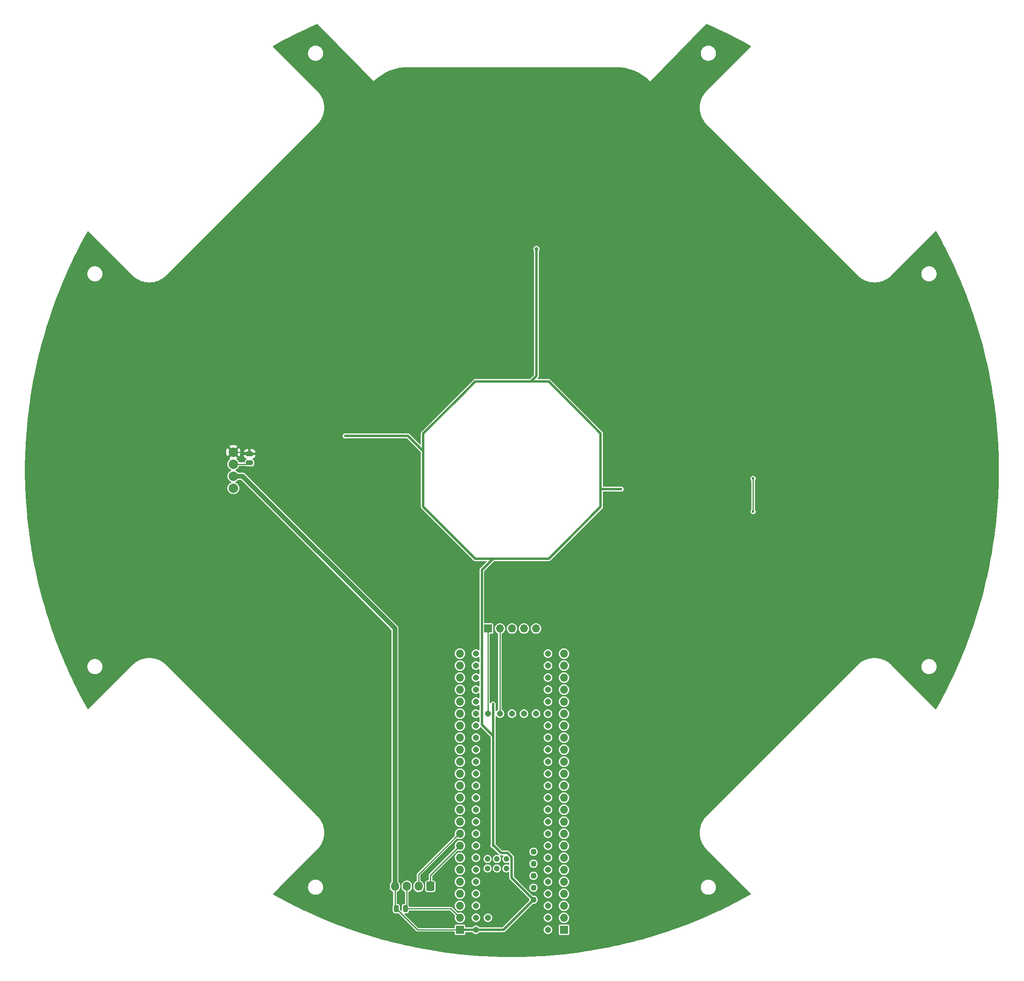
<source format=gbr>
%TF.GenerationSoftware,KiCad,Pcbnew,7.0.6-0*%
%TF.CreationDate,2023-09-17T18:40:18+10:00*%
%TF.ProjectId,Line 3.1,4c696e65-2033-42e3-912e-6b696361645f,rev?*%
%TF.SameCoordinates,Original*%
%TF.FileFunction,Copper,L1,Top*%
%TF.FilePolarity,Positive*%
%FSLAX46Y46*%
G04 Gerber Fmt 4.6, Leading zero omitted, Abs format (unit mm)*
G04 Created by KiCad (PCBNEW 7.0.6-0) date 2023-09-17 18:40:18*
%MOMM*%
%LPD*%
G01*
G04 APERTURE LIST*
G04 Aperture macros list*
%AMRoundRect*
0 Rectangle with rounded corners*
0 $1 Rounding radius*
0 $2 $3 $4 $5 $6 $7 $8 $9 X,Y pos of 4 corners*
0 Add a 4 corners polygon primitive as box body*
4,1,4,$2,$3,$4,$5,$6,$7,$8,$9,$2,$3,0*
0 Add four circle primitives for the rounded corners*
1,1,$1+$1,$2,$3*
1,1,$1+$1,$4,$5*
1,1,$1+$1,$6,$7*
1,1,$1+$1,$8,$9*
0 Add four rect primitives between the rounded corners*
20,1,$1+$1,$2,$3,$4,$5,0*
20,1,$1+$1,$4,$5,$6,$7,0*
20,1,$1+$1,$6,$7,$8,$9,0*
20,1,$1+$1,$8,$9,$2,$3,0*%
G04 Aperture macros list end*
%TA.AperFunction,SMDPad,CuDef*%
%ADD10RoundRect,0.250000X-0.475000X0.250000X-0.475000X-0.250000X0.475000X-0.250000X0.475000X0.250000X0*%
%TD*%
%TA.AperFunction,SMDPad,CuDef*%
%ADD11RoundRect,0.250000X-0.250000X-0.475000X0.250000X-0.475000X0.250000X0.475000X-0.250000X0.475000X0*%
%TD*%
%TA.AperFunction,ComponentPad*%
%ADD12R,1.700000X1.700000*%
%TD*%
%TA.AperFunction,ComponentPad*%
%ADD13O,1.700000X1.700000*%
%TD*%
%TA.AperFunction,ComponentPad*%
%ADD14C,1.308000*%
%TD*%
%TA.AperFunction,ComponentPad*%
%ADD15C,1.258000*%
%TD*%
%TA.AperFunction,ComponentPad*%
%ADD16C,1.208000*%
%TD*%
%TA.AperFunction,ComponentPad*%
%ADD17C,2.000000*%
%TD*%
%TA.AperFunction,ComponentPad*%
%ADD18RoundRect,0.250000X0.600000X0.725000X-0.600000X0.725000X-0.600000X-0.725000X0.600000X-0.725000X0*%
%TD*%
%TA.AperFunction,ComponentPad*%
%ADD19O,1.700000X1.950000*%
%TD*%
%TA.AperFunction,ViaPad*%
%ADD20C,0.600000*%
%TD*%
%TA.AperFunction,ViaPad*%
%ADD21C,0.800000*%
%TD*%
%TA.AperFunction,Conductor*%
%ADD22C,0.250000*%
%TD*%
%TA.AperFunction,Conductor*%
%ADD23C,0.500000*%
%TD*%
%TA.AperFunction,Conductor*%
%ADD24C,1.000000*%
%TD*%
G04 APERTURE END LIST*
D10*
%TO.P,C1,1*%
%TO.N,+3V3*%
X94500000Y-146550000D03*
%TO.P,C1,2*%
%TO.N,GND*%
X94500000Y-148450000D03*
%TD*%
D11*
%TO.P,C2,1*%
%TO.N,+5V*%
X125550000Y-242750000D03*
%TO.P,C2,2*%
%TO.N,GND*%
X127450000Y-242750000D03*
%TD*%
D12*
%TO.P,J11,1,Pin_1*%
%TO.N,GND*%
X161000000Y-247220000D03*
D13*
%TO.P,J11,2,Pin_2*%
%TO.N,/0*%
X161000000Y-244680000D03*
%TO.P,J11,3,Pin_3*%
%TO.N,/1*%
X161000000Y-242140000D03*
%TO.P,J11,4,Pin_4*%
%TO.N,/2*%
X161000000Y-239600000D03*
%TO.P,J11,5,Pin_5*%
%TO.N,/3*%
X161000000Y-237060000D03*
%TO.P,J11,6,Pin_6*%
%TO.N,/4*%
X161000000Y-234520000D03*
%TO.P,J11,7,Pin_7*%
%TO.N,/5*%
X161000000Y-231980000D03*
%TO.P,J11,8,Pin_8*%
%TO.N,/6*%
X161000000Y-229440000D03*
%TO.P,J11,9,Pin_9*%
%TO.N,/7*%
X161000000Y-226900000D03*
%TO.P,J11,10,Pin_10*%
%TO.N,/8*%
X161000000Y-224360000D03*
%TO.P,J11,11,Pin_11*%
%TO.N,/9*%
X161000000Y-221820000D03*
%TO.P,J11,12,Pin_12*%
%TO.N,/10*%
X161000000Y-219280000D03*
%TO.P,J11,13,Pin_13*%
%TO.N,/11*%
X161000000Y-216740000D03*
%TO.P,J11,14,Pin_14*%
%TO.N,/12*%
X161000000Y-214200000D03*
%TO.P,J11,15,Pin_15*%
%TO.N,unconnected-(J11-Pin_15-Pad15)*%
X161000000Y-211660000D03*
%TO.P,J11,16,Pin_16*%
%TO.N,/24*%
X161000000Y-209120000D03*
%TO.P,J11,17,Pin_17*%
%TO.N,/25*%
X161000000Y-206580000D03*
%TO.P,J11,18,Pin_18*%
%TO.N,/26*%
X161000000Y-204040000D03*
%TO.P,J11,19,Pin_19*%
%TO.N,/27*%
X161000000Y-201500000D03*
%TO.P,J11,20,Pin_20*%
%TO.N,/28*%
X161000000Y-198960000D03*
%TO.P,J11,21,Pin_21*%
%TO.N,/29*%
X161000000Y-196420000D03*
%TO.P,J11,22,Pin_22*%
%TO.N,/30*%
X161000000Y-193880000D03*
%TO.P,J11,23,Pin_23*%
%TO.N,/31*%
X161000000Y-191340000D03*
%TO.P,J11,24,Pin_24*%
%TO.N,/32*%
X161000000Y-188800000D03*
%TD*%
D12*
%TO.P,J12,1,Pin_1*%
%TO.N,+5V*%
X139000000Y-247220000D03*
D13*
%TO.P,J12,2,Pin_2*%
%TO.N,GND*%
X139000000Y-244680000D03*
%TO.P,J12,3,Pin_3*%
%TO.N,unconnected-(J12-Pin_3-Pad3)*%
X139000000Y-242140000D03*
%TO.P,J12,4,Pin_4*%
%TO.N,/23*%
X139000000Y-239600000D03*
%TO.P,J12,5,Pin_5*%
%TO.N,/22*%
X139000000Y-237060000D03*
%TO.P,J12,6,Pin_6*%
%TO.N,/21*%
X139000000Y-234520000D03*
%TO.P,J12,7,Pin_7*%
%TO.N,/20*%
X139000000Y-231980000D03*
%TO.P,J12,8,Pin_8*%
%TO.N,/19*%
X139000000Y-229440000D03*
%TO.P,J12,9,Pin_9*%
%TO.N,/18*%
X139000000Y-226900000D03*
%TO.P,J12,10,Pin_10*%
%TO.N,/17*%
X139000000Y-224360000D03*
%TO.P,J12,11,Pin_11*%
%TO.N,/16*%
X139000000Y-221820000D03*
%TO.P,J12,12,Pin_12*%
%TO.N,/15*%
X139000000Y-219280000D03*
%TO.P,J12,13,Pin_13*%
%TO.N,/14*%
X139000000Y-216740000D03*
%TO.P,J12,14,Pin_14*%
%TO.N,/13*%
X139000000Y-214200000D03*
%TO.P,J12,15,Pin_15*%
%TO.N,GND*%
X139000000Y-211660000D03*
%TO.P,J12,16,Pin_16*%
%TO.N,/41*%
X139000000Y-209120000D03*
%TO.P,J12,17,Pin_17*%
%TO.N,/40*%
X139000000Y-206580000D03*
%TO.P,J12,18,Pin_18*%
%TO.N,/39*%
X139000000Y-204040000D03*
%TO.P,J12,19,Pin_19*%
%TO.N,/38*%
X139000000Y-201500000D03*
%TO.P,J12,20,Pin_20*%
%TO.N,/37*%
X139000000Y-198960000D03*
%TO.P,J12,21,Pin_21*%
%TO.N,/36*%
X139000000Y-196420000D03*
%TO.P,J12,22,Pin_22*%
%TO.N,/35*%
X139000000Y-193880000D03*
%TO.P,J12,23,Pin_23*%
%TO.N,/34*%
X139000000Y-191340000D03*
%TO.P,J12,24,Pin_24*%
%TO.N,/33*%
X139000000Y-188800000D03*
%TD*%
D14*
%TO.P,U8,0,RX1*%
%TO.N,/0*%
X157620000Y-244680000D03*
%TO.P,U8,1,TX1*%
%TO.N,/1*%
X157620000Y-242140000D03*
%TO.P,U8,2,OUT2*%
%TO.N,/2*%
X157620000Y-239600000D03*
%TO.P,U8,3,LRCLK2*%
%TO.N,/3*%
X157620000Y-237060000D03*
%TO.P,U8,3.3V_1,3.3V*%
%TO.N,unconnected-(U8-3.3V-Pad3.3V_1)*%
X157620000Y-211660000D03*
%TO.P,U8,3.3V_2,3.3V__1*%
%TO.N,unconnected-(U8-3.3V__1-Pad3.3V_2)*%
X142380000Y-242140000D03*
%TO.P,U8,3.3V_3,3.3V__2*%
%TO.N,unconnected-(U8-3.3V__2-Pad3.3V_3)*%
X152540000Y-201500000D03*
%TO.P,U8,4,BCLK2*%
%TO.N,/4*%
X157620000Y-234520000D03*
%TO.P,U8,5,IN2*%
%TO.N,/5*%
X157620000Y-231980000D03*
D15*
%TO.P,U8,5V,5V*%
%TO.N,+5V*%
X154570000Y-240870000D03*
D14*
%TO.P,U8,6,OUT1D*%
%TO.N,/6*%
X157620000Y-229440000D03*
%TO.P,U8,7,RX2*%
%TO.N,/7*%
X157620000Y-226900000D03*
%TO.P,U8,8,TX2*%
%TO.N,/8*%
X157620000Y-224360000D03*
%TO.P,U8,9,OUT1C*%
%TO.N,/9*%
X157620000Y-221820000D03*
%TO.P,U8,10,CS1*%
%TO.N,/10*%
X157620000Y-219280000D03*
%TO.P,U8,11,MOSI*%
%TO.N,/11*%
X157620000Y-216740000D03*
%TO.P,U8,12,MISO*%
%TO.N,/12*%
X157620000Y-214200000D03*
%TO.P,U8,13,SCK*%
%TO.N,/13*%
X142380000Y-214200000D03*
%TO.P,U8,14,A0*%
%TO.N,/14*%
X142380000Y-216740000D03*
%TO.P,U8,15,A1*%
%TO.N,/15*%
X142380000Y-219280000D03*
%TO.P,U8,16,A2*%
%TO.N,/16*%
X142380000Y-221820000D03*
%TO.P,U8,17,A3*%
%TO.N,/17*%
X142380000Y-224360000D03*
%TO.P,U8,18,A4*%
%TO.N,/18*%
X142380000Y-226900000D03*
%TO.P,U8,19,A5*%
%TO.N,/19*%
X142380000Y-229440000D03*
%TO.P,U8,20,A6*%
%TO.N,/20*%
X142380000Y-231980000D03*
%TO.P,U8,21,A7*%
%TO.N,/21*%
X142380000Y-234520000D03*
%TO.P,U8,22,A8*%
%TO.N,/22*%
X142380000Y-237060000D03*
%TO.P,U8,23,A9*%
%TO.N,/23*%
X142380000Y-239600000D03*
%TO.P,U8,24,A10*%
%TO.N,/24*%
X157620000Y-209120000D03*
%TO.P,U8,25,A11*%
%TO.N,/25*%
X157620000Y-206580000D03*
%TO.P,U8,26,A12*%
%TO.N,/26*%
X157620000Y-204040000D03*
%TO.P,U8,27,A13*%
%TO.N,/27*%
X157620000Y-201500000D03*
%TO.P,U8,28,RX7*%
%TO.N,/28*%
X157620000Y-198960000D03*
%TO.P,U8,29,TX7*%
%TO.N,/29*%
X157620000Y-196420000D03*
%TO.P,U8,30,CRX3*%
%TO.N,/30*%
X157620000Y-193880000D03*
%TO.P,U8,31,CTX3*%
%TO.N,/31*%
X157620000Y-191340000D03*
%TO.P,U8,32,OUT1B*%
%TO.N,/32*%
X157620000Y-188800000D03*
%TO.P,U8,33,MCLK2*%
%TO.N,/33*%
X142380000Y-188800000D03*
%TO.P,U8,34,RX8*%
%TO.N,/34*%
X142380000Y-191340000D03*
%TO.P,U8,35,TX8*%
%TO.N,/35*%
X142380000Y-193880000D03*
%TO.P,U8,36,CS2*%
%TO.N,/36*%
X142380000Y-196420000D03*
%TO.P,U8,37,CS3*%
%TO.N,/37*%
X142380000Y-198960000D03*
%TO.P,U8,38,A14*%
%TO.N,/38*%
X142380000Y-201500000D03*
%TO.P,U8,39,A15*%
%TO.N,/39*%
X142380000Y-204040000D03*
%TO.P,U8,40,A16*%
%TO.N,/40*%
X142380000Y-206580000D03*
%TO.P,U8,41,A17*%
%TO.N,/41*%
X142380000Y-209120000D03*
D15*
%TO.P,U8,D+,D+*%
%TO.N,unconnected-(U8-PadD+)*%
X154570000Y-235790000D03*
%TO.P,U8,D-,D-*%
%TO.N,unconnected-(U8-PadD-)*%
X154570000Y-238330000D03*
D14*
%TO.P,U8,GND1,GND*%
%TO.N,GND*%
X157620000Y-247220000D03*
%TO.P,U8,GND2,GND__1*%
X142380000Y-211660000D03*
%TO.P,U8,GND3,GND__2*%
X142380000Y-244680000D03*
%TO.P,U8,GND4,GND__3*%
X150000000Y-201500000D03*
D16*
%TO.P,U8,GND5,GND__4*%
X146830000Y-232250000D03*
%TO.P,U8,LED,LED*%
%TO.N,unconnected-(U8-PadLED)*%
X146830000Y-234250000D03*
D14*
%TO.P,U8,ON/OFF,ON/OFF*%
%TO.N,/ON{slash}OFF*%
X144920000Y-201500000D03*
%TO.P,U8,PROGRAM,PROGRAM*%
%TO.N,/PROGRAM*%
X147460000Y-201500000D03*
D16*
%TO.P,U8,R+,R+*%
%TO.N,unconnected-(U8-PadR+)*%
X144830000Y-234250000D03*
%TO.P,U8,R-,R-*%
%TO.N,unconnected-(U8-PadR-)*%
X144830000Y-232250000D03*
%TO.P,U8,T+,T+*%
%TO.N,unconnected-(U8-PadT+)*%
X148830000Y-232250000D03*
%TO.P,U8,T-,T-*%
%TO.N,unconnected-(U8-PadT-)*%
X148830000Y-234250000D03*
D15*
%TO.P,U8,USB_GND1,USB_GND*%
%TO.N,GND*%
X154570000Y-233250000D03*
%TO.P,U8,USB_GND2,USB_GND__1*%
X154570000Y-230710000D03*
D14*
%TO.P,U8,VBAT,VBAT*%
%TO.N,unconnected-(U8-PadVBAT)*%
X155080000Y-201500000D03*
%TO.P,U8,VIN,VIN*%
%TO.N,+5V*%
X142380000Y-247220000D03*
%TO.P,U8,VUSB,VUSB*%
%TO.N,unconnected-(U8-PadVUSB)*%
X144920000Y-244680000D03*
%TD*%
D12*
%TO.P,J13,1,Pin_1*%
%TO.N,/ON{slash}OFF*%
X144925000Y-183500000D03*
D13*
%TO.P,J13,2,Pin_2*%
%TO.N,/PROGRAM*%
X147465000Y-183500000D03*
%TO.P,J13,3,Pin_3*%
%TO.N,GND*%
X150005000Y-183500000D03*
%TO.P,J13,4,Pin_4*%
%TO.N,unconnected-(J13-Pin_4-Pad4)*%
X152545000Y-183500000D03*
%TO.P,J13,5,Pin_5*%
%TO.N,unconnected-(J13-Pin_5-Pad5)*%
X155085000Y-183500000D03*
%TD*%
D17*
%TO.P,U1,1,SHDN*%
%TO.N,unconnected-(U1-SHDN-Pad1)*%
X91080000Y-153810000D03*
%TO.P,U1,2,VIN*%
%TO.N,+5V*%
X91080000Y-151270000D03*
%TO.P,U1,3,GND*%
%TO.N,GND*%
X91080000Y-148730000D03*
%TO.P,U1,4,VOUT*%
%TO.N,+3V3*%
X91080000Y-146190000D03*
%TD*%
D18*
%TO.P,J1,1,Pin_1*%
%TO.N,/19*%
X132750000Y-238025000D03*
D19*
%TO.P,J1,2,Pin_2*%
%TO.N,/18*%
X130250000Y-238025000D03*
%TO.P,J1,3,Pin_3*%
%TO.N,GND*%
X127750000Y-238025000D03*
%TO.P,J1,4,Pin_4*%
%TO.N,+5V*%
X125250000Y-238025000D03*
%TD*%
D20*
%TO.N,+5V*%
X146000000Y-229424508D03*
X154000000Y-131250000D03*
X168750000Y-154000000D03*
X146000000Y-168750000D03*
X131250000Y-146000000D03*
X160429825Y-166086679D03*
X133913321Y-160429825D03*
X114750000Y-142750000D03*
D21*
X155181877Y-103218715D03*
D20*
X139570175Y-133913321D03*
X146000000Y-199510000D03*
X173074500Y-154000000D03*
X166086679Y-139570175D03*
%TO.N,/27*%
X201000000Y-158750000D03*
X201000000Y-151750000D03*
%TO.N,+3V3*%
X148250000Y-170000000D03*
X230000000Y-151750000D03*
X151750000Y-130000000D03*
X70000000Y-148250000D03*
X148250000Y-230000000D03*
X162904699Y-165379572D03*
X170000000Y-151750000D03*
X151750000Y-100000000D03*
X134620428Y-162904699D03*
X130000000Y-148250000D03*
X137095301Y-134620428D03*
X151750000Y-70000000D03*
X148250000Y-200000000D03*
X200000000Y-151750000D03*
X165379572Y-137095301D03*
X100000000Y-148250000D03*
%TD*%
D22*
%TO.N,GND*%
X137070000Y-242750000D02*
X139000000Y-244680000D01*
X127450000Y-242750000D02*
X137070000Y-242750000D01*
X94220000Y-148730000D02*
X91080000Y-148730000D01*
X94500000Y-148450000D02*
X94220000Y-148730000D01*
X127750000Y-242450000D02*
X127750000Y-238025000D01*
X127450000Y-242750000D02*
X127750000Y-242450000D01*
D23*
%TO.N,+5V*%
X146000000Y-229250000D02*
X147750000Y-231000000D01*
X139570175Y-133913321D02*
X142233496Y-131250000D01*
X147750000Y-231000000D02*
X149070582Y-231000000D01*
X139000000Y-247220000D02*
X148220000Y-247220000D01*
D22*
X125250000Y-242450000D02*
X125550000Y-242750000D01*
D23*
X149959418Y-231888836D02*
X149959418Y-236259418D01*
D22*
X130020000Y-247220000D02*
X139000000Y-247220000D01*
D23*
X146024000Y-199534000D02*
X146024000Y-206250000D01*
X149959418Y-236259418D02*
X154570000Y-240870000D01*
X146000000Y-168750000D02*
X142233496Y-168750000D01*
X131250000Y-146000000D02*
X131250000Y-142233496D01*
D24*
X125250000Y-183500000D02*
X93020000Y-151270000D01*
D23*
X143625000Y-203851000D02*
X143625000Y-171125000D01*
X166086679Y-139570175D02*
X168750000Y-142233496D01*
X142233495Y-131250000D02*
X153999999Y-131250000D01*
X142233496Y-168750000D02*
X133913321Y-160429825D01*
X149070582Y-231000000D02*
X149959418Y-231888836D01*
X168750000Y-157766504D02*
X160429825Y-166086679D01*
X173074500Y-154000000D02*
X168750000Y-154000000D01*
X157766505Y-168750000D02*
X146000001Y-168750000D01*
X155181877Y-130068123D02*
X155181877Y-103218715D01*
X148220000Y-247220000D02*
X154570000Y-240870000D01*
X143625000Y-171125000D02*
X146000000Y-168750000D01*
D22*
X125250000Y-238025000D02*
X125250000Y-242450000D01*
D24*
X93020000Y-151270000D02*
X91080000Y-151270000D01*
D23*
X154000000Y-131250000D02*
X157766504Y-131250000D01*
D24*
X125250000Y-238025000D02*
X125250000Y-183500000D01*
D23*
X128000000Y-142750000D02*
X131250000Y-146000000D01*
X146024000Y-229226000D02*
X146024000Y-206250000D01*
X131250000Y-157766505D02*
X131250000Y-146000001D01*
X131250000Y-142233496D02*
X139570175Y-133913321D01*
X157766504Y-131250000D02*
X166086679Y-139570175D01*
X133913321Y-160429825D02*
X131250000Y-157766504D01*
X160429825Y-166086679D02*
X157766504Y-168750000D01*
X146000000Y-229250000D02*
X146024000Y-229226000D01*
X146000000Y-199510000D02*
X146024000Y-199534000D01*
X114750000Y-142750000D02*
X128000000Y-142750000D01*
X154000000Y-131250000D02*
X155181877Y-130068123D01*
X168750000Y-142233495D02*
X168750000Y-153999999D01*
X146024000Y-206250000D02*
X143625000Y-203851000D01*
X168750000Y-154000000D02*
X168750000Y-157766504D01*
D22*
X125550000Y-242750000D02*
X130020000Y-247220000D01*
%TO.N,/18*%
X130250000Y-238025000D02*
X130250000Y-235500000D01*
X130250000Y-235500000D02*
X138850000Y-226900000D01*
X138890000Y-227010000D02*
X139000000Y-226900000D01*
X138850000Y-226900000D02*
X139000000Y-226900000D01*
%TO.N,/19*%
X132750000Y-238025000D02*
X132750000Y-235690000D01*
X132750000Y-235690000D02*
X139000000Y-229440000D01*
%TO.N,/27*%
X201000000Y-151750000D02*
X201000000Y-158750000D01*
%TO.N,/ON{slash}OFF*%
X144925000Y-183500000D02*
X144920000Y-183505000D01*
X144920000Y-183505000D02*
X144920000Y-201500000D01*
%TO.N,/PROGRAM*%
X147460000Y-201500000D02*
X147460000Y-183505000D01*
X147460000Y-183505000D02*
X147465000Y-183500000D01*
%TO.N,+3V3*%
X94140000Y-146190000D02*
X91080000Y-146190000D01*
X94500000Y-146550000D02*
X94140000Y-146190000D01*
%TD*%
%TA.AperFunction,Conductor*%
%TO.N,+3V3*%
G36*
X108876006Y-55645321D02*
G01*
X108882398Y-55651373D01*
X117286841Y-64193954D01*
X117286842Y-64193954D01*
X117970915Y-64889271D01*
X118080325Y-65000479D01*
X118080326Y-65000480D01*
X120730238Y-67693948D01*
X120730589Y-67694605D01*
X120758345Y-67722516D01*
X120758691Y-67722867D01*
X120758694Y-67722867D01*
X120758695Y-67722868D01*
X120758696Y-67722867D01*
X120758749Y-67722867D01*
X120759071Y-67722548D01*
X120759076Y-67722547D01*
X120759077Y-67722542D01*
X120760257Y-67721379D01*
X120928547Y-67563052D01*
X121186395Y-67321514D01*
X121188792Y-67319388D01*
X121405557Y-67137185D01*
X121644138Y-66939259D01*
X121646468Y-66937420D01*
X121879941Y-66762474D01*
X122123362Y-66584131D01*
X122125488Y-66582645D01*
X122371351Y-66419041D01*
X122623332Y-66256785D01*
X122880563Y-66105645D01*
X123140383Y-65959674D01*
X123406467Y-65822730D01*
X123673901Y-65693001D01*
X123947557Y-65570994D01*
X124222054Y-65457700D01*
X124502156Y-65351158D01*
X124783208Y-65254510D01*
X125068455Y-65163907D01*
X125355603Y-65084132D01*
X125644506Y-65009859D01*
X125937608Y-64947150D01*
X126227217Y-64889734D01*
X126229866Y-64889271D01*
X126528205Y-64844013D01*
X126817057Y-64803368D01*
X126820012Y-64803026D01*
X127128885Y-64775050D01*
X127410903Y-64751339D01*
X127414100Y-64751156D01*
X127767367Y-64740515D01*
X127999900Y-64734013D01*
X128000400Y-64734013D01*
X171999400Y-64734013D01*
X171999900Y-64734013D01*
X172232600Y-64740520D01*
X172585695Y-64751156D01*
X172588900Y-64751339D01*
X172870927Y-64775051D01*
X173179777Y-64803026D01*
X173182752Y-64803369D01*
X173471530Y-64844004D01*
X173769963Y-64889277D01*
X173772591Y-64889736D01*
X174062115Y-64947135D01*
X174355276Y-65009855D01*
X174644204Y-65084134D01*
X174931377Y-65163918D01*
X175216546Y-65254496D01*
X175497698Y-65351178D01*
X175747297Y-65446119D01*
X175777677Y-65457675D01*
X176052270Y-65571007D01*
X176129171Y-65605292D01*
X176325894Y-65692999D01*
X176593357Y-65822743D01*
X176859383Y-65959657D01*
X176859397Y-65959664D01*
X177119288Y-66105676D01*
X177180262Y-66141502D01*
X177376461Y-66256782D01*
X177628569Y-66419121D01*
X177874194Y-66582568D01*
X177876488Y-66584169D01*
X178120008Y-66762587D01*
X178353286Y-66937386D01*
X178355671Y-66939268D01*
X178594405Y-67137322D01*
X178657441Y-67190307D01*
X178810953Y-67319342D01*
X178813418Y-67321529D01*
X179071317Y-67563115D01*
X179071360Y-67563155D01*
X179239372Y-67721220D01*
X179241051Y-67722868D01*
X179241104Y-67722867D01*
X179241105Y-67722868D01*
X179241105Y-67722867D01*
X179241108Y-67722867D01*
X179241455Y-67722516D01*
X179275923Y-67687853D01*
X179277485Y-67685892D01*
X181919474Y-65000480D01*
X181919474Y-65000479D01*
X182713098Y-64193812D01*
X182713098Y-64193811D01*
X185076307Y-61791759D01*
X189933843Y-61791759D01*
X189941567Y-61889902D01*
X189941758Y-61894768D01*
X189941758Y-61908672D01*
X189940604Y-61912600D01*
X189941204Y-61920217D01*
X189943134Y-61926190D01*
X189945313Y-61939938D01*
X189945885Y-61944777D01*
X189950129Y-61998691D01*
X189953609Y-62042908D01*
X189953610Y-62042912D01*
X189953610Y-62042913D01*
X189976585Y-62138615D01*
X189977535Y-62143387D01*
X189979713Y-62157138D01*
X189979188Y-62161197D01*
X189980973Y-62168631D01*
X189983819Y-62174240D01*
X189988119Y-62187476D01*
X189989440Y-62192159D01*
X190012419Y-62287874D01*
X190050089Y-62378815D01*
X190051773Y-62383382D01*
X190056072Y-62396611D01*
X190056189Y-62400701D01*
X190059113Y-62407761D01*
X190062801Y-62412855D01*
X190069111Y-62425240D01*
X190071149Y-62429661D01*
X190108824Y-62520617D01*
X190160268Y-62604567D01*
X190162647Y-62608814D01*
X190168954Y-62621192D01*
X190169710Y-62625218D01*
X190173703Y-62631734D01*
X190178137Y-62636182D01*
X190186319Y-62647443D01*
X190189024Y-62651492D01*
X190231173Y-62720270D01*
X190240456Y-62735419D01*
X190240463Y-62735427D01*
X190304385Y-62810270D01*
X190307399Y-62814093D01*
X190315582Y-62825356D01*
X190316956Y-62829208D01*
X190321918Y-62835017D01*
X190326995Y-62838719D01*
X190336832Y-62848555D01*
X190340131Y-62852123D01*
X190404068Y-62926984D01*
X190478932Y-62990924D01*
X190482493Y-62994216D01*
X190492331Y-63004054D01*
X190494291Y-63007644D01*
X190500095Y-63012601D01*
X190505683Y-63015460D01*
X190505687Y-63015463D01*
X190516954Y-63023649D01*
X190520775Y-63026661D01*
X190595633Y-63090596D01*
X190595635Y-63090597D01*
X190679556Y-63142024D01*
X190683605Y-63144729D01*
X190694867Y-63152912D01*
X190697365Y-63156152D01*
X190703876Y-63160141D01*
X190709854Y-63162095D01*
X190722246Y-63168409D01*
X190726471Y-63170774D01*
X190810433Y-63222226D01*
X190810438Y-63222228D01*
X190901384Y-63259899D01*
X190905808Y-63261938D01*
X190918197Y-63268251D01*
X190921172Y-63271061D01*
X190928221Y-63273981D01*
X190934428Y-63274974D01*
X190947682Y-63279281D01*
X190952211Y-63280952D01*
X191008806Y-63304394D01*
X191043177Y-63318632D01*
X191043178Y-63318633D01*
X191073723Y-63325965D01*
X191138926Y-63341619D01*
X191143557Y-63342925D01*
X191156815Y-63347233D01*
X191160193Y-63349542D01*
X191167621Y-63351325D01*
X191173906Y-63351337D01*
X191187657Y-63353515D01*
X191192433Y-63354465D01*
X191288144Y-63377443D01*
X191386295Y-63385167D01*
X191391109Y-63385738D01*
X191404854Y-63387915D01*
X191408551Y-63389667D01*
X191416164Y-63390267D01*
X191422381Y-63389294D01*
X191436284Y-63389294D01*
X191441150Y-63389485D01*
X191539292Y-63397209D01*
X191637433Y-63389485D01*
X191642300Y-63389294D01*
X191656201Y-63389294D01*
X191660128Y-63390447D01*
X191667749Y-63389847D01*
X191673735Y-63387913D01*
X191687471Y-63385738D01*
X191692270Y-63385169D01*
X191790440Y-63377443D01*
X191886165Y-63354461D01*
X191890924Y-63353515D01*
X191893705Y-63353074D01*
X191904674Y-63351337D01*
X191908733Y-63351861D01*
X191916161Y-63350078D01*
X191921769Y-63347232D01*
X191935026Y-63342925D01*
X191939646Y-63341621D01*
X192035403Y-63318633D01*
X192126390Y-63280944D01*
X192130891Y-63279284D01*
X192144154Y-63274974D01*
X192148239Y-63274858D01*
X192155294Y-63271936D01*
X192160381Y-63268253D01*
X192172792Y-63261929D01*
X192177165Y-63259913D01*
X192268151Y-63222226D01*
X192352106Y-63170777D01*
X192356317Y-63168419D01*
X192368727Y-63162095D01*
X192372750Y-63161340D01*
X192379259Y-63157351D01*
X192383710Y-63152916D01*
X192394966Y-63144737D01*
X192398993Y-63142045D01*
X192482951Y-63090596D01*
X192557824Y-63026648D01*
X192561606Y-63023666D01*
X192572897Y-63015462D01*
X192576742Y-63014091D01*
X192582548Y-63009132D01*
X192586249Y-63004057D01*
X192596102Y-62994204D01*
X192599638Y-62990935D01*
X192674516Y-62926984D01*
X192738467Y-62852106D01*
X192741736Y-62848570D01*
X192751588Y-62838718D01*
X192755175Y-62836759D01*
X192760135Y-62830952D01*
X192762995Y-62825365D01*
X192763002Y-62825356D01*
X192771198Y-62814074D01*
X192774180Y-62810292D01*
X192838128Y-62735419D01*
X192889577Y-62651461D01*
X192892269Y-62647434D01*
X192900448Y-62636178D01*
X192903686Y-62633680D01*
X192907672Y-62627175D01*
X192909628Y-62621195D01*
X192909630Y-62621192D01*
X192915951Y-62608785D01*
X192918314Y-62604567D01*
X192969758Y-62520619D01*
X193007445Y-62429633D01*
X193009461Y-62425260D01*
X193015784Y-62412851D01*
X193018591Y-62409879D01*
X193021512Y-62402828D01*
X193022506Y-62396625D01*
X193026816Y-62383359D01*
X193028476Y-62378858D01*
X193066165Y-62287871D01*
X193066607Y-62286033D01*
X193070380Y-62270311D01*
X193089152Y-62192118D01*
X193090463Y-62187476D01*
X193094766Y-62174232D01*
X193097075Y-62170855D01*
X193098857Y-62163436D01*
X193098869Y-62157142D01*
X193101047Y-62143392D01*
X193101993Y-62138633D01*
X193124975Y-62042908D01*
X193132701Y-61944738D01*
X193133270Y-61939938D01*
X193136826Y-61917489D01*
X193136826Y-61917486D01*
X193137493Y-61913276D01*
X193137493Y-61913270D01*
X193137794Y-61911369D01*
X193137046Y-61906262D01*
X193137447Y-61885800D01*
X193137626Y-61882160D01*
X193144741Y-61791760D01*
X193137625Y-61701353D01*
X193137447Y-61697708D01*
X193137271Y-61688750D01*
X193137046Y-61677253D01*
X193138031Y-61673638D01*
X193133270Y-61643577D01*
X193132699Y-61638763D01*
X193124975Y-61540612D01*
X193101997Y-61444900D01*
X193101047Y-61440125D01*
X193098869Y-61426374D01*
X193099393Y-61422318D01*
X193097611Y-61414897D01*
X193094765Y-61409285D01*
X193090457Y-61396025D01*
X193089151Y-61391394D01*
X193073497Y-61326191D01*
X193066165Y-61295646D01*
X193066164Y-61295645D01*
X193051926Y-61261274D01*
X193028484Y-61204679D01*
X193026813Y-61200150D01*
X193022506Y-61186897D01*
X193022390Y-61182807D01*
X193019472Y-61175763D01*
X193015783Y-61170665D01*
X193009470Y-61158276D01*
X193007431Y-61153852D01*
X192969760Y-61062906D01*
X192969758Y-61062901D01*
X192918306Y-60978939D01*
X192915941Y-60974714D01*
X192909627Y-60962322D01*
X192908871Y-60958298D01*
X192904884Y-60951792D01*
X192900444Y-60947335D01*
X192892261Y-60936073D01*
X192889556Y-60932024D01*
X192838129Y-60848103D01*
X192838128Y-60848101D01*
X192774192Y-60773241D01*
X192771181Y-60769422D01*
X192762993Y-60758152D01*
X192761620Y-60754304D01*
X192756670Y-60748508D01*
X192751586Y-60744799D01*
X192741748Y-60734961D01*
X192738456Y-60731400D01*
X192674516Y-60656536D01*
X192599655Y-60592599D01*
X192596087Y-60589300D01*
X192586251Y-60579463D01*
X192584291Y-60575873D01*
X192578488Y-60570917D01*
X192572888Y-60568050D01*
X192561625Y-60559867D01*
X192557802Y-60556853D01*
X192482959Y-60492931D01*
X192482951Y-60492924D01*
X192467802Y-60483641D01*
X192399024Y-60441492D01*
X192394975Y-60438787D01*
X192383714Y-60430605D01*
X192381217Y-60427367D01*
X192374713Y-60423381D01*
X192368730Y-60421425D01*
X192363497Y-60418759D01*
X192356332Y-60415107D01*
X192352092Y-60412732D01*
X192268149Y-60361292D01*
X192177197Y-60323619D01*
X192172778Y-60321582D01*
X192160391Y-60315271D01*
X192157414Y-60312460D01*
X192150356Y-60309536D01*
X192144143Y-60308540D01*
X192130914Y-60304241D01*
X192126347Y-60302557D01*
X192035406Y-60264887D01*
X191939691Y-60241908D01*
X191935008Y-60240587D01*
X191921772Y-60236287D01*
X191918392Y-60233976D01*
X191910965Y-60232193D01*
X191904670Y-60232181D01*
X191890919Y-60230003D01*
X191886147Y-60229053D01*
X191790444Y-60206078D01*
X191790440Y-60206077D01*
X191746223Y-60202597D01*
X191692309Y-60198353D01*
X191687470Y-60197781D01*
X191673722Y-60195602D01*
X191670029Y-60193851D01*
X191662422Y-60193252D01*
X191656204Y-60194226D01*
X191642300Y-60194226D01*
X191637434Y-60194035D01*
X191539292Y-60186311D01*
X191441150Y-60194035D01*
X191436284Y-60194226D01*
X191422379Y-60194226D01*
X191418450Y-60193072D01*
X191410840Y-60193671D01*
X191404860Y-60195603D01*
X191391111Y-60197781D01*
X191386273Y-60198354D01*
X191288143Y-60206077D01*
X191288137Y-60206078D01*
X191192432Y-60229055D01*
X191187654Y-60230005D01*
X191173900Y-60232183D01*
X191169843Y-60231658D01*
X191162426Y-60233439D01*
X191156821Y-60236283D01*
X191143579Y-60240586D01*
X191138891Y-60241908D01*
X191043184Y-60264885D01*
X190952231Y-60302558D01*
X190947661Y-60304244D01*
X190934431Y-60308543D01*
X190930343Y-60308659D01*
X190923286Y-60311582D01*
X190918192Y-60315270D01*
X190905805Y-60321581D01*
X190901388Y-60323617D01*
X190810433Y-60361294D01*
X190726493Y-60412730D01*
X190722246Y-60415109D01*
X190709856Y-60421422D01*
X190705831Y-60422177D01*
X190699322Y-60426166D01*
X190694871Y-60430603D01*
X190683608Y-60438786D01*
X190679559Y-60441492D01*
X190595631Y-60492925D01*
X190520773Y-60556859D01*
X190516949Y-60559873D01*
X190505690Y-60568053D01*
X190501841Y-60569426D01*
X190496035Y-60574384D01*
X190492332Y-60579462D01*
X190482494Y-60589301D01*
X190478918Y-60592606D01*
X190404067Y-60656535D01*
X190340138Y-60731386D01*
X190336833Y-60734962D01*
X190326994Y-60744800D01*
X190323407Y-60746758D01*
X190318447Y-60752565D01*
X190315585Y-60758158D01*
X190307405Y-60769417D01*
X190304391Y-60773241D01*
X190240457Y-60848099D01*
X190189024Y-60932027D01*
X190186318Y-60936076D01*
X190178135Y-60947339D01*
X190174896Y-60949836D01*
X190170908Y-60956342D01*
X190168954Y-60962324D01*
X190162641Y-60974714D01*
X190160262Y-60978961D01*
X190108826Y-61062901D01*
X190071149Y-61153856D01*
X190069113Y-61158273D01*
X190062802Y-61170660D01*
X190059992Y-61173634D01*
X190057069Y-61180693D01*
X190056075Y-61186899D01*
X190051776Y-61200129D01*
X190050090Y-61204699D01*
X190012417Y-61295652D01*
X189989440Y-61391359D01*
X189988118Y-61396047D01*
X189983815Y-61409289D01*
X189981506Y-61412664D01*
X189979725Y-61420081D01*
X189979715Y-61426368D01*
X189977537Y-61440122D01*
X189976587Y-61444900D01*
X189953610Y-61540605D01*
X189953609Y-61540611D01*
X189945886Y-61638741D01*
X189945313Y-61643579D01*
X189943135Y-61657328D01*
X189941383Y-61661022D01*
X189940784Y-61668632D01*
X189941758Y-61674846D01*
X189941758Y-61688750D01*
X189941567Y-61693616D01*
X189933843Y-61791759D01*
X185076307Y-61791759D01*
X191117401Y-55651372D01*
X191178447Y-55617391D01*
X191248177Y-55621807D01*
X191256337Y-55625107D01*
X191443937Y-55708850D01*
X192937829Y-56378787D01*
X193624245Y-56699419D01*
X194714159Y-57215373D01*
X195456853Y-57577927D01*
X196489714Y-58093136D01*
X197226118Y-58468383D01*
X198130761Y-58943117D01*
X198294004Y-59028783D01*
X198962845Y-59384171D01*
X199925368Y-59914806D01*
X200396570Y-60174578D01*
X200507384Y-60235917D01*
X200556502Y-60285604D01*
X200570961Y-60353961D01*
X200546168Y-60419284D01*
X200535011Y-60432085D01*
X191185295Y-69781801D01*
X191185259Y-69781840D01*
X191042273Y-69924825D01*
X191042273Y-69924826D01*
X190884628Y-70110955D01*
X190831509Y-70168926D01*
X190824758Y-70181644D01*
X190774929Y-70240478D01*
X190774929Y-70240479D01*
X190616096Y-70462937D01*
X190576629Y-70514370D01*
X190572535Y-70523948D01*
X190534575Y-70577115D01*
X190534574Y-70577116D01*
X190376730Y-70842010D01*
X190352246Y-70880443D01*
X190350257Y-70886440D01*
X190322836Y-70932458D01*
X190322835Y-70932459D01*
X190168343Y-71248480D01*
X190160026Y-71264455D01*
X190159534Y-71266498D01*
X190141160Y-71304084D01*
X190141159Y-71304085D01*
X190041633Y-71559149D01*
X189990801Y-71689422D01*
X189872773Y-72085870D01*
X189787887Y-72490711D01*
X189787887Y-72490713D01*
X189787886Y-72490713D01*
X189736722Y-72901175D01*
X189719628Y-73314470D01*
X189736722Y-73727765D01*
X189787886Y-74138227D01*
X189787887Y-74138227D01*
X189787887Y-74138229D01*
X189872773Y-74543070D01*
X189990801Y-74939518D01*
X190041633Y-75069790D01*
X190141159Y-75324855D01*
X190141159Y-75324854D01*
X190141162Y-75324861D01*
X190141164Y-75324865D01*
X190159533Y-75362440D01*
X190159811Y-75364069D01*
X190168327Y-75380427D01*
X190322835Y-75696481D01*
X190322836Y-75696481D01*
X190350255Y-75742496D01*
X190350256Y-75742498D01*
X190351496Y-75747319D01*
X190376733Y-75786934D01*
X190534574Y-76051824D01*
X190534574Y-76051825D01*
X190572533Y-76104989D01*
X190575226Y-76112740D01*
X190616088Y-76165991D01*
X190774929Y-76388461D01*
X190824753Y-76447288D01*
X190829344Y-76457650D01*
X190884621Y-76517975D01*
X191042273Y-76704114D01*
X191181375Y-76843215D01*
X191181388Y-76843230D01*
X191188445Y-76850287D01*
X191188446Y-76850288D01*
X223149388Y-108811230D01*
X223149389Y-108811230D01*
X223149742Y-108811584D01*
X223149742Y-108811583D01*
X223204606Y-108866604D01*
X223208285Y-108870125D01*
X223295986Y-108957827D01*
X223295985Y-108957827D01*
X223365277Y-109016513D01*
X223482130Y-109115483D01*
X223540090Y-109168594D01*
X223552809Y-109175345D01*
X223611639Y-109225171D01*
X223834118Y-109384018D01*
X223885543Y-109423478D01*
X223895119Y-109427572D01*
X223925594Y-109449330D01*
X223948278Y-109465526D01*
X223948283Y-109465529D01*
X223948282Y-109465529D01*
X224213145Y-109623353D01*
X224251607Y-109647856D01*
X224257599Y-109649842D01*
X224303619Y-109677264D01*
X224303619Y-109677263D01*
X224303620Y-109677264D01*
X224619694Y-109831782D01*
X224635644Y-109840086D01*
X224637675Y-109840573D01*
X224675235Y-109858935D01*
X224675238Y-109858936D01*
X224675246Y-109858940D01*
X224675245Y-109858940D01*
X224908630Y-109950006D01*
X225060582Y-110009298D01*
X225457030Y-110127326D01*
X225861871Y-110212212D01*
X225861873Y-110212212D01*
X225861873Y-110212213D01*
X226272335Y-110263377D01*
X226685630Y-110280471D01*
X227098925Y-110263377D01*
X227509387Y-110212213D01*
X227509387Y-110212212D01*
X227509389Y-110212212D01*
X227914230Y-110127326D01*
X228310678Y-110009298D01*
X228462630Y-109950006D01*
X228696015Y-109858940D01*
X228696014Y-109858940D01*
X228696021Y-109858936D01*
X228696025Y-109858935D01*
X228733582Y-109840574D01*
X228735209Y-109840296D01*
X228751528Y-109831801D01*
X229067640Y-109677264D01*
X229067641Y-109677263D01*
X229067641Y-109677264D01*
X229081384Y-109669073D01*
X229113660Y-109649841D01*
X229118478Y-109648602D01*
X229158067Y-109623380D01*
X229292729Y-109543139D01*
X229422978Y-109465529D01*
X229422977Y-109465530D01*
X229476138Y-109427574D01*
X229483885Y-109424881D01*
X229537108Y-109384041D01*
X229691793Y-109273599D01*
X229759621Y-109225171D01*
X229759626Y-109225167D01*
X229818448Y-109175347D01*
X229828810Y-109170755D01*
X229889110Y-109115499D01*
X229997392Y-109023789D01*
X230075268Y-108957833D01*
X230078020Y-108955081D01*
X230209527Y-108823571D01*
X230209534Y-108823567D01*
X230221446Y-108811654D01*
X230221448Y-108811654D01*
X230572295Y-108460807D01*
X236602891Y-108460807D01*
X236610615Y-108558952D01*
X236610806Y-108563824D01*
X236610805Y-108577731D01*
X236609652Y-108581653D01*
X236610252Y-108589265D01*
X236612182Y-108595238D01*
X236614361Y-108608986D01*
X236614933Y-108613825D01*
X236619177Y-108667739D01*
X236622657Y-108711956D01*
X236622658Y-108711960D01*
X236622658Y-108711961D01*
X236645633Y-108807663D01*
X236646583Y-108812435D01*
X236648761Y-108826186D01*
X236648236Y-108830245D01*
X236650021Y-108837679D01*
X236652867Y-108843288D01*
X236657167Y-108856524D01*
X236658488Y-108861207D01*
X236681467Y-108956922D01*
X236719137Y-109047863D01*
X236720821Y-109052430D01*
X236725120Y-109065659D01*
X236725237Y-109069749D01*
X236728161Y-109076809D01*
X236731849Y-109081903D01*
X236738159Y-109094288D01*
X236740197Y-109098709D01*
X236777872Y-109189665D01*
X236829316Y-109273615D01*
X236831695Y-109277862D01*
X236838002Y-109290240D01*
X236838758Y-109294266D01*
X236842751Y-109300782D01*
X236847185Y-109305230D01*
X236855367Y-109316491D01*
X236858072Y-109320540D01*
X236896973Y-109384018D01*
X236909504Y-109404467D01*
X236961653Y-109465526D01*
X236973433Y-109479318D01*
X236976447Y-109483141D01*
X236984630Y-109494404D01*
X236986004Y-109498256D01*
X236990966Y-109504065D01*
X236996043Y-109507767D01*
X237005880Y-109517603D01*
X237009179Y-109521171D01*
X237073116Y-109596032D01*
X237147980Y-109659972D01*
X237151541Y-109663264D01*
X237161379Y-109673102D01*
X237163339Y-109676692D01*
X237169143Y-109681649D01*
X237174731Y-109684508D01*
X237174735Y-109684511D01*
X237186002Y-109692697D01*
X237189823Y-109695709D01*
X237264681Y-109759644D01*
X237277014Y-109767202D01*
X237348604Y-109811072D01*
X237352653Y-109813777D01*
X237363915Y-109821960D01*
X237366413Y-109825200D01*
X237372924Y-109829189D01*
X237378902Y-109831143D01*
X237391294Y-109837457D01*
X237395519Y-109839822D01*
X237479481Y-109891274D01*
X237479486Y-109891276D01*
X237570432Y-109928947D01*
X237574856Y-109930986D01*
X237587245Y-109937299D01*
X237590220Y-109940109D01*
X237597269Y-109943029D01*
X237603476Y-109944022D01*
X237616730Y-109948329D01*
X237621259Y-109950000D01*
X237677854Y-109973442D01*
X237712225Y-109987680D01*
X237712226Y-109987681D01*
X237742771Y-109995013D01*
X237807974Y-110010667D01*
X237812605Y-110011973D01*
X237825863Y-110016281D01*
X237829241Y-110018590D01*
X237836669Y-110020373D01*
X237842954Y-110020385D01*
X237856705Y-110022563D01*
X237861481Y-110023513D01*
X237957192Y-110046491D01*
X238055343Y-110054215D01*
X238060157Y-110054786D01*
X238073902Y-110056963D01*
X238077599Y-110058715D01*
X238085212Y-110059315D01*
X238091429Y-110058342D01*
X238105332Y-110058342D01*
X238110198Y-110058533D01*
X238208340Y-110066257D01*
X238306481Y-110058533D01*
X238311348Y-110058342D01*
X238325249Y-110058342D01*
X238329176Y-110059495D01*
X238336797Y-110058895D01*
X238342783Y-110056961D01*
X238356519Y-110054786D01*
X238361318Y-110054217D01*
X238459488Y-110046491D01*
X238555213Y-110023509D01*
X238559972Y-110022563D01*
X238562753Y-110022122D01*
X238573722Y-110020385D01*
X238577781Y-110020909D01*
X238585209Y-110019126D01*
X238590817Y-110016280D01*
X238604074Y-110011973D01*
X238608694Y-110010669D01*
X238704451Y-109987681D01*
X238795438Y-109949992D01*
X238799939Y-109948332D01*
X238813202Y-109944022D01*
X238817287Y-109943906D01*
X238824342Y-109940984D01*
X238829429Y-109937301D01*
X238841840Y-109930977D01*
X238846213Y-109928961D01*
X238937199Y-109891274D01*
X239021154Y-109839825D01*
X239025365Y-109837467D01*
X239037775Y-109831143D01*
X239041798Y-109830388D01*
X239048307Y-109826399D01*
X239052758Y-109821964D01*
X239064014Y-109813785D01*
X239068041Y-109811093D01*
X239151999Y-109759644D01*
X239226872Y-109695696D01*
X239230654Y-109692714D01*
X239241945Y-109684510D01*
X239245790Y-109683139D01*
X239251596Y-109678180D01*
X239255297Y-109673105D01*
X239265150Y-109663252D01*
X239268686Y-109659983D01*
X239343564Y-109596032D01*
X239407515Y-109521154D01*
X239410784Y-109517618D01*
X239420636Y-109507766D01*
X239424223Y-109505807D01*
X239429183Y-109500000D01*
X239432043Y-109494413D01*
X239432050Y-109494404D01*
X239440246Y-109483122D01*
X239443228Y-109479340D01*
X239507176Y-109404467D01*
X239558625Y-109320509D01*
X239561317Y-109316482D01*
X239569496Y-109305226D01*
X239572734Y-109302728D01*
X239576720Y-109296223D01*
X239578676Y-109290243D01*
X239578678Y-109290240D01*
X239584999Y-109277833D01*
X239587362Y-109273615D01*
X239638806Y-109189667D01*
X239676493Y-109098681D01*
X239678509Y-109094308D01*
X239684832Y-109081899D01*
X239687639Y-109078927D01*
X239690560Y-109071876D01*
X239691554Y-109065673D01*
X239695864Y-109052407D01*
X239697524Y-109047906D01*
X239735213Y-108956919D01*
X239758201Y-108861163D01*
X239759511Y-108856524D01*
X239763814Y-108843278D01*
X239766123Y-108839901D01*
X239767905Y-108832484D01*
X239767917Y-108826190D01*
X239768333Y-108823567D01*
X239770096Y-108812435D01*
X239771041Y-108807681D01*
X239794023Y-108711956D01*
X239801749Y-108613786D01*
X239802318Y-108608986D01*
X239805874Y-108586537D01*
X239805874Y-108586534D01*
X239806541Y-108582324D01*
X239806541Y-108582318D01*
X239806842Y-108580417D01*
X239806094Y-108575310D01*
X239806319Y-108563824D01*
X239806495Y-108554848D01*
X239806674Y-108551208D01*
X239813789Y-108460808D01*
X239806673Y-108370401D01*
X239806495Y-108366756D01*
X239806319Y-108357798D01*
X239806094Y-108346301D01*
X239807079Y-108342686D01*
X239802318Y-108312625D01*
X239801747Y-108307811D01*
X239794023Y-108209660D01*
X239771045Y-108113948D01*
X239770095Y-108109173D01*
X239767917Y-108095422D01*
X239768441Y-108091366D01*
X239766659Y-108083945D01*
X239763813Y-108078333D01*
X239759505Y-108065073D01*
X239758199Y-108060442D01*
X239742545Y-107995239D01*
X239735213Y-107964694D01*
X239735212Y-107964693D01*
X239720974Y-107930322D01*
X239697532Y-107873727D01*
X239695861Y-107869198D01*
X239691554Y-107855945D01*
X239691438Y-107851855D01*
X239688520Y-107844811D01*
X239684831Y-107839713D01*
X239678518Y-107827324D01*
X239676479Y-107822900D01*
X239638808Y-107731954D01*
X239638806Y-107731949D01*
X239587354Y-107647987D01*
X239584989Y-107643762D01*
X239578675Y-107631370D01*
X239577919Y-107627346D01*
X239573932Y-107620840D01*
X239569492Y-107616383D01*
X239561309Y-107605121D01*
X239558604Y-107601072D01*
X239507177Y-107517151D01*
X239507176Y-107517149D01*
X239443240Y-107442289D01*
X239440229Y-107438470D01*
X239432041Y-107427200D01*
X239430668Y-107423352D01*
X239425718Y-107417556D01*
X239420634Y-107413847D01*
X239410796Y-107404009D01*
X239407504Y-107400448D01*
X239343564Y-107325584D01*
X239268703Y-107261647D01*
X239265135Y-107258348D01*
X239255299Y-107248511D01*
X239253339Y-107244921D01*
X239247536Y-107239965D01*
X239241936Y-107237098D01*
X239230673Y-107228915D01*
X239226850Y-107225901D01*
X239152007Y-107161979D01*
X239151999Y-107161972D01*
X239136850Y-107152689D01*
X239068072Y-107110540D01*
X239064023Y-107107835D01*
X239052762Y-107099653D01*
X239050265Y-107096415D01*
X239043761Y-107092429D01*
X239037778Y-107090473D01*
X239032545Y-107087807D01*
X239025380Y-107084155D01*
X239021140Y-107081780D01*
X238937197Y-107030340D01*
X238846245Y-106992667D01*
X238841826Y-106990630D01*
X238829439Y-106984319D01*
X238826462Y-106981508D01*
X238819404Y-106978584D01*
X238813191Y-106977588D01*
X238799962Y-106973289D01*
X238795395Y-106971605D01*
X238704454Y-106933935D01*
X238608739Y-106910956D01*
X238604056Y-106909635D01*
X238590820Y-106905335D01*
X238587440Y-106903024D01*
X238580013Y-106901241D01*
X238573718Y-106901229D01*
X238559967Y-106899051D01*
X238555195Y-106898101D01*
X238459492Y-106875126D01*
X238459488Y-106875125D01*
X238415271Y-106871645D01*
X238361357Y-106867401D01*
X238356518Y-106866829D01*
X238342770Y-106864650D01*
X238339077Y-106862899D01*
X238331470Y-106862300D01*
X238325252Y-106863274D01*
X238311348Y-106863274D01*
X238306482Y-106863083D01*
X238279174Y-106860933D01*
X238208340Y-106855359D01*
X238208339Y-106855359D01*
X238110198Y-106863083D01*
X238105332Y-106863274D01*
X238091427Y-106863274D01*
X238087498Y-106862120D01*
X238079888Y-106862719D01*
X238073908Y-106864651D01*
X238060159Y-106866829D01*
X238055321Y-106867402D01*
X237957191Y-106875125D01*
X237957185Y-106875126D01*
X237861480Y-106898103D01*
X237856702Y-106899053D01*
X237842948Y-106901231D01*
X237838891Y-106900706D01*
X237831474Y-106902487D01*
X237825869Y-106905331D01*
X237812627Y-106909634D01*
X237807939Y-106910956D01*
X237712232Y-106933933D01*
X237621279Y-106971606D01*
X237616709Y-106973292D01*
X237603479Y-106977591D01*
X237599391Y-106977707D01*
X237592334Y-106980630D01*
X237587240Y-106984318D01*
X237574853Y-106990629D01*
X237570436Y-106992665D01*
X237479481Y-107030342D01*
X237395541Y-107081778D01*
X237391294Y-107084157D01*
X237378904Y-107090470D01*
X237374879Y-107091225D01*
X237368370Y-107095214D01*
X237363919Y-107099651D01*
X237352656Y-107107834D01*
X237348607Y-107110540D01*
X237264679Y-107161973D01*
X237189821Y-107225907D01*
X237185997Y-107228921D01*
X237174738Y-107237101D01*
X237170889Y-107238474D01*
X237165083Y-107243432D01*
X237161380Y-107248510D01*
X237151542Y-107258349D01*
X237147966Y-107261654D01*
X237073115Y-107325583D01*
X237009186Y-107400434D01*
X237005881Y-107404010D01*
X236996042Y-107413848D01*
X236992455Y-107415806D01*
X236987495Y-107421613D01*
X236984633Y-107427206D01*
X236976453Y-107438465D01*
X236973439Y-107442289D01*
X236909505Y-107517147D01*
X236858072Y-107601075D01*
X236855366Y-107605124D01*
X236847183Y-107616387D01*
X236843944Y-107618884D01*
X236839956Y-107625390D01*
X236838002Y-107631372D01*
X236831689Y-107643762D01*
X236829310Y-107648009D01*
X236777874Y-107731949D01*
X236740197Y-107822904D01*
X236738161Y-107827321D01*
X236731850Y-107839708D01*
X236729040Y-107842682D01*
X236726117Y-107849741D01*
X236725123Y-107855947D01*
X236720824Y-107869177D01*
X236719138Y-107873747D01*
X236681465Y-107964700D01*
X236658488Y-108060407D01*
X236657166Y-108065095D01*
X236652863Y-108078337D01*
X236650554Y-108081712D01*
X236648773Y-108089129D01*
X236648763Y-108095416D01*
X236646585Y-108109170D01*
X236645635Y-108113948D01*
X236622658Y-108209653D01*
X236622657Y-108209659D01*
X236614934Y-108307789D01*
X236614361Y-108312627D01*
X236612183Y-108326376D01*
X236610431Y-108330070D01*
X236609832Y-108337680D01*
X236610806Y-108343894D01*
X236610806Y-108357798D01*
X236610615Y-108362664D01*
X236602891Y-108460807D01*
X230572295Y-108460807D01*
X239567878Y-99465222D01*
X239629199Y-99431739D01*
X239698891Y-99436723D01*
X239754824Y-99478595D01*
X239764113Y-99492976D01*
X240649877Y-101097453D01*
X241389210Y-102500338D01*
X241587009Y-102876172D01*
X242202181Y-104100473D01*
X242492096Y-104678799D01*
X243041993Y-105828247D01*
X243361749Y-106498883D01*
X243867382Y-107610712D01*
X244195537Y-108335515D01*
X244666325Y-109426402D01*
X244887149Y-109940984D01*
X244919460Y-110016279D01*
X244993219Y-110188157D01*
X245030951Y-110280471D01*
X245434076Y-111266738D01*
X245754450Y-112056010D01*
X246168257Y-113127294D01*
X246478977Y-113938448D01*
X246867506Y-115005426D01*
X247166497Y-115834687D01*
X247531030Y-116899588D01*
X247816734Y-117743962D01*
X248158099Y-118808121D01*
X248429470Y-119665620D01*
X248748283Y-120730049D01*
X249004441Y-121598834D01*
X249301119Y-122664127D01*
X249541451Y-123542936D01*
X249816292Y-124609458D01*
X250040290Y-125497163D01*
X250293522Y-126565160D01*
X250500760Y-127460731D01*
X250732563Y-128530385D01*
X250922686Y-129432882D01*
X251133207Y-130504350D01*
X251305908Y-131412854D01*
X251495227Y-132486070D01*
X251650297Y-133399976D01*
X251818449Y-134474665D01*
X251955715Y-135393433D01*
X252102769Y-136469604D01*
X252222033Y-137392388D01*
X252348027Y-138469870D01*
X252449167Y-139396171D01*
X252554130Y-140474816D01*
X252637019Y-141403874D01*
X252720976Y-142483581D01*
X252785535Y-143414902D01*
X252848488Y-144495308D01*
X252894650Y-145428350D01*
X252936615Y-146509306D01*
X252964331Y-147443478D01*
X252985312Y-148524778D01*
X252994554Y-149459498D01*
X252994554Y-150540901D01*
X252985312Y-151475621D01*
X252964331Y-152556921D01*
X252936615Y-153491093D01*
X252894650Y-154572049D01*
X252848488Y-155505091D01*
X252785535Y-156585497D01*
X252720976Y-157516818D01*
X252637019Y-158596525D01*
X252554130Y-159525583D01*
X252449167Y-160604228D01*
X252348027Y-161530529D01*
X252222033Y-162608011D01*
X252102769Y-163530795D01*
X251955715Y-164606966D01*
X251818449Y-165525734D01*
X251650297Y-166600423D01*
X251495227Y-167514329D01*
X251305908Y-168587545D01*
X251133207Y-169496049D01*
X250922686Y-170567517D01*
X250732563Y-171470014D01*
X250500760Y-172539668D01*
X250293522Y-173435239D01*
X250040290Y-174503236D01*
X249816292Y-175390941D01*
X249541451Y-176457463D01*
X249301119Y-177336272D01*
X249004441Y-178401565D01*
X248748283Y-179270350D01*
X248429470Y-180334779D01*
X248158099Y-181192278D01*
X247816734Y-182256437D01*
X247531030Y-183100811D01*
X247166497Y-184165712D01*
X246867506Y-184994973D01*
X246478977Y-186061951D01*
X246168257Y-186873105D01*
X245754450Y-187944389D01*
X245434076Y-188733661D01*
X244993222Y-189812235D01*
X244666325Y-190573997D01*
X244195537Y-191664884D01*
X243867382Y-192389687D01*
X243361749Y-193501516D01*
X243041993Y-194172152D01*
X242492096Y-195321600D01*
X242202181Y-195899926D01*
X241587009Y-197124227D01*
X241389210Y-197500061D01*
X240649877Y-198902947D01*
X239764113Y-200507422D01*
X239714480Y-200556599D01*
X239646139Y-200571135D01*
X239580788Y-200546416D01*
X239567876Y-200535174D01*
X230572294Y-191539592D01*
X236602891Y-191539592D01*
X236610615Y-191637736D01*
X236610806Y-191642608D01*
X236610805Y-191656515D01*
X236609652Y-191660437D01*
X236610252Y-191668049D01*
X236612182Y-191674022D01*
X236614361Y-191687770D01*
X236614933Y-191692609D01*
X236618605Y-191739260D01*
X236622657Y-191790740D01*
X236622658Y-191790744D01*
X236622658Y-191790745D01*
X236645633Y-191886447D01*
X236646583Y-191891219D01*
X236648761Y-191904970D01*
X236648236Y-191909029D01*
X236650021Y-191916463D01*
X236652867Y-191922072D01*
X236657167Y-191935308D01*
X236658488Y-191939991D01*
X236681467Y-192035706D01*
X236719137Y-192126647D01*
X236720821Y-192131214D01*
X236725120Y-192144443D01*
X236725237Y-192148533D01*
X236728161Y-192155593D01*
X236731849Y-192160687D01*
X236738159Y-192173072D01*
X236740197Y-192177493D01*
X236777872Y-192268449D01*
X236829316Y-192352399D01*
X236831695Y-192356646D01*
X236838002Y-192369024D01*
X236838758Y-192373050D01*
X236842751Y-192379566D01*
X236847185Y-192384014D01*
X236855367Y-192395275D01*
X236858072Y-192399324D01*
X236883306Y-192440500D01*
X236909504Y-192483251D01*
X236909511Y-192483259D01*
X236973433Y-192558102D01*
X236976447Y-192561925D01*
X236984630Y-192573188D01*
X236986004Y-192577040D01*
X236990966Y-192582849D01*
X236996043Y-192586551D01*
X237005880Y-192596387D01*
X237009179Y-192599955D01*
X237073116Y-192674816D01*
X237147980Y-192738756D01*
X237151541Y-192742048D01*
X237161379Y-192751886D01*
X237163339Y-192755476D01*
X237169143Y-192760433D01*
X237174731Y-192763292D01*
X237174735Y-192763295D01*
X237186002Y-192771481D01*
X237189823Y-192774493D01*
X237264681Y-192838428D01*
X237264683Y-192838429D01*
X237348604Y-192889856D01*
X237352653Y-192892561D01*
X237363915Y-192900744D01*
X237366413Y-192903984D01*
X237372924Y-192907973D01*
X237378902Y-192909927D01*
X237391294Y-192916241D01*
X237395519Y-192918606D01*
X237479481Y-192970058D01*
X237479486Y-192970060D01*
X237570432Y-193007731D01*
X237574856Y-193009770D01*
X237587245Y-193016083D01*
X237590220Y-193018893D01*
X237597269Y-193021813D01*
X237603476Y-193022806D01*
X237616730Y-193027113D01*
X237621259Y-193028784D01*
X237677854Y-193052226D01*
X237712225Y-193066464D01*
X237712226Y-193066465D01*
X237742771Y-193073797D01*
X237807974Y-193089451D01*
X237812605Y-193090757D01*
X237825863Y-193095065D01*
X237829241Y-193097374D01*
X237836669Y-193099157D01*
X237842954Y-193099169D01*
X237856705Y-193101347D01*
X237861481Y-193102297D01*
X237957192Y-193125275D01*
X238055343Y-193132999D01*
X238060157Y-193133570D01*
X238073902Y-193135747D01*
X238077599Y-193137499D01*
X238085212Y-193138099D01*
X238091429Y-193137126D01*
X238105332Y-193137126D01*
X238110198Y-193137317D01*
X238208340Y-193145041D01*
X238306481Y-193137317D01*
X238311348Y-193137126D01*
X238325249Y-193137126D01*
X238329176Y-193138279D01*
X238336797Y-193137679D01*
X238342783Y-193135745D01*
X238356519Y-193133570D01*
X238361318Y-193133001D01*
X238459488Y-193125275D01*
X238555213Y-193102293D01*
X238559972Y-193101347D01*
X238562753Y-193100906D01*
X238573722Y-193099169D01*
X238577781Y-193099693D01*
X238585209Y-193097910D01*
X238590817Y-193095064D01*
X238604074Y-193090757D01*
X238608694Y-193089453D01*
X238704451Y-193066465D01*
X238795438Y-193028776D01*
X238799939Y-193027116D01*
X238813202Y-193022806D01*
X238817287Y-193022690D01*
X238824342Y-193019768D01*
X238829429Y-193016085D01*
X238841840Y-193009761D01*
X238846213Y-193007745D01*
X238937199Y-192970058D01*
X239021154Y-192918609D01*
X239025365Y-192916251D01*
X239037775Y-192909927D01*
X239041798Y-192909172D01*
X239048307Y-192905183D01*
X239052758Y-192900748D01*
X239064014Y-192892569D01*
X239068041Y-192889877D01*
X239151999Y-192838428D01*
X239226872Y-192774480D01*
X239230654Y-192771498D01*
X239241945Y-192763294D01*
X239245790Y-192761923D01*
X239251596Y-192756964D01*
X239255297Y-192751889D01*
X239265150Y-192742036D01*
X239268686Y-192738767D01*
X239343564Y-192674816D01*
X239407515Y-192599938D01*
X239410784Y-192596402D01*
X239420636Y-192586550D01*
X239424223Y-192584591D01*
X239429183Y-192578784D01*
X239432043Y-192573197D01*
X239432050Y-192573188D01*
X239440246Y-192561906D01*
X239443228Y-192558124D01*
X239507176Y-192483251D01*
X239558625Y-192399293D01*
X239561317Y-192395266D01*
X239569496Y-192384010D01*
X239572734Y-192381512D01*
X239576720Y-192375007D01*
X239578676Y-192369027D01*
X239578678Y-192369024D01*
X239584999Y-192356617D01*
X239587362Y-192352399D01*
X239638806Y-192268451D01*
X239676493Y-192177465D01*
X239678509Y-192173092D01*
X239684832Y-192160683D01*
X239687639Y-192157711D01*
X239690560Y-192150660D01*
X239691554Y-192144457D01*
X239695864Y-192131191D01*
X239697524Y-192126690D01*
X239735213Y-192035703D01*
X239735655Y-192033865D01*
X239739973Y-192015875D01*
X239758200Y-191939950D01*
X239759511Y-191935308D01*
X239763814Y-191922064D01*
X239766123Y-191918687D01*
X239767905Y-191911265D01*
X239767917Y-191904968D01*
X239770097Y-191891210D01*
X239771045Y-191886449D01*
X239794023Y-191790740D01*
X239801749Y-191692570D01*
X239802318Y-191687770D01*
X239805874Y-191665321D01*
X239805874Y-191665318D01*
X239806541Y-191661108D01*
X239806541Y-191661102D01*
X239806842Y-191659201D01*
X239806094Y-191654094D01*
X239806319Y-191642608D01*
X239806495Y-191633632D01*
X239806674Y-191629992D01*
X239813789Y-191539592D01*
X239806673Y-191449185D01*
X239806495Y-191445540D01*
X239806319Y-191436582D01*
X239806094Y-191425085D01*
X239807079Y-191421470D01*
X239802318Y-191391409D01*
X239801747Y-191386595D01*
X239794023Y-191288444D01*
X239771045Y-191192732D01*
X239770095Y-191187957D01*
X239767917Y-191174206D01*
X239768441Y-191170150D01*
X239766659Y-191162729D01*
X239763813Y-191157117D01*
X239759505Y-191143857D01*
X239758199Y-191139226D01*
X239742545Y-191074023D01*
X239735213Y-191043478D01*
X239735212Y-191043477D01*
X239720974Y-191009106D01*
X239697532Y-190952511D01*
X239695861Y-190947982D01*
X239691554Y-190934729D01*
X239691438Y-190930639D01*
X239688520Y-190923595D01*
X239684831Y-190918497D01*
X239678518Y-190906108D01*
X239676479Y-190901684D01*
X239638808Y-190810738D01*
X239638806Y-190810733D01*
X239587354Y-190726771D01*
X239584989Y-190722546D01*
X239578675Y-190710154D01*
X239577919Y-190706130D01*
X239573932Y-190699624D01*
X239569492Y-190695167D01*
X239561309Y-190683905D01*
X239558604Y-190679856D01*
X239548963Y-190664124D01*
X239507176Y-190595933D01*
X239443240Y-190521073D01*
X239440229Y-190517254D01*
X239432041Y-190505984D01*
X239430668Y-190502136D01*
X239425718Y-190496340D01*
X239420634Y-190492631D01*
X239410796Y-190482793D01*
X239407504Y-190479232D01*
X239343564Y-190404368D01*
X239268703Y-190340431D01*
X239265135Y-190337132D01*
X239255299Y-190327295D01*
X239253339Y-190323705D01*
X239247536Y-190318749D01*
X239241936Y-190315882D01*
X239230673Y-190307699D01*
X239226850Y-190304685D01*
X239152007Y-190240763D01*
X239151999Y-190240756D01*
X239136850Y-190231473D01*
X239068072Y-190189324D01*
X239064023Y-190186619D01*
X239052762Y-190178437D01*
X239050265Y-190175199D01*
X239043761Y-190171213D01*
X239037778Y-190169257D01*
X239032545Y-190166591D01*
X239025380Y-190162939D01*
X239021140Y-190160564D01*
X238937197Y-190109124D01*
X238846245Y-190071451D01*
X238841826Y-190069414D01*
X238829439Y-190063103D01*
X238826462Y-190060292D01*
X238819404Y-190057368D01*
X238813191Y-190056372D01*
X238799962Y-190052073D01*
X238795395Y-190050389D01*
X238704454Y-190012719D01*
X238608739Y-189989740D01*
X238604056Y-189988419D01*
X238590820Y-189984119D01*
X238587440Y-189981808D01*
X238580013Y-189980025D01*
X238573718Y-189980013D01*
X238559967Y-189977835D01*
X238555195Y-189976885D01*
X238459492Y-189953910D01*
X238459488Y-189953909D01*
X238415271Y-189950429D01*
X238361357Y-189946185D01*
X238356518Y-189945613D01*
X238342770Y-189943434D01*
X238339077Y-189941683D01*
X238331470Y-189941084D01*
X238325252Y-189942058D01*
X238311348Y-189942058D01*
X238306482Y-189941867D01*
X238208340Y-189934143D01*
X238110198Y-189941867D01*
X238105332Y-189942058D01*
X238091427Y-189942058D01*
X238087498Y-189940904D01*
X238079888Y-189941503D01*
X238073908Y-189943435D01*
X238060159Y-189945613D01*
X238055321Y-189946186D01*
X237957191Y-189953909D01*
X237957185Y-189953910D01*
X237861480Y-189976887D01*
X237856702Y-189977837D01*
X237842948Y-189980015D01*
X237838891Y-189979490D01*
X237831474Y-189981271D01*
X237825869Y-189984115D01*
X237812627Y-189988418D01*
X237807939Y-189989740D01*
X237712232Y-190012717D01*
X237621279Y-190050390D01*
X237616709Y-190052076D01*
X237603479Y-190056375D01*
X237599391Y-190056491D01*
X237592334Y-190059414D01*
X237587240Y-190063102D01*
X237574853Y-190069413D01*
X237570436Y-190071449D01*
X237479481Y-190109126D01*
X237395541Y-190160562D01*
X237391294Y-190162941D01*
X237378904Y-190169254D01*
X237374879Y-190170009D01*
X237368370Y-190173998D01*
X237363919Y-190178435D01*
X237352656Y-190186618D01*
X237348607Y-190189324D01*
X237264679Y-190240757D01*
X237189821Y-190304691D01*
X237185997Y-190307705D01*
X237174738Y-190315885D01*
X237170889Y-190317258D01*
X237165083Y-190322216D01*
X237161380Y-190327294D01*
X237151542Y-190337133D01*
X237147966Y-190340438D01*
X237073115Y-190404367D01*
X237009186Y-190479218D01*
X237005881Y-190482794D01*
X236996042Y-190492632D01*
X236992455Y-190494590D01*
X236987495Y-190500397D01*
X236984633Y-190505990D01*
X236976453Y-190517249D01*
X236973439Y-190521073D01*
X236909505Y-190595931D01*
X236858072Y-190679859D01*
X236855366Y-190683908D01*
X236847183Y-190695171D01*
X236843944Y-190697668D01*
X236839956Y-190704174D01*
X236838002Y-190710156D01*
X236831689Y-190722546D01*
X236829310Y-190726793D01*
X236777874Y-190810733D01*
X236740197Y-190901688D01*
X236738161Y-190906105D01*
X236731850Y-190918492D01*
X236729040Y-190921466D01*
X236726117Y-190928525D01*
X236725123Y-190934731D01*
X236720824Y-190947961D01*
X236719138Y-190952531D01*
X236681465Y-191043484D01*
X236658488Y-191139191D01*
X236657166Y-191143879D01*
X236652863Y-191157121D01*
X236650554Y-191160496D01*
X236648773Y-191167913D01*
X236648763Y-191174200D01*
X236646585Y-191187954D01*
X236645635Y-191192732D01*
X236622658Y-191288437D01*
X236622657Y-191288443D01*
X236614934Y-191386573D01*
X236614361Y-191391411D01*
X236612183Y-191405160D01*
X236610431Y-191408854D01*
X236609832Y-191416464D01*
X236610806Y-191422678D01*
X236610806Y-191436582D01*
X236610615Y-191441448D01*
X236602891Y-191539592D01*
X230572294Y-191539592D01*
X230214390Y-191181688D01*
X230214375Y-191181675D01*
X230075274Y-191042573D01*
X230075275Y-191042573D01*
X229968962Y-190952531D01*
X229889131Y-190884917D01*
X229831177Y-190831812D01*
X229818451Y-190825055D01*
X229759621Y-190775229D01*
X229537142Y-190616382D01*
X229485725Y-190576929D01*
X229476140Y-190572828D01*
X229447481Y-190552366D01*
X229422982Y-190534874D01*
X229422977Y-190534871D01*
X229158115Y-190377046D01*
X229119664Y-190352550D01*
X229113660Y-190350558D01*
X229067642Y-190323137D01*
X229067641Y-190323136D01*
X228788387Y-190186618D01*
X228751598Y-190168633D01*
X228735631Y-190160320D01*
X228733582Y-190159825D01*
X228696025Y-190141465D01*
X228696021Y-190141463D01*
X228696014Y-190141460D01*
X228696015Y-190141460D01*
X228440950Y-190041934D01*
X228310678Y-189991102D01*
X227914230Y-189873074D01*
X227509389Y-189788188D01*
X227509387Y-189788187D01*
X227098925Y-189737023D01*
X226685630Y-189719929D01*
X226272335Y-189737023D01*
X225861873Y-189788187D01*
X225861871Y-189788188D01*
X225457030Y-189873074D01*
X225060582Y-189991102D01*
X224930309Y-190041934D01*
X224675245Y-190141460D01*
X224675244Y-190141461D01*
X224675239Y-190141463D01*
X224675235Y-190141465D01*
X224663615Y-190147145D01*
X224637673Y-190159827D01*
X224636045Y-190160104D01*
X224619661Y-190168633D01*
X224303619Y-190323136D01*
X224303618Y-190323137D01*
X224257597Y-190350559D01*
X224252771Y-190351800D01*
X224213115Y-190377064D01*
X223948283Y-190534871D01*
X223948282Y-190534871D01*
X223895116Y-190572830D01*
X223887366Y-190575522D01*
X223834107Y-190616390D01*
X223611639Y-190775229D01*
X223611638Y-190775229D01*
X223552801Y-190825061D01*
X223542438Y-190829652D01*
X223482111Y-190884932D01*
X223381579Y-190970079D01*
X223295988Y-191042571D01*
X223149813Y-191188746D01*
X223149811Y-191188747D01*
X223149404Y-191188969D01*
X223149494Y-191189060D01*
X223149775Y-191188783D01*
X223149422Y-191189136D01*
X191185295Y-223153261D01*
X191185259Y-223153300D01*
X191042273Y-223296285D01*
X191042273Y-223296286D01*
X191042271Y-223296288D01*
X191019163Y-223323571D01*
X190884628Y-223482415D01*
X190831509Y-223540386D01*
X190824758Y-223553104D01*
X190774929Y-223611938D01*
X190774929Y-223611939D01*
X190616096Y-223834397D01*
X190576629Y-223885830D01*
X190572535Y-223895408D01*
X190534575Y-223948575D01*
X190534574Y-223948576D01*
X190376730Y-224213470D01*
X190352246Y-224251903D01*
X190350257Y-224257900D01*
X190322836Y-224303918D01*
X190322835Y-224303919D01*
X190168343Y-224619940D01*
X190160026Y-224635915D01*
X190159534Y-224637958D01*
X190141160Y-224675544D01*
X190141159Y-224675545D01*
X190055693Y-224894578D01*
X189990801Y-225060882D01*
X189872773Y-225457330D01*
X189787887Y-225862171D01*
X189787887Y-225862173D01*
X189787886Y-225862173D01*
X189736722Y-226272635D01*
X189719628Y-226685930D01*
X189736722Y-227099225D01*
X189787886Y-227509687D01*
X189787887Y-227509687D01*
X189787887Y-227509689D01*
X189872773Y-227914530D01*
X189990801Y-228310978D01*
X190016554Y-228376976D01*
X190141159Y-228696315D01*
X190141159Y-228696314D01*
X190141162Y-228696321D01*
X190141164Y-228696325D01*
X190159533Y-228733900D01*
X190159811Y-228735529D01*
X190168317Y-228751867D01*
X190231785Y-228881693D01*
X190322835Y-229067941D01*
X190322836Y-229067941D01*
X190324114Y-229070086D01*
X190350256Y-229113958D01*
X190351496Y-229118779D01*
X190376733Y-229158394D01*
X190534574Y-229423284D01*
X190534574Y-229423285D01*
X190572533Y-229476449D01*
X190575226Y-229484200D01*
X190616088Y-229537451D01*
X190774929Y-229759921D01*
X190774933Y-229759926D01*
X190823381Y-229817129D01*
X190824753Y-229818748D01*
X190829344Y-229829110D01*
X190884621Y-229889435D01*
X190908055Y-229917103D01*
X191022988Y-230052805D01*
X191042273Y-230075574D01*
X191181375Y-230214675D01*
X191181388Y-230214690D01*
X200534874Y-239568176D01*
X200568359Y-239629499D01*
X200563375Y-239699191D01*
X200521503Y-239755124D01*
X200507122Y-239764413D01*
X198902647Y-240650177D01*
X197499761Y-241389510D01*
X197123926Y-241587310D01*
X195900218Y-242202184D01*
X195321257Y-242492417D01*
X194172068Y-243042190D01*
X193501216Y-243362049D01*
X192389387Y-243867682D01*
X191664584Y-244195837D01*
X190573697Y-244666625D01*
X189811932Y-244993523D01*
X188733582Y-245434286D01*
X187944041Y-245754770D01*
X186873071Y-246168454D01*
X186061602Y-246479295D01*
X184994821Y-246867752D01*
X184165405Y-247166798D01*
X183100511Y-247531330D01*
X182256137Y-247817034D01*
X181191978Y-248158399D01*
X180334479Y-248429770D01*
X179270050Y-248748583D01*
X178401265Y-249004741D01*
X177335972Y-249301419D01*
X176457163Y-249541751D01*
X175390641Y-249816592D01*
X174502936Y-250040590D01*
X173434939Y-250293822D01*
X172539368Y-250501060D01*
X171469714Y-250732863D01*
X170567217Y-250922986D01*
X169495749Y-251133507D01*
X168587245Y-251306208D01*
X167514029Y-251495527D01*
X166600123Y-251650597D01*
X165525434Y-251818749D01*
X164606666Y-251956015D01*
X163530495Y-252103069D01*
X162607711Y-252222333D01*
X161530229Y-252348327D01*
X160603928Y-252449467D01*
X159525322Y-252554426D01*
X158596158Y-252637324D01*
X157516600Y-252721270D01*
X156585176Y-252785836D01*
X155504791Y-252848788D01*
X154571749Y-252894950D01*
X153490793Y-252936915D01*
X152556621Y-252964631D01*
X151475321Y-252985612D01*
X150540601Y-252994854D01*
X149459199Y-252994854D01*
X148524478Y-252985612D01*
X147443178Y-252964631D01*
X146509006Y-252936915D01*
X145428050Y-252894950D01*
X144495008Y-252848788D01*
X143414623Y-252785836D01*
X142483199Y-252721270D01*
X141403641Y-252637324D01*
X140474477Y-252554426D01*
X139395871Y-252449467D01*
X138469570Y-252348327D01*
X137392088Y-252222333D01*
X136469304Y-252103069D01*
X135393139Y-251956015D01*
X135278172Y-251938839D01*
X134474365Y-251818749D01*
X133399676Y-251650597D01*
X132485770Y-251495527D01*
X131412554Y-251306208D01*
X130504050Y-251133507D01*
X129432593Y-250922988D01*
X129278812Y-250890592D01*
X128530085Y-250732863D01*
X127460431Y-250501060D01*
X126564860Y-250293822D01*
X125496863Y-250040590D01*
X124609158Y-249816592D01*
X123542636Y-249541751D01*
X122663827Y-249301419D01*
X121598534Y-249004741D01*
X120729749Y-248748583D01*
X119665320Y-248429770D01*
X118807821Y-248158399D01*
X117743662Y-247817034D01*
X116899288Y-247531330D01*
X115834394Y-247166798D01*
X115004978Y-246867752D01*
X114956444Y-246850079D01*
X114590065Y-246716666D01*
X113938197Y-246479295D01*
X113126728Y-246168454D01*
X112206020Y-245812811D01*
X112055750Y-245754766D01*
X111266217Y-245434286D01*
X110187867Y-244993523D01*
X109426102Y-244666625D01*
X108335215Y-244195837D01*
X107610412Y-243867682D01*
X106498583Y-243362049D01*
X105827731Y-243042190D01*
X104678542Y-242492417D01*
X104099581Y-242202184D01*
X102875873Y-241587310D01*
X102500038Y-241389510D01*
X101097153Y-240650177D01*
X99492676Y-239764414D01*
X99443499Y-239714781D01*
X99428963Y-239646440D01*
X99453682Y-239581090D01*
X99464917Y-239568184D01*
X100824462Y-238208639D01*
X106855059Y-238208639D01*
X106862783Y-238306782D01*
X106862974Y-238311648D01*
X106862974Y-238325552D01*
X106861820Y-238329481D01*
X106862419Y-238337095D01*
X106864351Y-238343073D01*
X106866529Y-238356823D01*
X106867102Y-238361661D01*
X106874824Y-238459785D01*
X106874824Y-238459787D01*
X106897801Y-238555495D01*
X106898751Y-238560267D01*
X106900929Y-238574018D01*
X106900404Y-238578077D01*
X106902189Y-238585511D01*
X106905035Y-238591120D01*
X106909335Y-238604356D01*
X106910656Y-238609039D01*
X106933635Y-238704754D01*
X106971305Y-238795695D01*
X106972989Y-238800262D01*
X106977288Y-238813491D01*
X106977405Y-238817581D01*
X106980329Y-238824641D01*
X106984017Y-238829735D01*
X106990327Y-238842120D01*
X106992365Y-238846541D01*
X107030040Y-238937497D01*
X107081484Y-239021447D01*
X107083863Y-239025694D01*
X107090170Y-239038072D01*
X107090926Y-239042098D01*
X107094919Y-239048614D01*
X107099353Y-239053062D01*
X107107535Y-239064323D01*
X107110240Y-239068372D01*
X107152389Y-239137150D01*
X107161672Y-239152299D01*
X107223203Y-239224343D01*
X107225601Y-239227150D01*
X107228615Y-239230973D01*
X107236798Y-239242236D01*
X107238172Y-239246088D01*
X107243134Y-239251897D01*
X107248211Y-239255599D01*
X107258048Y-239265435D01*
X107261347Y-239269003D01*
X107325284Y-239343864D01*
X107400148Y-239407804D01*
X107403709Y-239411096D01*
X107413547Y-239420934D01*
X107415507Y-239424524D01*
X107421311Y-239429481D01*
X107426899Y-239432340D01*
X107426903Y-239432343D01*
X107438170Y-239440529D01*
X107441991Y-239443541D01*
X107516849Y-239507476D01*
X107516851Y-239507477D01*
X107600772Y-239558904D01*
X107604821Y-239561609D01*
X107616083Y-239569792D01*
X107618581Y-239573032D01*
X107625092Y-239577021D01*
X107631070Y-239578975D01*
X107643462Y-239585289D01*
X107647687Y-239587654D01*
X107731649Y-239639106D01*
X107731654Y-239639108D01*
X107822600Y-239676779D01*
X107827024Y-239678818D01*
X107839413Y-239685131D01*
X107842388Y-239687941D01*
X107849437Y-239690861D01*
X107855644Y-239691854D01*
X107868898Y-239696161D01*
X107873427Y-239697832D01*
X107930022Y-239721274D01*
X107964393Y-239735512D01*
X107964394Y-239735513D01*
X107994939Y-239742845D01*
X108060142Y-239758499D01*
X108064773Y-239759805D01*
X108078031Y-239764113D01*
X108081409Y-239766422D01*
X108088837Y-239768205D01*
X108095122Y-239768217D01*
X108108873Y-239770395D01*
X108113649Y-239771345D01*
X108209360Y-239794323D01*
X108307511Y-239802047D01*
X108312325Y-239802618D01*
X108326070Y-239804795D01*
X108329767Y-239806547D01*
X108337380Y-239807147D01*
X108343597Y-239806174D01*
X108357500Y-239806174D01*
X108362366Y-239806365D01*
X108460508Y-239814089D01*
X108558649Y-239806365D01*
X108563516Y-239806174D01*
X108577417Y-239806174D01*
X108581344Y-239807327D01*
X108588965Y-239806727D01*
X108594951Y-239804793D01*
X108608687Y-239802618D01*
X108613486Y-239802049D01*
X108711656Y-239794323D01*
X108807381Y-239771341D01*
X108812140Y-239770395D01*
X108814921Y-239769954D01*
X108825890Y-239768217D01*
X108829949Y-239768741D01*
X108837377Y-239766958D01*
X108842985Y-239764112D01*
X108856242Y-239759805D01*
X108860862Y-239758501D01*
X108956619Y-239735513D01*
X109047606Y-239697824D01*
X109052107Y-239696164D01*
X109065370Y-239691854D01*
X109069455Y-239691738D01*
X109076510Y-239688816D01*
X109081597Y-239685133D01*
X109094008Y-239678809D01*
X109098381Y-239676793D01*
X109189367Y-239639106D01*
X109273322Y-239587657D01*
X109277533Y-239585299D01*
X109289943Y-239578975D01*
X109293966Y-239578220D01*
X109300475Y-239574231D01*
X109304926Y-239569796D01*
X109316182Y-239561617D01*
X109320209Y-239558925D01*
X109404167Y-239507476D01*
X109479040Y-239443528D01*
X109482822Y-239440546D01*
X109494113Y-239432342D01*
X109497958Y-239430971D01*
X109503764Y-239426012D01*
X109507465Y-239420937D01*
X109517318Y-239411084D01*
X109520854Y-239407815D01*
X109595732Y-239343864D01*
X109659683Y-239268986D01*
X109662952Y-239265450D01*
X109672804Y-239255598D01*
X109676391Y-239253639D01*
X109681351Y-239247832D01*
X109684211Y-239242245D01*
X109684218Y-239242236D01*
X109692414Y-239230954D01*
X109695396Y-239227172D01*
X109759344Y-239152299D01*
X109810793Y-239068341D01*
X109813485Y-239064314D01*
X109821664Y-239053058D01*
X109824902Y-239050560D01*
X109828888Y-239044055D01*
X109830844Y-239038075D01*
X109830846Y-239038072D01*
X109837167Y-239025665D01*
X109839530Y-239021447D01*
X109890974Y-238937499D01*
X109928661Y-238846513D01*
X109930677Y-238842140D01*
X109937000Y-238829731D01*
X109939807Y-238826759D01*
X109942728Y-238819708D01*
X109943722Y-238813505D01*
X109948032Y-238800239D01*
X109949692Y-238795738D01*
X109987381Y-238704751D01*
X109987823Y-238702913D01*
X109991596Y-238687191D01*
X110010368Y-238608998D01*
X110011679Y-238604356D01*
X110015982Y-238591112D01*
X110018291Y-238587735D01*
X110020073Y-238580316D01*
X110020085Y-238574022D01*
X110022263Y-238560272D01*
X110023209Y-238555513D01*
X110046191Y-238459788D01*
X110053917Y-238361614D01*
X110054483Y-238356837D01*
X110058042Y-238334369D01*
X110058042Y-238334360D01*
X110059010Y-238328250D01*
X110058262Y-238323142D01*
X110058663Y-238302680D01*
X110058842Y-238299040D01*
X110065957Y-238208640D01*
X110058841Y-238118233D01*
X110058663Y-238114588D01*
X110058487Y-238105630D01*
X110058262Y-238094133D01*
X110059247Y-238090518D01*
X110054486Y-238060457D01*
X110053915Y-238055643D01*
X110046191Y-237957492D01*
X110023213Y-237861780D01*
X110022263Y-237857005D01*
X110020085Y-237843254D01*
X110020609Y-237839198D01*
X110018827Y-237831777D01*
X110015981Y-237826165D01*
X110011673Y-237812905D01*
X110010367Y-237808274D01*
X109992986Y-237735875D01*
X109987381Y-237712526D01*
X109987380Y-237712525D01*
X109970926Y-237672804D01*
X109949700Y-237621559D01*
X109948029Y-237617030D01*
X109943722Y-237603777D01*
X109943606Y-237599687D01*
X109940688Y-237592643D01*
X109936999Y-237587545D01*
X109930686Y-237575156D01*
X109928647Y-237570732D01*
X109894767Y-237488938D01*
X109890974Y-237479781D01*
X109839522Y-237395819D01*
X109837157Y-237391594D01*
X109830843Y-237379202D01*
X109830087Y-237375178D01*
X109826100Y-237368672D01*
X109821660Y-237364215D01*
X109813477Y-237352953D01*
X109810772Y-237348904D01*
X109759345Y-237264983D01*
X109759344Y-237264981D01*
X109695408Y-237190121D01*
X109692397Y-237186302D01*
X109684209Y-237175032D01*
X109682836Y-237171184D01*
X109677886Y-237165388D01*
X109672802Y-237161679D01*
X109662964Y-237151841D01*
X109659672Y-237148280D01*
X109595732Y-237073416D01*
X109594590Y-237072441D01*
X109577289Y-237057664D01*
X109520871Y-237009479D01*
X109517303Y-237006180D01*
X109507467Y-236996343D01*
X109505507Y-236992753D01*
X109499704Y-236987797D01*
X109494104Y-236984930D01*
X109482841Y-236976747D01*
X109479018Y-236973733D01*
X109404175Y-236909811D01*
X109404167Y-236909804D01*
X109389018Y-236900521D01*
X109320240Y-236858372D01*
X109316191Y-236855667D01*
X109304930Y-236847485D01*
X109302433Y-236844247D01*
X109295929Y-236840261D01*
X109289946Y-236838305D01*
X109284713Y-236835639D01*
X109277548Y-236831987D01*
X109273308Y-236829612D01*
X109189365Y-236778172D01*
X109098413Y-236740499D01*
X109093994Y-236738462D01*
X109081607Y-236732151D01*
X109078630Y-236729340D01*
X109071572Y-236726416D01*
X109065359Y-236725420D01*
X109052130Y-236721121D01*
X109047563Y-236719437D01*
X108956622Y-236681767D01*
X108860907Y-236658788D01*
X108856224Y-236657467D01*
X108842988Y-236653167D01*
X108839608Y-236650856D01*
X108832181Y-236649073D01*
X108825886Y-236649061D01*
X108812135Y-236646883D01*
X108807363Y-236645933D01*
X108711660Y-236622958D01*
X108711656Y-236622957D01*
X108667439Y-236619477D01*
X108613525Y-236615233D01*
X108608686Y-236614661D01*
X108594938Y-236612482D01*
X108591245Y-236610731D01*
X108583638Y-236610132D01*
X108577420Y-236611106D01*
X108563516Y-236611106D01*
X108558650Y-236610915D01*
X108531342Y-236608765D01*
X108460508Y-236603191D01*
X108460507Y-236603191D01*
X108362366Y-236610915D01*
X108357500Y-236611106D01*
X108343595Y-236611106D01*
X108339666Y-236609952D01*
X108332056Y-236610551D01*
X108326076Y-236612483D01*
X108312327Y-236614661D01*
X108307489Y-236615234D01*
X108209359Y-236622957D01*
X108209353Y-236622958D01*
X108113648Y-236645935D01*
X108108870Y-236646885D01*
X108095116Y-236649063D01*
X108091059Y-236648538D01*
X108083642Y-236650319D01*
X108078037Y-236653163D01*
X108064795Y-236657466D01*
X108060107Y-236658788D01*
X107964400Y-236681765D01*
X107873447Y-236719438D01*
X107868877Y-236721124D01*
X107855647Y-236725423D01*
X107851559Y-236725539D01*
X107844502Y-236728462D01*
X107839408Y-236732150D01*
X107827021Y-236738461D01*
X107822604Y-236740497D01*
X107731649Y-236778174D01*
X107647709Y-236829610D01*
X107643462Y-236831989D01*
X107631072Y-236838302D01*
X107627047Y-236839057D01*
X107620538Y-236843046D01*
X107616087Y-236847483D01*
X107604824Y-236855666D01*
X107600775Y-236858372D01*
X107516847Y-236909805D01*
X107441989Y-236973739D01*
X107438165Y-236976753D01*
X107426906Y-236984933D01*
X107423057Y-236986306D01*
X107417251Y-236991264D01*
X107413548Y-236996342D01*
X107403710Y-237006181D01*
X107400134Y-237009486D01*
X107325283Y-237073415D01*
X107261354Y-237148266D01*
X107258049Y-237151842D01*
X107248210Y-237161680D01*
X107244623Y-237163638D01*
X107239663Y-237169445D01*
X107236801Y-237175038D01*
X107228621Y-237186297D01*
X107225607Y-237190121D01*
X107161673Y-237264979D01*
X107110240Y-237348907D01*
X107107534Y-237352956D01*
X107099351Y-237364219D01*
X107096112Y-237366716D01*
X107092124Y-237373222D01*
X107090170Y-237379204D01*
X107083857Y-237391594D01*
X107081478Y-237395841D01*
X107030042Y-237479781D01*
X106992365Y-237570736D01*
X106990329Y-237575153D01*
X106984018Y-237587540D01*
X106981208Y-237590514D01*
X106978285Y-237597573D01*
X106977291Y-237603779D01*
X106972992Y-237617009D01*
X106971306Y-237621579D01*
X106933633Y-237712532D01*
X106910656Y-237808239D01*
X106909334Y-237812927D01*
X106905031Y-237826169D01*
X106902722Y-237829544D01*
X106900941Y-237836961D01*
X106900931Y-237843248D01*
X106898753Y-237857002D01*
X106897803Y-237861780D01*
X106874826Y-237957485D01*
X106874825Y-237957491D01*
X106867102Y-238055621D01*
X106866529Y-238060459D01*
X106864351Y-238074208D01*
X106862598Y-238077903D01*
X106861999Y-238085510D01*
X106862974Y-238091726D01*
X106862974Y-238105630D01*
X106862783Y-238110496D01*
X106855059Y-238208639D01*
X100824462Y-238208639D01*
X108810930Y-230222171D01*
X108811284Y-230221818D01*
X108811283Y-230221817D01*
X108811354Y-230221747D01*
X108811354Y-230221745D01*
X108828338Y-230205002D01*
X108828724Y-230204427D01*
X108847129Y-230186074D01*
X108847567Y-230185532D01*
X108957529Y-230075572D01*
X108957532Y-230075568D01*
X108957533Y-230075568D01*
X109100975Y-229906205D01*
X109115201Y-229889408D01*
X109168302Y-229831459D01*
X109175049Y-229818745D01*
X109224867Y-229759926D01*
X109266131Y-229702133D01*
X109383728Y-229537428D01*
X109423168Y-229486029D01*
X109427266Y-229476447D01*
X109465226Y-229423283D01*
X109465226Y-229423284D01*
X109623084Y-229158364D01*
X109647556Y-229119950D01*
X109649545Y-229113956D01*
X109676965Y-229067941D01*
X109676964Y-229067942D01*
X109676965Y-229067940D01*
X109831502Y-228751827D01*
X109839775Y-228735937D01*
X109840267Y-228733898D01*
X109858636Y-228696325D01*
X109858637Y-228696321D01*
X109858641Y-228696314D01*
X109858641Y-228696315D01*
X109983246Y-228376976D01*
X110008999Y-228310978D01*
X110127027Y-227914530D01*
X110211913Y-227509689D01*
X110211913Y-227509687D01*
X110211914Y-227509687D01*
X110263078Y-227099225D01*
X110280172Y-226685930D01*
X110263078Y-226272635D01*
X110211914Y-225862173D01*
X110211913Y-225862173D01*
X110211913Y-225862171D01*
X110127027Y-225457330D01*
X110008999Y-225060882D01*
X109944107Y-224894578D01*
X109858641Y-224675545D01*
X109858641Y-224675546D01*
X109858636Y-224675535D01*
X109840266Y-224637958D01*
X109839988Y-224636333D01*
X109831497Y-224620022D01*
X109704381Y-224360000D01*
X109676965Y-224303919D01*
X109676964Y-224303918D01*
X109649543Y-224257900D01*
X109648303Y-224253082D01*
X109623079Y-224213488D01*
X109465226Y-223948576D01*
X109447760Y-223924115D01*
X109427265Y-223895409D01*
X109424571Y-223887658D01*
X109383723Y-223834424D01*
X109224871Y-223611939D01*
X109224867Y-223611934D01*
X109175045Y-223553109D01*
X109170455Y-223542750D01*
X109115187Y-223482435D01*
X108957527Y-223296285D01*
X108957527Y-223296286D01*
X108869824Y-223208584D01*
X108869623Y-223208215D01*
X108811283Y-223150042D01*
X108811284Y-223150042D01*
X108810930Y-223149689D01*
X76849988Y-191188746D01*
X76849987Y-191188745D01*
X76842930Y-191181688D01*
X76842915Y-191181675D01*
X76703814Y-191042573D01*
X76703815Y-191042573D01*
X76597502Y-190952531D01*
X76517671Y-190884917D01*
X76459717Y-190831812D01*
X76446991Y-190825055D01*
X76388161Y-190775229D01*
X76165682Y-190616382D01*
X76114265Y-190576929D01*
X76104680Y-190572828D01*
X76076021Y-190552366D01*
X76051522Y-190534874D01*
X76051517Y-190534871D01*
X75786655Y-190377046D01*
X75748204Y-190352550D01*
X75742200Y-190350558D01*
X75696182Y-190323137D01*
X75696181Y-190323136D01*
X75416927Y-190186618D01*
X75380138Y-190168633D01*
X75364171Y-190160320D01*
X75362122Y-190159825D01*
X75324565Y-190141465D01*
X75324561Y-190141463D01*
X75324554Y-190141460D01*
X75324555Y-190141460D01*
X75069490Y-190041934D01*
X74939218Y-189991102D01*
X74542770Y-189873074D01*
X74137929Y-189788188D01*
X74137927Y-189788187D01*
X73727465Y-189737023D01*
X73314170Y-189719929D01*
X72900875Y-189737023D01*
X72490413Y-189788187D01*
X72490411Y-189788188D01*
X72085570Y-189873074D01*
X71689122Y-189991102D01*
X71558849Y-190041934D01*
X71303785Y-190141460D01*
X71303784Y-190141461D01*
X71303779Y-190141463D01*
X71303775Y-190141465D01*
X71292155Y-190147145D01*
X71266213Y-190159827D01*
X71264585Y-190160104D01*
X71248201Y-190168633D01*
X70932159Y-190323136D01*
X70932158Y-190323137D01*
X70886137Y-190350559D01*
X70881311Y-190351800D01*
X70841655Y-190377064D01*
X70576823Y-190534871D01*
X70576822Y-190534871D01*
X70523656Y-190572830D01*
X70515906Y-190575522D01*
X70462647Y-190616390D01*
X70240179Y-190775229D01*
X70240178Y-190775229D01*
X70181341Y-190825061D01*
X70170978Y-190829652D01*
X70110651Y-190884932D01*
X69924526Y-191042573D01*
X69778353Y-191188746D01*
X69778282Y-191188816D01*
X69777929Y-191189169D01*
X60431922Y-200535173D01*
X60370599Y-200568658D01*
X60300907Y-200563674D01*
X60244974Y-200521802D01*
X60235685Y-200507421D01*
X60176106Y-200399500D01*
X59349923Y-198902947D01*
X58610293Y-197499500D01*
X58601621Y-197483022D01*
X58412790Y-197124227D01*
X58259547Y-196819247D01*
X57797456Y-195899603D01*
X57719514Y-195744124D01*
X57507695Y-195321583D01*
X56957739Y-194172012D01*
X56638050Y-193501516D01*
X56488338Y-193172317D01*
X56132325Y-192389485D01*
X56123063Y-192369027D01*
X55824649Y-191709913D01*
X55804262Y-191664884D01*
X55750190Y-191539591D01*
X60186011Y-191539591D01*
X60193735Y-191637734D01*
X60193926Y-191642600D01*
X60193926Y-191656504D01*
X60192772Y-191660432D01*
X60193372Y-191668049D01*
X60195302Y-191674022D01*
X60197481Y-191687770D01*
X60198053Y-191692609D01*
X60201725Y-191739260D01*
X60205777Y-191790740D01*
X60205778Y-191790744D01*
X60205778Y-191790745D01*
X60228753Y-191886447D01*
X60229703Y-191891219D01*
X60231881Y-191904970D01*
X60231356Y-191909029D01*
X60233141Y-191916463D01*
X60235987Y-191922072D01*
X60240287Y-191935308D01*
X60241608Y-191939991D01*
X60264587Y-192035706D01*
X60302257Y-192126647D01*
X60303941Y-192131214D01*
X60308240Y-192144443D01*
X60308357Y-192148533D01*
X60311281Y-192155593D01*
X60314969Y-192160687D01*
X60321279Y-192173072D01*
X60323317Y-192177493D01*
X60360992Y-192268449D01*
X60412436Y-192352399D01*
X60414815Y-192356646D01*
X60421122Y-192369024D01*
X60421878Y-192373050D01*
X60425871Y-192379566D01*
X60430305Y-192384014D01*
X60438487Y-192395275D01*
X60441192Y-192399324D01*
X60466426Y-192440500D01*
X60492624Y-192483251D01*
X60492631Y-192483259D01*
X60556553Y-192558102D01*
X60559567Y-192561925D01*
X60567750Y-192573188D01*
X60569124Y-192577040D01*
X60574086Y-192582849D01*
X60579163Y-192586551D01*
X60589000Y-192596387D01*
X60592299Y-192599955D01*
X60656236Y-192674816D01*
X60731100Y-192738756D01*
X60734661Y-192742048D01*
X60744499Y-192751886D01*
X60746459Y-192755476D01*
X60752263Y-192760433D01*
X60757851Y-192763292D01*
X60757855Y-192763295D01*
X60769122Y-192771481D01*
X60772943Y-192774493D01*
X60847801Y-192838428D01*
X60847803Y-192838429D01*
X60931724Y-192889856D01*
X60935773Y-192892561D01*
X60947035Y-192900744D01*
X60949533Y-192903984D01*
X60956044Y-192907973D01*
X60962022Y-192909927D01*
X60974414Y-192916241D01*
X60978639Y-192918606D01*
X61062601Y-192970058D01*
X61062606Y-192970060D01*
X61153552Y-193007731D01*
X61157976Y-193009770D01*
X61170365Y-193016083D01*
X61173340Y-193018893D01*
X61180389Y-193021813D01*
X61186596Y-193022806D01*
X61199850Y-193027113D01*
X61204379Y-193028784D01*
X61260974Y-193052226D01*
X61295345Y-193066464D01*
X61295346Y-193066465D01*
X61325891Y-193073797D01*
X61391094Y-193089451D01*
X61395725Y-193090757D01*
X61408983Y-193095065D01*
X61412361Y-193097374D01*
X61419789Y-193099157D01*
X61426074Y-193099169D01*
X61439825Y-193101347D01*
X61444601Y-193102297D01*
X61540312Y-193125275D01*
X61638463Y-193132999D01*
X61643277Y-193133570D01*
X61657022Y-193135747D01*
X61660719Y-193137499D01*
X61668332Y-193138099D01*
X61674549Y-193137126D01*
X61688452Y-193137126D01*
X61693318Y-193137317D01*
X61791460Y-193145041D01*
X61889601Y-193137317D01*
X61894468Y-193137126D01*
X61908369Y-193137126D01*
X61912296Y-193138279D01*
X61919917Y-193137679D01*
X61925903Y-193135745D01*
X61939639Y-193133570D01*
X61944438Y-193133001D01*
X62042608Y-193125275D01*
X62138333Y-193102293D01*
X62143092Y-193101347D01*
X62145873Y-193100906D01*
X62156842Y-193099169D01*
X62160901Y-193099693D01*
X62168329Y-193097910D01*
X62173937Y-193095064D01*
X62187194Y-193090757D01*
X62191814Y-193089453D01*
X62287571Y-193066465D01*
X62378558Y-193028776D01*
X62383059Y-193027116D01*
X62396322Y-193022806D01*
X62400407Y-193022690D01*
X62407462Y-193019768D01*
X62412549Y-193016085D01*
X62424960Y-193009761D01*
X62429333Y-193007745D01*
X62520319Y-192970058D01*
X62604274Y-192918609D01*
X62608485Y-192916251D01*
X62620895Y-192909927D01*
X62624918Y-192909172D01*
X62631427Y-192905183D01*
X62635878Y-192900748D01*
X62647134Y-192892569D01*
X62651161Y-192889877D01*
X62735119Y-192838428D01*
X62809992Y-192774480D01*
X62813774Y-192771498D01*
X62825065Y-192763294D01*
X62828910Y-192761923D01*
X62834716Y-192756964D01*
X62838417Y-192751889D01*
X62848270Y-192742036D01*
X62851806Y-192738767D01*
X62926684Y-192674816D01*
X62990635Y-192599938D01*
X62993904Y-192596402D01*
X63003756Y-192586550D01*
X63007343Y-192584591D01*
X63012303Y-192578784D01*
X63015163Y-192573197D01*
X63015170Y-192573188D01*
X63023366Y-192561906D01*
X63026348Y-192558124D01*
X63090296Y-192483251D01*
X63141745Y-192399293D01*
X63144437Y-192395266D01*
X63152616Y-192384010D01*
X63155854Y-192381512D01*
X63159840Y-192375007D01*
X63161796Y-192369027D01*
X63161798Y-192369024D01*
X63168119Y-192356617D01*
X63170482Y-192352399D01*
X63221926Y-192268451D01*
X63259613Y-192177465D01*
X63261629Y-192173092D01*
X63267952Y-192160683D01*
X63270759Y-192157711D01*
X63273680Y-192150660D01*
X63274674Y-192144457D01*
X63278984Y-192131191D01*
X63280644Y-192126690D01*
X63318333Y-192035703D01*
X63318775Y-192033865D01*
X63323093Y-192015875D01*
X63341320Y-191939950D01*
X63342631Y-191935308D01*
X63346934Y-191922064D01*
X63349243Y-191918687D01*
X63351025Y-191911265D01*
X63351037Y-191904968D01*
X63353217Y-191891210D01*
X63354165Y-191886449D01*
X63377143Y-191790740D01*
X63384869Y-191692570D01*
X63385438Y-191687770D01*
X63388994Y-191665321D01*
X63388994Y-191665318D01*
X63389661Y-191661108D01*
X63389661Y-191661102D01*
X63389962Y-191659201D01*
X63389214Y-191654094D01*
X63389439Y-191642608D01*
X63389615Y-191633632D01*
X63389794Y-191629992D01*
X63396909Y-191539592D01*
X63389793Y-191449185D01*
X63389615Y-191445540D01*
X63389439Y-191436582D01*
X63389214Y-191425085D01*
X63390199Y-191421470D01*
X63385438Y-191391409D01*
X63384867Y-191386595D01*
X63377143Y-191288444D01*
X63354165Y-191192732D01*
X63353215Y-191187957D01*
X63351037Y-191174206D01*
X63351561Y-191170150D01*
X63349779Y-191162729D01*
X63346933Y-191157117D01*
X63342625Y-191143857D01*
X63341319Y-191139226D01*
X63325665Y-191074023D01*
X63318333Y-191043478D01*
X63318332Y-191043477D01*
X63304094Y-191009106D01*
X63280652Y-190952511D01*
X63278981Y-190947982D01*
X63274674Y-190934729D01*
X63274558Y-190930639D01*
X63271640Y-190923595D01*
X63267951Y-190918497D01*
X63261638Y-190906108D01*
X63259599Y-190901684D01*
X63221928Y-190810738D01*
X63221926Y-190810733D01*
X63170474Y-190726771D01*
X63168109Y-190722546D01*
X63161795Y-190710154D01*
X63161039Y-190706130D01*
X63157052Y-190699624D01*
X63152612Y-190695167D01*
X63144429Y-190683905D01*
X63141724Y-190679856D01*
X63132083Y-190664124D01*
X63090296Y-190595933D01*
X63026360Y-190521073D01*
X63023349Y-190517254D01*
X63015161Y-190505984D01*
X63013788Y-190502136D01*
X63008838Y-190496340D01*
X63003754Y-190492631D01*
X62993916Y-190482793D01*
X62990624Y-190479232D01*
X62926684Y-190404368D01*
X62851823Y-190340431D01*
X62848255Y-190337132D01*
X62838419Y-190327295D01*
X62836459Y-190323705D01*
X62830656Y-190318749D01*
X62825056Y-190315882D01*
X62813793Y-190307699D01*
X62809970Y-190304685D01*
X62735127Y-190240763D01*
X62735119Y-190240756D01*
X62719970Y-190231473D01*
X62651192Y-190189324D01*
X62647143Y-190186619D01*
X62635882Y-190178437D01*
X62633385Y-190175199D01*
X62626881Y-190171213D01*
X62620898Y-190169257D01*
X62615665Y-190166591D01*
X62608500Y-190162939D01*
X62604260Y-190160564D01*
X62520317Y-190109124D01*
X62429365Y-190071451D01*
X62424946Y-190069414D01*
X62412559Y-190063103D01*
X62409582Y-190060292D01*
X62402524Y-190057368D01*
X62396311Y-190056372D01*
X62383082Y-190052073D01*
X62378515Y-190050389D01*
X62287574Y-190012719D01*
X62191859Y-189989740D01*
X62187176Y-189988419D01*
X62173940Y-189984119D01*
X62170560Y-189981808D01*
X62163133Y-189980025D01*
X62156838Y-189980013D01*
X62143087Y-189977835D01*
X62138315Y-189976885D01*
X62042612Y-189953910D01*
X62042608Y-189953909D01*
X61998391Y-189950429D01*
X61944477Y-189946185D01*
X61939638Y-189945613D01*
X61925890Y-189943434D01*
X61922197Y-189941683D01*
X61914590Y-189941084D01*
X61908372Y-189942058D01*
X61894468Y-189942058D01*
X61889602Y-189941867D01*
X61862294Y-189939717D01*
X61791460Y-189934143D01*
X61791459Y-189934143D01*
X61693318Y-189941867D01*
X61688452Y-189942058D01*
X61674547Y-189942058D01*
X61670618Y-189940904D01*
X61663008Y-189941503D01*
X61657028Y-189943435D01*
X61643279Y-189945613D01*
X61638441Y-189946186D01*
X61540311Y-189953909D01*
X61540305Y-189953910D01*
X61444600Y-189976887D01*
X61439822Y-189977837D01*
X61426068Y-189980015D01*
X61422011Y-189979490D01*
X61414594Y-189981271D01*
X61408989Y-189984115D01*
X61395747Y-189988418D01*
X61391059Y-189989740D01*
X61295352Y-190012717D01*
X61204399Y-190050390D01*
X61199829Y-190052076D01*
X61186599Y-190056375D01*
X61182511Y-190056491D01*
X61175454Y-190059414D01*
X61170360Y-190063102D01*
X61157973Y-190069413D01*
X61153556Y-190071449D01*
X61062601Y-190109126D01*
X60978661Y-190160562D01*
X60974414Y-190162941D01*
X60962024Y-190169254D01*
X60957999Y-190170009D01*
X60951490Y-190173998D01*
X60947039Y-190178435D01*
X60935776Y-190186618D01*
X60931727Y-190189324D01*
X60847799Y-190240757D01*
X60772941Y-190304691D01*
X60769117Y-190307705D01*
X60757858Y-190315885D01*
X60754009Y-190317258D01*
X60748203Y-190322216D01*
X60744500Y-190327294D01*
X60734662Y-190337133D01*
X60731086Y-190340438D01*
X60656235Y-190404367D01*
X60592306Y-190479218D01*
X60589001Y-190482794D01*
X60579162Y-190492632D01*
X60575575Y-190494590D01*
X60570615Y-190500397D01*
X60567753Y-190505990D01*
X60559573Y-190517249D01*
X60556559Y-190521073D01*
X60492625Y-190595931D01*
X60441192Y-190679859D01*
X60438486Y-190683908D01*
X60430303Y-190695171D01*
X60427064Y-190697668D01*
X60423076Y-190704174D01*
X60421122Y-190710156D01*
X60414809Y-190722546D01*
X60412430Y-190726793D01*
X60360994Y-190810733D01*
X60323317Y-190901688D01*
X60321281Y-190906105D01*
X60314970Y-190918492D01*
X60312160Y-190921466D01*
X60309237Y-190928525D01*
X60308243Y-190934731D01*
X60303944Y-190947961D01*
X60302258Y-190952531D01*
X60264585Y-191043484D01*
X60241608Y-191139191D01*
X60240286Y-191143879D01*
X60235983Y-191157121D01*
X60233674Y-191160496D01*
X60231893Y-191167913D01*
X60231883Y-191174200D01*
X60229705Y-191187954D01*
X60228755Y-191192732D01*
X60205778Y-191288437D01*
X60205777Y-191288443D01*
X60198054Y-191386573D01*
X60197481Y-191391411D01*
X60195303Y-191405160D01*
X60193551Y-191408854D01*
X60192952Y-191416464D01*
X60193926Y-191422678D01*
X60193926Y-191436582D01*
X60193735Y-191441448D01*
X60186011Y-191539591D01*
X55750190Y-191539591D01*
X55474892Y-190901684D01*
X55333453Y-190573949D01*
X55324192Y-190552367D01*
X55006574Y-189812227D01*
X54565655Y-188733494D01*
X54510217Y-188596917D01*
X54245349Y-187944389D01*
X53831501Y-186872998D01*
X53520822Y-186061951D01*
X53132217Y-184994763D01*
X52833313Y-184165744D01*
X52468743Y-183100734D01*
X52467383Y-183096716D01*
X52183062Y-182256428D01*
X51928673Y-181463406D01*
X51841681Y-181192220D01*
X51570329Y-180334779D01*
X51251500Y-179270297D01*
X50995358Y-178401565D01*
X50781851Y-177634917D01*
X50698676Y-177336256D01*
X50458348Y-176457463D01*
X50183507Y-175390941D01*
X49959509Y-174503236D01*
X49706277Y-173435239D01*
X49499040Y-172539668D01*
X49267236Y-171470014D01*
X49234925Y-171316636D01*
X49077122Y-170567561D01*
X48866591Y-169496042D01*
X48693892Y-168587545D01*
X48504555Y-167514233D01*
X48349502Y-166600423D01*
X48296294Y-166260359D01*
X48181344Y-165525700D01*
X48044094Y-164607035D01*
X47897030Y-163530795D01*
X47881402Y-163409877D01*
X47777766Y-162608010D01*
X47651772Y-161530529D01*
X47550629Y-160604197D01*
X47516760Y-160256142D01*
X47445664Y-159525522D01*
X47362784Y-158596568D01*
X47278822Y-157516807D01*
X47278200Y-157507827D01*
X47214265Y-156585497D01*
X47151308Y-155505047D01*
X47129551Y-155065277D01*
X47105149Y-154572049D01*
X47093719Y-154277625D01*
X47063181Y-153491000D01*
X47035468Y-152556921D01*
X47014486Y-151475573D01*
X47005246Y-150540901D01*
X47005246Y-149459498D01*
X47008367Y-149143793D01*
X47014486Y-148524829D01*
X47035469Y-147443440D01*
X47063180Y-146509415D01*
X47075580Y-146190005D01*
X89574858Y-146190005D01*
X89595385Y-146437729D01*
X89595387Y-146437738D01*
X89656412Y-146678717D01*
X89756266Y-146906364D01*
X89856564Y-147059882D01*
X90554070Y-146362376D01*
X90556884Y-146375915D01*
X90626442Y-146510156D01*
X90729638Y-146620652D01*
X90858819Y-146699209D01*
X90910002Y-146713549D01*
X90209942Y-147413609D01*
X90256768Y-147450055D01*
X90256770Y-147450056D01*
X90345936Y-147498310D01*
X90395527Y-147547529D01*
X90410635Y-147615746D01*
X90386465Y-147681301D01*
X90358043Y-147708940D01*
X90273118Y-147768405D01*
X90118402Y-147923121D01*
X89992900Y-148102357D01*
X89992898Y-148102361D01*
X89900426Y-148300668D01*
X89900422Y-148300677D01*
X89843793Y-148512020D01*
X89843793Y-148512024D01*
X89824723Y-148729997D01*
X89824723Y-148730002D01*
X89831502Y-148807483D01*
X89843299Y-148942335D01*
X89843793Y-148947975D01*
X89843793Y-148947979D01*
X89900422Y-149159322D01*
X89900424Y-149159326D01*
X89900425Y-149159330D01*
X89919623Y-149200500D01*
X89992897Y-149357638D01*
X89992898Y-149357639D01*
X90118402Y-149536877D01*
X90273123Y-149691598D01*
X90452360Y-149817101D01*
X90452361Y-149817102D01*
X90603583Y-149887618D01*
X90656022Y-149933790D01*
X90675174Y-150000984D01*
X90654958Y-150067865D01*
X90603583Y-150112382D01*
X90452361Y-150182898D01*
X90452357Y-150182900D01*
X90273121Y-150308402D01*
X90118402Y-150463121D01*
X89992900Y-150642357D01*
X89992898Y-150642361D01*
X89900426Y-150840668D01*
X89900422Y-150840677D01*
X89843793Y-151052020D01*
X89843793Y-151052024D01*
X89824723Y-151269997D01*
X89824723Y-151270002D01*
X89843793Y-151487975D01*
X89843793Y-151487979D01*
X89900422Y-151699322D01*
X89900424Y-151699326D01*
X89900425Y-151699330D01*
X89924053Y-151750000D01*
X89992897Y-151897638D01*
X89992898Y-151897639D01*
X90118402Y-152076877D01*
X90273123Y-152231598D01*
X90452360Y-152357101D01*
X90452361Y-152357102D01*
X90603583Y-152427618D01*
X90656022Y-152473790D01*
X90675174Y-152540984D01*
X90654958Y-152607865D01*
X90603583Y-152652382D01*
X90452361Y-152722898D01*
X90452357Y-152722900D01*
X90273121Y-152848402D01*
X90118402Y-153003121D01*
X89992900Y-153182357D01*
X89992898Y-153182361D01*
X89900426Y-153380668D01*
X89900422Y-153380677D01*
X89843793Y-153592020D01*
X89843793Y-153592023D01*
X89824723Y-153810000D01*
X89841345Y-154000000D01*
X89843793Y-154027975D01*
X89843793Y-154027979D01*
X89900422Y-154239322D01*
X89900424Y-154239326D01*
X89900425Y-154239330D01*
X89946661Y-154338484D01*
X89992897Y-154437638D01*
X89992898Y-154437639D01*
X90118402Y-154616877D01*
X90273123Y-154771598D01*
X90452361Y-154897102D01*
X90650670Y-154989575D01*
X90862023Y-155046207D01*
X91044926Y-155062208D01*
X91079998Y-155065277D01*
X91080000Y-155065277D01*
X91080002Y-155065277D01*
X91108254Y-155062805D01*
X91297977Y-155046207D01*
X91509330Y-154989575D01*
X91707639Y-154897102D01*
X91886877Y-154771598D01*
X92041598Y-154616877D01*
X92167102Y-154437639D01*
X92259575Y-154239330D01*
X92316207Y-154027977D01*
X92335277Y-153810000D01*
X92316207Y-153592023D01*
X92259575Y-153380670D01*
X92167102Y-153182362D01*
X92167100Y-153182359D01*
X92167099Y-153182357D01*
X92041599Y-153003124D01*
X92035666Y-152997191D01*
X91886877Y-152848402D01*
X91707639Y-152722898D01*
X91556414Y-152652381D01*
X91503977Y-152606210D01*
X91484825Y-152539016D01*
X91505041Y-152472135D01*
X91556414Y-152427618D01*
X91707639Y-152357102D01*
X91886877Y-152231598D01*
X92041598Y-152076877D01*
X92044050Y-152073374D01*
X92098628Y-152029751D01*
X92145624Y-152020500D01*
X92657770Y-152020500D01*
X92724809Y-152040185D01*
X92745451Y-152056819D01*
X124463180Y-183774548D01*
X124496665Y-183835871D01*
X124499499Y-183862229D01*
X124499499Y-237042714D01*
X124479814Y-237109753D01*
X124465243Y-237128283D01*
X124381014Y-237216621D01*
X124381011Y-237216625D01*
X124267388Y-237393425D01*
X124189274Y-237588544D01*
X124149500Y-237794914D01*
X124149500Y-237794915D01*
X124149500Y-238202425D01*
X124162360Y-238337097D01*
X124164472Y-238359217D01*
X124164473Y-238359221D01*
X124222104Y-238555496D01*
X124223684Y-238560875D01*
X124273019Y-238656572D01*
X124319991Y-238747686D01*
X124449905Y-238912883D01*
X124449909Y-238912887D01*
X124608746Y-239050521D01*
X124790747Y-239155600D01*
X124790752Y-239155601D01*
X124790756Y-239155604D01*
X124791050Y-239155706D01*
X124791179Y-239155797D01*
X124796121Y-239158054D01*
X124795686Y-239159006D01*
X124847965Y-239196229D01*
X124873937Y-239261092D01*
X124874499Y-239272887D01*
X124874499Y-241967514D01*
X124859333Y-242026937D01*
X124856205Y-242032665D01*
X124805908Y-242167517D01*
X124799501Y-242227116D01*
X124799501Y-242227123D01*
X124799500Y-242227135D01*
X124799500Y-243272870D01*
X124799501Y-243272876D01*
X124805908Y-243332483D01*
X124856202Y-243467328D01*
X124856206Y-243467335D01*
X124942452Y-243582544D01*
X124942455Y-243582547D01*
X125057664Y-243668793D01*
X125057671Y-243668797D01*
X125090569Y-243681067D01*
X125192517Y-243719091D01*
X125252127Y-243725500D01*
X125847872Y-243725499D01*
X125907483Y-243719091D01*
X125907482Y-243719091D01*
X125915196Y-243718262D01*
X125915397Y-243720134D01*
X125975109Y-243723328D01*
X126021552Y-243752589D01*
X129717849Y-247448886D01*
X129733978Y-247468747D01*
X129739916Y-247477836D01*
X129767929Y-247499639D01*
X129773691Y-247504728D01*
X129776483Y-247507520D01*
X129795486Y-247521088D01*
X129838811Y-247554809D01*
X129838813Y-247554809D01*
X129845735Y-247558555D01*
X129852798Y-247562008D01*
X129852801Y-247562010D01*
X129905412Y-247577673D01*
X129927011Y-247585088D01*
X129957339Y-247595500D01*
X129965101Y-247596795D01*
X129972911Y-247597768D01*
X129972912Y-247597769D01*
X129972912Y-247597768D01*
X129972913Y-247597769D01*
X130000340Y-247596634D01*
X130027769Y-247595500D01*
X137775500Y-247595500D01*
X137842539Y-247615185D01*
X137888294Y-247667989D01*
X137899500Y-247719500D01*
X137899500Y-248094678D01*
X137914032Y-248167735D01*
X137914033Y-248167739D01*
X137914034Y-248167740D01*
X137969399Y-248250601D01*
X138052259Y-248305966D01*
X138052260Y-248305966D01*
X138052264Y-248305967D01*
X138125321Y-248320499D01*
X138125324Y-248320500D01*
X138125326Y-248320500D01*
X139874676Y-248320500D01*
X139874677Y-248320499D01*
X139947740Y-248305966D01*
X140030601Y-248250601D01*
X140085966Y-248167740D01*
X140100500Y-248094674D01*
X140100500Y-247844499D01*
X140120185Y-247777461D01*
X140172989Y-247731706D01*
X140224500Y-247720500D01*
X141558320Y-247720500D01*
X141625359Y-247740185D01*
X141650469Y-247761527D01*
X141771438Y-247895877D01*
X141925259Y-248007635D01*
X142098955Y-248084969D01*
X142284933Y-248124500D01*
X142475067Y-248124500D01*
X142661045Y-248084969D01*
X142834741Y-248007635D01*
X142988562Y-247895877D01*
X143109530Y-247761527D01*
X143169016Y-247724879D01*
X143201680Y-247720500D01*
X148152857Y-247720500D01*
X148179215Y-247723334D01*
X148183927Y-247724359D01*
X148235671Y-247720657D01*
X148240094Y-247720500D01*
X148255799Y-247720500D01*
X148271342Y-247718264D01*
X148275740Y-247717791D01*
X148327483Y-247714091D01*
X148331992Y-247712408D01*
X148357685Y-247705850D01*
X148362457Y-247705165D01*
X148409646Y-247683613D01*
X148413728Y-247681922D01*
X148451089Y-247667989D01*
X148462329Y-247663797D01*
X148462329Y-247663796D01*
X148462331Y-247663796D01*
X148466189Y-247660907D01*
X148488995Y-247647375D01*
X148493373Y-247645377D01*
X148532564Y-247611416D01*
X148536014Y-247608637D01*
X148538930Y-247606453D01*
X148548593Y-247599221D01*
X148559720Y-247588092D01*
X148562925Y-247585109D01*
X148602143Y-247551128D01*
X148604751Y-247547068D01*
X148621381Y-247526431D01*
X148927812Y-247220000D01*
X156710518Y-247220000D01*
X156730392Y-247409092D01*
X156730393Y-247409095D01*
X156789144Y-247589913D01*
X156789147Y-247589920D01*
X156884214Y-247754580D01*
X157011438Y-247895877D01*
X157165259Y-248007635D01*
X157338955Y-248084969D01*
X157524933Y-248124500D01*
X157715067Y-248124500D01*
X157855377Y-248094676D01*
X159899499Y-248094676D01*
X159899500Y-248094678D01*
X159914032Y-248167735D01*
X159914033Y-248167739D01*
X159914034Y-248167740D01*
X159969399Y-248250601D01*
X160052259Y-248305966D01*
X160052260Y-248305966D01*
X160052264Y-248305967D01*
X160125321Y-248320499D01*
X160125324Y-248320500D01*
X160125326Y-248320500D01*
X161874676Y-248320500D01*
X161874677Y-248320499D01*
X161947740Y-248305966D01*
X162030601Y-248250601D01*
X162085966Y-248167740D01*
X162100500Y-248094674D01*
X162100500Y-246345326D01*
X162100500Y-246345325D01*
X162100500Y-246345323D01*
X162100499Y-246345321D01*
X162085967Y-246272264D01*
X162085966Y-246272260D01*
X162030601Y-246189399D01*
X161947740Y-246134034D01*
X161947739Y-246134033D01*
X161947735Y-246134032D01*
X161874677Y-246119500D01*
X161874674Y-246119500D01*
X160125326Y-246119500D01*
X160125323Y-246119500D01*
X160052264Y-246134032D01*
X160052260Y-246134033D01*
X159969399Y-246189399D01*
X159914033Y-246272260D01*
X159914032Y-246272264D01*
X159899500Y-246345321D01*
X159899499Y-246345323D01*
X159899499Y-248094676D01*
X157855377Y-248094676D01*
X157901045Y-248084969D01*
X158074741Y-248007635D01*
X158228562Y-247895877D01*
X158355786Y-247754580D01*
X158450853Y-247589920D01*
X158509608Y-247409092D01*
X158529482Y-247220000D01*
X158509608Y-247030908D01*
X158450853Y-246850080D01*
X158355786Y-246685420D01*
X158228562Y-246544123D01*
X158074741Y-246432365D01*
X157901045Y-246355031D01*
X157901043Y-246355030D01*
X157715067Y-246315500D01*
X157524933Y-246315500D01*
X157338957Y-246355030D01*
X157165257Y-246432366D01*
X157011436Y-246544124D01*
X156884213Y-246685421D01*
X156789147Y-246850079D01*
X156789144Y-246850086D01*
X156730393Y-247030904D01*
X156730392Y-247030908D01*
X156710518Y-247220000D01*
X148927812Y-247220000D01*
X151467812Y-244680000D01*
X156710518Y-244680000D01*
X156730392Y-244869092D01*
X156730393Y-244869095D01*
X156789144Y-245049913D01*
X156789147Y-245049920D01*
X156884214Y-245214580D01*
X156926750Y-245261821D01*
X157004579Y-245348260D01*
X157011438Y-245355877D01*
X157165259Y-245467635D01*
X157338955Y-245544969D01*
X157524933Y-245584500D01*
X157715067Y-245584500D01*
X157901045Y-245544969D01*
X158074741Y-245467635D01*
X158228562Y-245355877D01*
X158355786Y-245214580D01*
X158450853Y-245049920D01*
X158509608Y-244869092D01*
X158529482Y-244680000D01*
X159894785Y-244680000D01*
X159913602Y-244883082D01*
X159969417Y-245079247D01*
X159969422Y-245079260D01*
X160060327Y-245261821D01*
X160183237Y-245424581D01*
X160333958Y-245561980D01*
X160333960Y-245561982D01*
X160433141Y-245623392D01*
X160507363Y-245669348D01*
X160697544Y-245743024D01*
X160898024Y-245780500D01*
X160898026Y-245780500D01*
X161101974Y-245780500D01*
X161101976Y-245780500D01*
X161302456Y-245743024D01*
X161492637Y-245669348D01*
X161666041Y-245561981D01*
X161816764Y-245424579D01*
X161939673Y-245261821D01*
X162030582Y-245079250D01*
X162086397Y-244883083D01*
X162105215Y-244680000D01*
X162086397Y-244476917D01*
X162030582Y-244280750D01*
X162027836Y-244275236D01*
X161966137Y-244151326D01*
X161939673Y-244098179D01*
X161868645Y-244004123D01*
X161816762Y-243935418D01*
X161666041Y-243798019D01*
X161666039Y-243798017D01*
X161492642Y-243690655D01*
X161492635Y-243690651D01*
X161392552Y-243651879D01*
X161302456Y-243616976D01*
X161101976Y-243579500D01*
X160898024Y-243579500D01*
X160697544Y-243616976D01*
X160697541Y-243616976D01*
X160697541Y-243616977D01*
X160507364Y-243690651D01*
X160507357Y-243690655D01*
X160333960Y-243798017D01*
X160333958Y-243798019D01*
X160183237Y-243935418D01*
X160060327Y-244098178D01*
X159969422Y-244280739D01*
X159969417Y-244280752D01*
X159913602Y-244476917D01*
X159894785Y-244679999D01*
X159894785Y-244680000D01*
X158529482Y-244680000D01*
X158509608Y-244490908D01*
X158450853Y-244310080D01*
X158355786Y-244145420D01*
X158228562Y-244004123D01*
X158074741Y-243892365D01*
X157901045Y-243815031D01*
X157901043Y-243815030D01*
X157715067Y-243775500D01*
X157524933Y-243775500D01*
X157338957Y-243815030D01*
X157165257Y-243892366D01*
X157011436Y-244004124D01*
X156884213Y-244145421D01*
X156789147Y-244310079D01*
X156789144Y-244310086D01*
X156734938Y-244476917D01*
X156730392Y-244490908D01*
X156710518Y-244680000D01*
X151467812Y-244680000D01*
X154007812Y-242140000D01*
X156710518Y-242140000D01*
X156730392Y-242329092D01*
X156730393Y-242329095D01*
X156789144Y-242509913D01*
X156789147Y-242509920D01*
X156884214Y-242674580D01*
X157011438Y-242815877D01*
X157165259Y-242927635D01*
X157338955Y-243004969D01*
X157524933Y-243044500D01*
X157715067Y-243044500D01*
X157901045Y-243004969D01*
X158074741Y-242927635D01*
X158228562Y-242815877D01*
X158355786Y-242674580D01*
X158450853Y-242509920D01*
X158509608Y-242329092D01*
X158529482Y-242140000D01*
X159894785Y-242140000D01*
X159913602Y-242343082D01*
X159969417Y-242539247D01*
X159969422Y-242539260D01*
X160060327Y-242721821D01*
X160183237Y-242884581D01*
X160333958Y-243021980D01*
X160333960Y-243021982D01*
X160433141Y-243083392D01*
X160507363Y-243129348D01*
X160697544Y-243203024D01*
X160898024Y-243240500D01*
X160898026Y-243240500D01*
X161101974Y-243240500D01*
X161101976Y-243240500D01*
X161302456Y-243203024D01*
X161492637Y-243129348D01*
X161666041Y-243021981D01*
X161816764Y-242884579D01*
X161939673Y-242721821D01*
X162030582Y-242539250D01*
X162086397Y-242343083D01*
X162105215Y-242140000D01*
X162086397Y-241936917D01*
X162030582Y-241740750D01*
X162019024Y-241717539D01*
X161978356Y-241635865D01*
X161939673Y-241558179D01*
X161816764Y-241395421D01*
X161816762Y-241395418D01*
X161666041Y-241258019D01*
X161666039Y-241258017D01*
X161492642Y-241150655D01*
X161492635Y-241150651D01*
X161397546Y-241113814D01*
X161302456Y-241076976D01*
X161101976Y-241039500D01*
X160898024Y-241039500D01*
X160697544Y-241076976D01*
X160697541Y-241076976D01*
X160697541Y-241076977D01*
X160507364Y-241150651D01*
X160507357Y-241150655D01*
X160333960Y-241258017D01*
X160333958Y-241258019D01*
X160183237Y-241395418D01*
X160060327Y-241558178D01*
X159969422Y-241740739D01*
X159969417Y-241740752D01*
X159913602Y-241936917D01*
X159894785Y-242139999D01*
X159894785Y-242140000D01*
X158529482Y-242140000D01*
X158509608Y-241950908D01*
X158454371Y-241780908D01*
X158450855Y-241770086D01*
X158450854Y-241770085D01*
X158450853Y-241770080D01*
X158355786Y-241605420D01*
X158228562Y-241464123D01*
X158074741Y-241352365D01*
X157901045Y-241275031D01*
X157901043Y-241275030D01*
X157715067Y-241235500D01*
X157524933Y-241235500D01*
X157338957Y-241275030D01*
X157165257Y-241352366D01*
X157011436Y-241464124D01*
X156884213Y-241605421D01*
X156789147Y-241770079D01*
X156789144Y-241770086D01*
X156734938Y-241936917D01*
X156730392Y-241950908D01*
X156710518Y-242140000D01*
X154007812Y-242140000D01*
X154364599Y-241783213D01*
X154425920Y-241749730D01*
X154471017Y-241749621D01*
X154471102Y-241748821D01*
X154477560Y-241749500D01*
X154477561Y-241749500D01*
X154662438Y-241749500D01*
X154662439Y-241749500D01*
X154843278Y-241711062D01*
X154843280Y-241711060D01*
X154843283Y-241711060D01*
X154979302Y-241650500D01*
X155012173Y-241635865D01*
X155161742Y-241527196D01*
X155285450Y-241389805D01*
X155377889Y-241229696D01*
X155435020Y-241053866D01*
X155454345Y-240870000D01*
X155435020Y-240686134D01*
X155377889Y-240510304D01*
X155285450Y-240350195D01*
X155161742Y-240212804D01*
X155012173Y-240104135D01*
X155012172Y-240104134D01*
X154843283Y-240028939D01*
X154843277Y-240028937D01*
X154665633Y-239991179D01*
X154662439Y-239990500D01*
X154477561Y-239990500D01*
X154477557Y-239990500D01*
X154471095Y-239991179D01*
X154470955Y-239989853D01*
X154408386Y-239985075D01*
X154364598Y-239956784D01*
X154007814Y-239600000D01*
X156710518Y-239600000D01*
X156730392Y-239789092D01*
X156730393Y-239789095D01*
X156789144Y-239969913D01*
X156789147Y-239969920D01*
X156884214Y-240134580D01*
X157011438Y-240275877D01*
X157165259Y-240387635D01*
X157338955Y-240464969D01*
X157524933Y-240504500D01*
X157715067Y-240504500D01*
X157901045Y-240464969D01*
X158074741Y-240387635D01*
X158228562Y-240275877D01*
X158355786Y-240134580D01*
X158450853Y-239969920D01*
X158509608Y-239789092D01*
X158529482Y-239600000D01*
X159894785Y-239600000D01*
X159913602Y-239803082D01*
X159969417Y-239999247D01*
X159969422Y-239999260D01*
X160060327Y-240181821D01*
X160183237Y-240344581D01*
X160333958Y-240481980D01*
X160333960Y-240481982D01*
X160379702Y-240510304D01*
X160507363Y-240589348D01*
X160697544Y-240663024D01*
X160898024Y-240700500D01*
X160898026Y-240700500D01*
X161101974Y-240700500D01*
X161101976Y-240700500D01*
X161302456Y-240663024D01*
X161492637Y-240589348D01*
X161666041Y-240481981D01*
X161794122Y-240365219D01*
X161816762Y-240344581D01*
X161868645Y-240275877D01*
X161939673Y-240181821D01*
X162030582Y-239999250D01*
X162086397Y-239803083D01*
X162105215Y-239600000D01*
X162101407Y-239558909D01*
X162086397Y-239396917D01*
X162071302Y-239343864D01*
X162030582Y-239200750D01*
X162027571Y-239194704D01*
X161984100Y-239107401D01*
X161939673Y-239018179D01*
X161818321Y-238857483D01*
X161816762Y-238855418D01*
X161666041Y-238718019D01*
X161666039Y-238718017D01*
X161492642Y-238610655D01*
X161492635Y-238610651D01*
X161350259Y-238555495D01*
X161302456Y-238536976D01*
X161101976Y-238499500D01*
X160898024Y-238499500D01*
X160697544Y-238536976D01*
X160697541Y-238536976D01*
X160697541Y-238536977D01*
X160507364Y-238610651D01*
X160507357Y-238610655D01*
X160333960Y-238718017D01*
X160333958Y-238718019D01*
X160183237Y-238855418D01*
X160060327Y-239018178D01*
X159969422Y-239200739D01*
X159969417Y-239200752D01*
X159913602Y-239396917D01*
X159894785Y-239599999D01*
X159894785Y-239600000D01*
X158529482Y-239600000D01*
X158509608Y-239410908D01*
X158450853Y-239230080D01*
X158355786Y-239065420D01*
X158228562Y-238924123D01*
X158074741Y-238812365D01*
X157901045Y-238735031D01*
X157901043Y-238735030D01*
X157715067Y-238695500D01*
X157524933Y-238695500D01*
X157338957Y-238735030D01*
X157338954Y-238735031D01*
X157338955Y-238735031D01*
X157197816Y-238797870D01*
X157165257Y-238812366D01*
X157011436Y-238924124D01*
X156884213Y-239065421D01*
X156789147Y-239230079D01*
X156789144Y-239230086D01*
X156734938Y-239396917D01*
X156730392Y-239410908D01*
X156710518Y-239600000D01*
X154007814Y-239600000D01*
X152737814Y-238330000D01*
X153685655Y-238330000D01*
X153704980Y-238513868D01*
X153704981Y-238513870D01*
X153762108Y-238689689D01*
X153762111Y-238689696D01*
X153854550Y-238849805D01*
X153953615Y-238959828D01*
X153976716Y-238985484D01*
X153978258Y-238987196D01*
X154127827Y-239095865D01*
X154296716Y-239171060D01*
X154296722Y-239171062D01*
X154477561Y-239209500D01*
X154477562Y-239209500D01*
X154662438Y-239209500D01*
X154662439Y-239209500D01*
X154843278Y-239171062D01*
X154843280Y-239171060D01*
X154843283Y-239171060D01*
X154900171Y-239145731D01*
X155012173Y-239095865D01*
X155161742Y-238987196D01*
X155285450Y-238849805D01*
X155377889Y-238689696D01*
X155435020Y-238513866D01*
X155454345Y-238330000D01*
X155441590Y-238208639D01*
X189933843Y-238208639D01*
X189941567Y-238306782D01*
X189941758Y-238311648D01*
X189941758Y-238325552D01*
X189940604Y-238329480D01*
X189941204Y-238337097D01*
X189943135Y-238343073D01*
X189945313Y-238356823D01*
X189945886Y-238361661D01*
X189953608Y-238459785D01*
X189953608Y-238459787D01*
X189976585Y-238555495D01*
X189977535Y-238560267D01*
X189979713Y-238574018D01*
X189979188Y-238578077D01*
X189980973Y-238585511D01*
X189983819Y-238591120D01*
X189988119Y-238604356D01*
X189989440Y-238609039D01*
X190012419Y-238704754D01*
X190050089Y-238795695D01*
X190051773Y-238800262D01*
X190056072Y-238813491D01*
X190056189Y-238817581D01*
X190059113Y-238824641D01*
X190062801Y-238829735D01*
X190069111Y-238842120D01*
X190071149Y-238846541D01*
X190108824Y-238937497D01*
X190160268Y-239021447D01*
X190162647Y-239025694D01*
X190168954Y-239038072D01*
X190169710Y-239042098D01*
X190173703Y-239048614D01*
X190178137Y-239053062D01*
X190186319Y-239064323D01*
X190189024Y-239068372D01*
X190231173Y-239137150D01*
X190240456Y-239152299D01*
X190301987Y-239224343D01*
X190304385Y-239227150D01*
X190307399Y-239230973D01*
X190315582Y-239242236D01*
X190316956Y-239246088D01*
X190321918Y-239251897D01*
X190326995Y-239255599D01*
X190336832Y-239265435D01*
X190340131Y-239269003D01*
X190404068Y-239343864D01*
X190478932Y-239407804D01*
X190482493Y-239411096D01*
X190492331Y-239420934D01*
X190494291Y-239424524D01*
X190500095Y-239429481D01*
X190505683Y-239432340D01*
X190505687Y-239432343D01*
X190516954Y-239440529D01*
X190520775Y-239443541D01*
X190595633Y-239507476D01*
X190595635Y-239507477D01*
X190679556Y-239558904D01*
X190683605Y-239561609D01*
X190694867Y-239569792D01*
X190697365Y-239573032D01*
X190703876Y-239577021D01*
X190709854Y-239578975D01*
X190722246Y-239585289D01*
X190726471Y-239587654D01*
X190810433Y-239639106D01*
X190810438Y-239639108D01*
X190901384Y-239676779D01*
X190905808Y-239678818D01*
X190918197Y-239685131D01*
X190921172Y-239687941D01*
X190928221Y-239690861D01*
X190934428Y-239691854D01*
X190947682Y-239696161D01*
X190952211Y-239697832D01*
X191008806Y-239721274D01*
X191043177Y-239735512D01*
X191043178Y-239735513D01*
X191073723Y-239742845D01*
X191138926Y-239758499D01*
X191143557Y-239759805D01*
X191156815Y-239764113D01*
X191160193Y-239766422D01*
X191167621Y-239768205D01*
X191173906Y-239768217D01*
X191187657Y-239770395D01*
X191192433Y-239771345D01*
X191288144Y-239794323D01*
X191386295Y-239802047D01*
X191391109Y-239802618D01*
X191404854Y-239804795D01*
X191408551Y-239806547D01*
X191416164Y-239807147D01*
X191422381Y-239806174D01*
X191436284Y-239806174D01*
X191441150Y-239806365D01*
X191539292Y-239814089D01*
X191637433Y-239806365D01*
X191642300Y-239806174D01*
X191656201Y-239806174D01*
X191660128Y-239807327D01*
X191667749Y-239806727D01*
X191673735Y-239804793D01*
X191687471Y-239802618D01*
X191692270Y-239802049D01*
X191790440Y-239794323D01*
X191886165Y-239771341D01*
X191890924Y-239770395D01*
X191893705Y-239769954D01*
X191904674Y-239768217D01*
X191908733Y-239768741D01*
X191916161Y-239766958D01*
X191921769Y-239764112D01*
X191935026Y-239759805D01*
X191939646Y-239758501D01*
X192035403Y-239735513D01*
X192126390Y-239697824D01*
X192130891Y-239696164D01*
X192144154Y-239691854D01*
X192148239Y-239691738D01*
X192155294Y-239688816D01*
X192160381Y-239685133D01*
X192172792Y-239678809D01*
X192177165Y-239676793D01*
X192268151Y-239639106D01*
X192352106Y-239587657D01*
X192356317Y-239585299D01*
X192368727Y-239578975D01*
X192372750Y-239578220D01*
X192379259Y-239574231D01*
X192383710Y-239569796D01*
X192394966Y-239561617D01*
X192398993Y-239558925D01*
X192482951Y-239507476D01*
X192557824Y-239443528D01*
X192561606Y-239440546D01*
X192572897Y-239432342D01*
X192576742Y-239430971D01*
X192582548Y-239426012D01*
X192586249Y-239420937D01*
X192596102Y-239411084D01*
X192599638Y-239407815D01*
X192674516Y-239343864D01*
X192738467Y-239268986D01*
X192741736Y-239265450D01*
X192751588Y-239255598D01*
X192755175Y-239253639D01*
X192760135Y-239247832D01*
X192762995Y-239242245D01*
X192763002Y-239242236D01*
X192771198Y-239230954D01*
X192774180Y-239227172D01*
X192838128Y-239152299D01*
X192889577Y-239068341D01*
X192892269Y-239064314D01*
X192900448Y-239053058D01*
X192903686Y-239050560D01*
X192907672Y-239044055D01*
X192909628Y-239038075D01*
X192909630Y-239038072D01*
X192915951Y-239025665D01*
X192918314Y-239021447D01*
X192969758Y-238937499D01*
X193007445Y-238846513D01*
X193009461Y-238842140D01*
X193015784Y-238829731D01*
X193018591Y-238826759D01*
X193021512Y-238819708D01*
X193022506Y-238813505D01*
X193026816Y-238800239D01*
X193028476Y-238795738D01*
X193066165Y-238704751D01*
X193066607Y-238702913D01*
X193070380Y-238687191D01*
X193089152Y-238608998D01*
X193090463Y-238604356D01*
X193094766Y-238591112D01*
X193097075Y-238587735D01*
X193098857Y-238580316D01*
X193098869Y-238574022D01*
X193101047Y-238560272D01*
X193101993Y-238555513D01*
X193124975Y-238459788D01*
X193132701Y-238361614D01*
X193133267Y-238356837D01*
X193136826Y-238334369D01*
X193136826Y-238334360D01*
X193137794Y-238328250D01*
X193137046Y-238323142D01*
X193137447Y-238302680D01*
X193137626Y-238299040D01*
X193144741Y-238208640D01*
X193137625Y-238118233D01*
X193137447Y-238114588D01*
X193137271Y-238105630D01*
X193137046Y-238094133D01*
X193138031Y-238090518D01*
X193133270Y-238060457D01*
X193132699Y-238055643D01*
X193124975Y-237957492D01*
X193101997Y-237861780D01*
X193101047Y-237857005D01*
X193098869Y-237843254D01*
X193099393Y-237839198D01*
X193097611Y-237831777D01*
X193094765Y-237826165D01*
X193090457Y-237812905D01*
X193089151Y-237808274D01*
X193071770Y-237735875D01*
X193066165Y-237712526D01*
X193066164Y-237712525D01*
X193049710Y-237672804D01*
X193028484Y-237621559D01*
X193026813Y-237617030D01*
X193022506Y-237603777D01*
X193022390Y-237599687D01*
X193019472Y-237592643D01*
X193015783Y-237587545D01*
X193009470Y-237575156D01*
X193007431Y-237570732D01*
X192973551Y-237488938D01*
X192969758Y-237479781D01*
X192918306Y-237395819D01*
X192915941Y-237391594D01*
X192909627Y-237379202D01*
X192908871Y-237375178D01*
X192904884Y-237368672D01*
X192900444Y-237364215D01*
X192892261Y-237352953D01*
X192889556Y-237348904D01*
X192838129Y-237264983D01*
X192838128Y-237264981D01*
X192774192Y-237190121D01*
X192771181Y-237186302D01*
X192762993Y-237175032D01*
X192761620Y-237171184D01*
X192756670Y-237165388D01*
X192751586Y-237161679D01*
X192741748Y-237151841D01*
X192738456Y-237148280D01*
X192674516Y-237073416D01*
X192673374Y-237072441D01*
X192656073Y-237057664D01*
X192599655Y-237009479D01*
X192596087Y-237006180D01*
X192586251Y-236996343D01*
X192584291Y-236992753D01*
X192578488Y-236987797D01*
X192572888Y-236984930D01*
X192561625Y-236976747D01*
X192557802Y-236973733D01*
X192482959Y-236909811D01*
X192482951Y-236909804D01*
X192467802Y-236900521D01*
X192399024Y-236858372D01*
X192394975Y-236855667D01*
X192383714Y-236847485D01*
X192381217Y-236844247D01*
X192374713Y-236840261D01*
X192368730Y-236838305D01*
X192363497Y-236835639D01*
X192356332Y-236831987D01*
X192352092Y-236829612D01*
X192268149Y-236778172D01*
X192177197Y-236740499D01*
X192172778Y-236738462D01*
X192160391Y-236732151D01*
X192157414Y-236729340D01*
X192150356Y-236726416D01*
X192144143Y-236725420D01*
X192130914Y-236721121D01*
X192126347Y-236719437D01*
X192035406Y-236681767D01*
X191939691Y-236658788D01*
X191935008Y-236657467D01*
X191921772Y-236653167D01*
X191918392Y-236650856D01*
X191910965Y-236649073D01*
X191904670Y-236649061D01*
X191890919Y-236646883D01*
X191886147Y-236645933D01*
X191790444Y-236622958D01*
X191790440Y-236622957D01*
X191746223Y-236619477D01*
X191692309Y-236615233D01*
X191687470Y-236614661D01*
X191673722Y-236612482D01*
X191670029Y-236610731D01*
X191662422Y-236610132D01*
X191656204Y-236611106D01*
X191642300Y-236611106D01*
X191637434Y-236610915D01*
X191610126Y-236608765D01*
X191539292Y-236603191D01*
X191539291Y-236603191D01*
X191441150Y-236610915D01*
X191436284Y-236611106D01*
X191422379Y-236611106D01*
X191418450Y-236609952D01*
X191410840Y-236610551D01*
X191404860Y-236612483D01*
X191391111Y-236614661D01*
X191386273Y-236615234D01*
X191288143Y-236622957D01*
X191288137Y-236622958D01*
X191192432Y-236645935D01*
X191187654Y-236646885D01*
X191173900Y-236649063D01*
X191169843Y-236648538D01*
X191162426Y-236650319D01*
X191156821Y-236653163D01*
X191143579Y-236657466D01*
X191138891Y-236658788D01*
X191043184Y-236681765D01*
X190952231Y-236719438D01*
X190947661Y-236721124D01*
X190934431Y-236725423D01*
X190930343Y-236725539D01*
X190923286Y-236728462D01*
X190918192Y-236732150D01*
X190905805Y-236738461D01*
X190901388Y-236740497D01*
X190810433Y-236778174D01*
X190726493Y-236829610D01*
X190722246Y-236831989D01*
X190709856Y-236838302D01*
X190705831Y-236839057D01*
X190699322Y-236843046D01*
X190694871Y-236847483D01*
X190683608Y-236855666D01*
X190679559Y-236858372D01*
X190595631Y-236909805D01*
X190520773Y-236973739D01*
X190516949Y-236976753D01*
X190505690Y-236984933D01*
X190501841Y-236986306D01*
X190496035Y-236991264D01*
X190492332Y-236996342D01*
X190482494Y-237006181D01*
X190478918Y-237009486D01*
X190404067Y-237073415D01*
X190340138Y-237148266D01*
X190336833Y-237151842D01*
X190326994Y-237161680D01*
X190323407Y-237163638D01*
X190318447Y-237169445D01*
X190315585Y-237175038D01*
X190307405Y-237186297D01*
X190304391Y-237190121D01*
X190240457Y-237264979D01*
X190189024Y-237348907D01*
X190186318Y-237352956D01*
X190178135Y-237364219D01*
X190174896Y-237366716D01*
X190170908Y-237373222D01*
X190168954Y-237379204D01*
X190162641Y-237391594D01*
X190160262Y-237395841D01*
X190108826Y-237479781D01*
X190071149Y-237570736D01*
X190069113Y-237575153D01*
X190062802Y-237587540D01*
X190059992Y-237590514D01*
X190057069Y-237597573D01*
X190056075Y-237603779D01*
X190051776Y-237617009D01*
X190050090Y-237621579D01*
X190012417Y-237712532D01*
X189989440Y-237808239D01*
X189988118Y-237812927D01*
X189983815Y-237826169D01*
X189981506Y-237829544D01*
X189979725Y-237836961D01*
X189979715Y-237843248D01*
X189977537Y-237857002D01*
X189976587Y-237861780D01*
X189953610Y-237957485D01*
X189953609Y-237957491D01*
X189945886Y-238055621D01*
X189945313Y-238060459D01*
X189943135Y-238074208D01*
X189941383Y-238077902D01*
X189940784Y-238085512D01*
X189941758Y-238091726D01*
X189941758Y-238105630D01*
X189941567Y-238110496D01*
X189933843Y-238208639D01*
X155441590Y-238208639D01*
X155435020Y-238146134D01*
X155377889Y-237970304D01*
X155285450Y-237810195D01*
X155161742Y-237672804D01*
X155051411Y-237592643D01*
X155012172Y-237564134D01*
X154843283Y-237488939D01*
X154843277Y-237488937D01*
X154700876Y-237458669D01*
X154662439Y-237450500D01*
X154477561Y-237450500D01*
X154445861Y-237457237D01*
X154296722Y-237488937D01*
X154296716Y-237488939D01*
X154127828Y-237564134D01*
X153978256Y-237672805D01*
X153854549Y-237810196D01*
X153762111Y-237970303D01*
X153762108Y-237970310D01*
X153704981Y-238146129D01*
X153704980Y-238146131D01*
X153685655Y-238330000D01*
X152737814Y-238330000D01*
X151467814Y-237060000D01*
X156710518Y-237060000D01*
X156730392Y-237249092D01*
X156730393Y-237249095D01*
X156789144Y-237429913D01*
X156789147Y-237429920D01*
X156884214Y-237594580D01*
X157011438Y-237735877D01*
X157165259Y-237847635D01*
X157338955Y-237924969D01*
X157524933Y-237964500D01*
X157715067Y-237964500D01*
X157901045Y-237924969D01*
X158074741Y-237847635D01*
X158228562Y-237735877D01*
X158355786Y-237594580D01*
X158450853Y-237429920D01*
X158509608Y-237249092D01*
X158529482Y-237060000D01*
X159894785Y-237060000D01*
X159913602Y-237263082D01*
X159969417Y-237459247D01*
X159969422Y-237459260D01*
X160060327Y-237641821D01*
X160183237Y-237804581D01*
X160333958Y-237941980D01*
X160333960Y-237941982D01*
X160379702Y-237970304D01*
X160507363Y-238049348D01*
X160697544Y-238123024D01*
X160898024Y-238160500D01*
X160898026Y-238160500D01*
X161101974Y-238160500D01*
X161101976Y-238160500D01*
X161302456Y-238123024D01*
X161492637Y-238049348D01*
X161666041Y-237941981D01*
X161807631Y-237812905D01*
X161816762Y-237804581D01*
X161816764Y-237804579D01*
X161939673Y-237641821D01*
X162030582Y-237459250D01*
X162086397Y-237263083D01*
X162105215Y-237060000D01*
X162099316Y-236996343D01*
X162086397Y-236856917D01*
X162081101Y-236838305D01*
X162030582Y-236660750D01*
X162029605Y-236658788D01*
X161964680Y-236528401D01*
X161939673Y-236478179D01*
X161816764Y-236315421D01*
X161816762Y-236315418D01*
X161666041Y-236178019D01*
X161666039Y-236178017D01*
X161492642Y-236070655D01*
X161492635Y-236070651D01*
X161397546Y-236033813D01*
X161302456Y-235996976D01*
X161101976Y-235959500D01*
X160898024Y-235959500D01*
X160697544Y-235996976D01*
X160697541Y-235996976D01*
X160697541Y-235996977D01*
X160507364Y-236070651D01*
X160507357Y-236070655D01*
X160333960Y-236178017D01*
X160333958Y-236178019D01*
X160183237Y-236315418D01*
X160060327Y-236478178D01*
X159969422Y-236660739D01*
X159969417Y-236660752D01*
X159913602Y-236856917D01*
X159894785Y-237059999D01*
X159894785Y-237060000D01*
X158529482Y-237060000D01*
X158509608Y-236870908D01*
X158450853Y-236690080D01*
X158355786Y-236525420D01*
X158228562Y-236384123D01*
X158074741Y-236272365D01*
X157901045Y-236195031D01*
X157901043Y-236195030D01*
X157715067Y-236155500D01*
X157524933Y-236155500D01*
X157338957Y-236195030D01*
X157165257Y-236272366D01*
X157011436Y-236384124D01*
X156884213Y-236525421D01*
X156789147Y-236690079D01*
X156789144Y-236690086D01*
X156732178Y-236865411D01*
X156730392Y-236870908D01*
X156710518Y-237060000D01*
X151467814Y-237060000D01*
X150496237Y-236088423D01*
X150462752Y-236027100D01*
X150459918Y-236000742D01*
X150459918Y-235790000D01*
X153685655Y-235790000D01*
X153704980Y-235973868D01*
X153704981Y-235973870D01*
X153762108Y-236149689D01*
X153762111Y-236149696D01*
X153854550Y-236309805D01*
X153978258Y-236447196D01*
X154096060Y-236532785D01*
X154127827Y-236555865D01*
X154296716Y-236631060D01*
X154296722Y-236631062D01*
X154477561Y-236669500D01*
X154477562Y-236669500D01*
X154662438Y-236669500D01*
X154662439Y-236669500D01*
X154843278Y-236631062D01*
X154843280Y-236631060D01*
X154843283Y-236631060D01*
X154939983Y-236588006D01*
X155012173Y-236555865D01*
X155161742Y-236447196D01*
X155285450Y-236309805D01*
X155377889Y-236149696D01*
X155435020Y-235973866D01*
X155454345Y-235790000D01*
X155435020Y-235606134D01*
X155380175Y-235437340D01*
X155377891Y-235430310D01*
X155377890Y-235430309D01*
X155377889Y-235430304D01*
X155285450Y-235270195D01*
X155161742Y-235132804D01*
X155054074Y-235054578D01*
X155012172Y-235024134D01*
X154843283Y-234948939D01*
X154843277Y-234948937D01*
X154700876Y-234918669D01*
X154662439Y-234910500D01*
X154477561Y-234910500D01*
X154445861Y-234917237D01*
X154296722Y-234948937D01*
X154296716Y-234948939D01*
X154127828Y-235024134D01*
X153978256Y-235132805D01*
X153854549Y-235270196D01*
X153762111Y-235430303D01*
X153762108Y-235430310D01*
X153704981Y-235606129D01*
X153704980Y-235606131D01*
X153685655Y-235790000D01*
X150459918Y-235790000D01*
X150459918Y-234520000D01*
X156710518Y-234520000D01*
X156730392Y-234709092D01*
X156730393Y-234709095D01*
X156789144Y-234889913D01*
X156789147Y-234889920D01*
X156884214Y-235054580D01*
X157011438Y-235195877D01*
X157165259Y-235307635D01*
X157338955Y-235384969D01*
X157524933Y-235424500D01*
X157715067Y-235424500D01*
X157901045Y-235384969D01*
X158074741Y-235307635D01*
X158228562Y-235195877D01*
X158355786Y-235054580D01*
X158450853Y-234889920D01*
X158509608Y-234709092D01*
X158529482Y-234520000D01*
X159894785Y-234520000D01*
X159913602Y-234723082D01*
X159969417Y-234919247D01*
X159969422Y-234919260D01*
X160060327Y-235101821D01*
X160183237Y-235264581D01*
X160333958Y-235401980D01*
X160333960Y-235401982D01*
X160433141Y-235463392D01*
X160507363Y-235509348D01*
X160697544Y-235583024D01*
X160898024Y-235620500D01*
X160898026Y-235620500D01*
X161101974Y-235620500D01*
X161101976Y-235620500D01*
X161302456Y-235583024D01*
X161492637Y-235509348D01*
X161666041Y-235401981D01*
X161804790Y-235275495D01*
X161816762Y-235264581D01*
X161822874Y-235256488D01*
X161939673Y-235101821D01*
X162030582Y-234919250D01*
X162086397Y-234723083D01*
X162105215Y-234520000D01*
X162086397Y-234316917D01*
X162030582Y-234120750D01*
X162015799Y-234091062D01*
X161978356Y-234015865D01*
X161939673Y-233938179D01*
X161816764Y-233775421D01*
X161816762Y-233775418D01*
X161666041Y-233638019D01*
X161666039Y-233638017D01*
X161492642Y-233530655D01*
X161492635Y-233530651D01*
X161347407Y-233474390D01*
X161302456Y-233456976D01*
X161101976Y-233419500D01*
X160898024Y-233419500D01*
X160697544Y-233456976D01*
X160697541Y-233456976D01*
X160697541Y-233456977D01*
X160507364Y-233530651D01*
X160507357Y-233530655D01*
X160333960Y-233638017D01*
X160333958Y-233638019D01*
X160183237Y-233775418D01*
X160060327Y-233938178D01*
X159969422Y-234120739D01*
X159969417Y-234120752D01*
X159913602Y-234316917D01*
X159894785Y-234519999D01*
X159894785Y-234520000D01*
X158529482Y-234520000D01*
X158509608Y-234330908D01*
X158450853Y-234150080D01*
X158355786Y-233985420D01*
X158228562Y-233844123D01*
X158074741Y-233732365D01*
X157901045Y-233655031D01*
X157901043Y-233655030D01*
X157715067Y-233615500D01*
X157524933Y-233615500D01*
X157338957Y-233655030D01*
X157165257Y-233732366D01*
X157011436Y-233844124D01*
X156884213Y-233985421D01*
X156789147Y-234150079D01*
X156789144Y-234150086D01*
X156734938Y-234316917D01*
X156730392Y-234330908D01*
X156710518Y-234520000D01*
X150459918Y-234520000D01*
X150459918Y-233250000D01*
X153685655Y-233250000D01*
X153704980Y-233433868D01*
X153704981Y-233433870D01*
X153762108Y-233609689D01*
X153762111Y-233609696D01*
X153854550Y-233769805D01*
X153978258Y-233907196D01*
X154085925Y-233985421D01*
X154127827Y-234015865D01*
X154296716Y-234091060D01*
X154296722Y-234091062D01*
X154477561Y-234129500D01*
X154477562Y-234129500D01*
X154662438Y-234129500D01*
X154662439Y-234129500D01*
X154843278Y-234091062D01*
X154843280Y-234091060D01*
X154843283Y-234091060D01*
X154900171Y-234065731D01*
X155012173Y-234015865D01*
X155161742Y-233907196D01*
X155285450Y-233769805D01*
X155377889Y-233609696D01*
X155435020Y-233433866D01*
X155454345Y-233250000D01*
X155435020Y-233066134D01*
X155377889Y-232890304D01*
X155285450Y-232730195D01*
X155161742Y-232592804D01*
X155012173Y-232484135D01*
X155012172Y-232484134D01*
X154843283Y-232408939D01*
X154843277Y-232408937D01*
X154700876Y-232378669D01*
X154662439Y-232370500D01*
X154477561Y-232370500D01*
X154445861Y-232377237D01*
X154296722Y-232408937D01*
X154296716Y-232408939D01*
X154127828Y-232484134D01*
X153978256Y-232592805D01*
X153854549Y-232730196D01*
X153762111Y-232890303D01*
X153762108Y-232890310D01*
X153704981Y-233066129D01*
X153704980Y-233066131D01*
X153685655Y-233250000D01*
X150459918Y-233250000D01*
X150459918Y-231980000D01*
X156710518Y-231980000D01*
X156730392Y-232169092D01*
X156730393Y-232169095D01*
X156789144Y-232349913D01*
X156789147Y-232349920D01*
X156884214Y-232514580D01*
X157011438Y-232655877D01*
X157165259Y-232767635D01*
X157338955Y-232844969D01*
X157524933Y-232884500D01*
X157715067Y-232884500D01*
X157901045Y-232844969D01*
X158074741Y-232767635D01*
X158228562Y-232655877D01*
X158355786Y-232514580D01*
X158450853Y-232349920D01*
X158509608Y-232169092D01*
X158529482Y-231980000D01*
X159894785Y-231980000D01*
X159913602Y-232183082D01*
X159969417Y-232379247D01*
X159969422Y-232379260D01*
X160060327Y-232561821D01*
X160183237Y-232724581D01*
X160333958Y-232861980D01*
X160333960Y-232861982D01*
X160379702Y-232890304D01*
X160507363Y-232969348D01*
X160697544Y-233043024D01*
X160898024Y-233080500D01*
X160898026Y-233080500D01*
X161101974Y-233080500D01*
X161101976Y-233080500D01*
X161302456Y-233043024D01*
X161492637Y-232969348D01*
X161666041Y-232861981D01*
X161794122Y-232745219D01*
X161816762Y-232724581D01*
X161868645Y-232655877D01*
X161939673Y-232561821D01*
X162030582Y-232379250D01*
X162086397Y-232183083D01*
X162105215Y-231980000D01*
X162095315Y-231873165D01*
X162086397Y-231776917D01*
X162066638Y-231707472D01*
X162030582Y-231580750D01*
X162027516Y-231574593D01*
X161978278Y-231475709D01*
X161939673Y-231398179D01*
X161816764Y-231235421D01*
X161816762Y-231235418D01*
X161666041Y-231098019D01*
X161666039Y-231098017D01*
X161492642Y-230990655D01*
X161492635Y-230990651D01*
X161397546Y-230953814D01*
X161302456Y-230916976D01*
X161101976Y-230879500D01*
X160898024Y-230879500D01*
X160697544Y-230916976D01*
X160697541Y-230916976D01*
X160697541Y-230916977D01*
X160507364Y-230990651D01*
X160507357Y-230990655D01*
X160333960Y-231098017D01*
X160333958Y-231098019D01*
X160183237Y-231235418D01*
X160060327Y-231398178D01*
X159969422Y-231580739D01*
X159969417Y-231580752D01*
X159913602Y-231776917D01*
X159894785Y-231979999D01*
X159894785Y-231980000D01*
X158529482Y-231980000D01*
X158509608Y-231790908D01*
X158450853Y-231610080D01*
X158355786Y-231445420D01*
X158228562Y-231304123D01*
X158074741Y-231192365D01*
X157901045Y-231115031D01*
X157901043Y-231115030D01*
X157715067Y-231075500D01*
X157524933Y-231075500D01*
X157338957Y-231115030D01*
X157165257Y-231192366D01*
X157011436Y-231304124D01*
X156884213Y-231445421D01*
X156789147Y-231610079D01*
X156789144Y-231610086D01*
X156733496Y-231781354D01*
X156730392Y-231790908D01*
X156710518Y-231980000D01*
X150459918Y-231980000D01*
X150459918Y-231955979D01*
X150462752Y-231929621D01*
X150463777Y-231924909D01*
X150460076Y-231873165D01*
X150459918Y-231868740D01*
X150459918Y-231853037D01*
X150457682Y-231837493D01*
X150457209Y-231833090D01*
X150453509Y-231781353D01*
X150451825Y-231776838D01*
X150445268Y-231751148D01*
X150444583Y-231746379D01*
X150443940Y-231744972D01*
X150423034Y-231699195D01*
X150421350Y-231695131D01*
X150403214Y-231646505D01*
X150400323Y-231642643D01*
X150386797Y-231619846D01*
X150384795Y-231615463D01*
X150377274Y-231606783D01*
X150350829Y-231576263D01*
X150348051Y-231572815D01*
X150338647Y-231560253D01*
X150338642Y-231560248D01*
X150338639Y-231560243D01*
X150327515Y-231549119D01*
X150324521Y-231545903D01*
X150290546Y-231506693D01*
X150290543Y-231506690D01*
X150286484Y-231504082D01*
X150265846Y-231487450D01*
X149488396Y-230710000D01*
X153685655Y-230710000D01*
X153704980Y-230893868D01*
X153704981Y-230893870D01*
X153762108Y-231069689D01*
X153762111Y-231069696D01*
X153854550Y-231229805D01*
X153978258Y-231367196D01*
X154109703Y-231462697D01*
X154127827Y-231475865D01*
X154296716Y-231551060D01*
X154296722Y-231551062D01*
X154477561Y-231589500D01*
X154477562Y-231589500D01*
X154662438Y-231589500D01*
X154662439Y-231589500D01*
X154843278Y-231551062D01*
X154843280Y-231551060D01*
X154843283Y-231551060D01*
X154942939Y-231506690D01*
X155012173Y-231475865D01*
X155161742Y-231367196D01*
X155285450Y-231229805D01*
X155377889Y-231069696D01*
X155435020Y-230893866D01*
X155454345Y-230710000D01*
X155435020Y-230526134D01*
X155377889Y-230350304D01*
X155285450Y-230190195D01*
X155161742Y-230052804D01*
X155045944Y-229968671D01*
X155012172Y-229944134D01*
X154843283Y-229868939D01*
X154843277Y-229868937D01*
X154700876Y-229838669D01*
X154662439Y-229830500D01*
X154477561Y-229830500D01*
X154445861Y-229837237D01*
X154296722Y-229868937D01*
X154296716Y-229868939D01*
X154127828Y-229944134D01*
X153978256Y-230052805D01*
X153854549Y-230190196D01*
X153762111Y-230350303D01*
X153762108Y-230350310D01*
X153704981Y-230526129D01*
X153704980Y-230526131D01*
X153685655Y-230710000D01*
X149488396Y-230710000D01*
X149471967Y-230693571D01*
X149455332Y-230672928D01*
X149452727Y-230668874D01*
X149452724Y-230668871D01*
X149445729Y-230662810D01*
X149413514Y-230634896D01*
X149410282Y-230631886D01*
X149399178Y-230620782D01*
X149399170Y-230620775D01*
X149386595Y-230611362D01*
X149383165Y-230608598D01*
X149343955Y-230574623D01*
X149343953Y-230574622D01*
X149343949Y-230574619D01*
X149339565Y-230572617D01*
X149316776Y-230559096D01*
X149312913Y-230556204D01*
X149312911Y-230556203D01*
X149264298Y-230538071D01*
X149260224Y-230536383D01*
X149213039Y-230514835D01*
X149213037Y-230514834D01*
X149208264Y-230514148D01*
X149182582Y-230507593D01*
X149178067Y-230505909D01*
X149126322Y-230502207D01*
X149121925Y-230501734D01*
X149106381Y-230499500D01*
X149090676Y-230499500D01*
X149086253Y-230499342D01*
X149068665Y-230498084D01*
X149034511Y-230495641D01*
X149034507Y-230495641D01*
X149029797Y-230496666D01*
X149003439Y-230499500D01*
X148008676Y-230499500D01*
X147941637Y-230479815D01*
X147920995Y-230463181D01*
X146897814Y-229440000D01*
X156710518Y-229440000D01*
X156730392Y-229629092D01*
X156730393Y-229629095D01*
X156789144Y-229809913D01*
X156789147Y-229809920D01*
X156884214Y-229974580D01*
X157011438Y-230115877D01*
X157165259Y-230227635D01*
X157338955Y-230304969D01*
X157524933Y-230344500D01*
X157715067Y-230344500D01*
X157901045Y-230304969D01*
X158074741Y-230227635D01*
X158228562Y-230115877D01*
X158355786Y-229974580D01*
X158450853Y-229809920D01*
X158509608Y-229629092D01*
X158529482Y-229440000D01*
X159894785Y-229440000D01*
X159913602Y-229643082D01*
X159969417Y-229839247D01*
X159969422Y-229839260D01*
X160060327Y-230021821D01*
X160183237Y-230184581D01*
X160333958Y-230321980D01*
X160333960Y-230321982D01*
X160379702Y-230350304D01*
X160507363Y-230429348D01*
X160697544Y-230503024D01*
X160898024Y-230540500D01*
X160898026Y-230540500D01*
X161101974Y-230540500D01*
X161101976Y-230540500D01*
X161302456Y-230503024D01*
X161492637Y-230429348D01*
X161666041Y-230321981D01*
X161794992Y-230204427D01*
X161816762Y-230184581D01*
X161868645Y-230115877D01*
X161939673Y-230021821D01*
X162030582Y-229839250D01*
X162086397Y-229643083D01*
X162105215Y-229440000D01*
X162103779Y-229424508D01*
X162086397Y-229236917D01*
X162064046Y-229158364D01*
X162030582Y-229040750D01*
X162017921Y-229015324D01*
X161986272Y-228951764D01*
X161939673Y-228858179D01*
X161847052Y-228735529D01*
X161816762Y-228695418D01*
X161666041Y-228558019D01*
X161666039Y-228558017D01*
X161492642Y-228450655D01*
X161492635Y-228450651D01*
X161397546Y-228413813D01*
X161302456Y-228376976D01*
X161101976Y-228339500D01*
X160898024Y-228339500D01*
X160697544Y-228376976D01*
X160697541Y-228376976D01*
X160697541Y-228376977D01*
X160507364Y-228450651D01*
X160507357Y-228450655D01*
X160333960Y-228558017D01*
X160333958Y-228558019D01*
X160183237Y-228695418D01*
X160060327Y-228858178D01*
X159969422Y-229040739D01*
X159969417Y-229040752D01*
X159913602Y-229236917D01*
X159894785Y-229439999D01*
X159894785Y-229440000D01*
X158529482Y-229440000D01*
X158509608Y-229250908D01*
X158450853Y-229070080D01*
X158355786Y-228905420D01*
X158228562Y-228764123D01*
X158074741Y-228652365D01*
X157901045Y-228575031D01*
X157901043Y-228575030D01*
X157715067Y-228535500D01*
X157524933Y-228535500D01*
X157338957Y-228575030D01*
X157165257Y-228652366D01*
X157011436Y-228764124D01*
X156884213Y-228905421D01*
X156789147Y-229070079D01*
X156789144Y-229070086D01*
X156734938Y-229236917D01*
X156730392Y-229250908D01*
X156710518Y-229440000D01*
X146897814Y-229440000D01*
X146560819Y-229103005D01*
X146527334Y-229041682D01*
X146524500Y-229015324D01*
X146524500Y-226900000D01*
X156710518Y-226900000D01*
X156730392Y-227089092D01*
X156730393Y-227089095D01*
X156789144Y-227269913D01*
X156789147Y-227269920D01*
X156884214Y-227434580D01*
X157011438Y-227575877D01*
X157165259Y-227687635D01*
X157338955Y-227764969D01*
X157524933Y-227804500D01*
X157715067Y-227804500D01*
X157901045Y-227764969D01*
X158074741Y-227687635D01*
X158228562Y-227575877D01*
X158355786Y-227434580D01*
X158450853Y-227269920D01*
X158509608Y-227089092D01*
X158529482Y-226900000D01*
X159894785Y-226900000D01*
X159913602Y-227103082D01*
X159969417Y-227299247D01*
X159969422Y-227299260D01*
X160060327Y-227481821D01*
X160183237Y-227644581D01*
X160333958Y-227781980D01*
X160333960Y-227781982D01*
X160433141Y-227843392D01*
X160507363Y-227889348D01*
X160697544Y-227963024D01*
X160898024Y-228000500D01*
X160898026Y-228000500D01*
X161101974Y-228000500D01*
X161101976Y-228000500D01*
X161302456Y-227963024D01*
X161492637Y-227889348D01*
X161666041Y-227781981D01*
X161816764Y-227644579D01*
X161939673Y-227481821D01*
X162030582Y-227299250D01*
X162086397Y-227103083D01*
X162105215Y-226900000D01*
X162086397Y-226696917D01*
X162030582Y-226500750D01*
X162019914Y-226479326D01*
X161986272Y-226411764D01*
X161939673Y-226318179D01*
X161816764Y-226155421D01*
X161816762Y-226155418D01*
X161666041Y-226018019D01*
X161666039Y-226018017D01*
X161492642Y-225910655D01*
X161492635Y-225910651D01*
X161367492Y-225862171D01*
X161302456Y-225836976D01*
X161101976Y-225799500D01*
X160898024Y-225799500D01*
X160697544Y-225836976D01*
X160697541Y-225836976D01*
X160697541Y-225836977D01*
X160507364Y-225910651D01*
X160507357Y-225910655D01*
X160333960Y-226018017D01*
X160333958Y-226018019D01*
X160183237Y-226155418D01*
X160060327Y-226318178D01*
X159969422Y-226500739D01*
X159969417Y-226500752D01*
X159913602Y-226696917D01*
X159894785Y-226899999D01*
X159894785Y-226900000D01*
X158529482Y-226900000D01*
X158509608Y-226710908D01*
X158450853Y-226530080D01*
X158355786Y-226365420D01*
X158228562Y-226224123D01*
X158074741Y-226112365D01*
X157901045Y-226035031D01*
X157901043Y-226035030D01*
X157715067Y-225995500D01*
X157524933Y-225995500D01*
X157338957Y-226035030D01*
X157165257Y-226112366D01*
X157011436Y-226224124D01*
X156884213Y-226365421D01*
X156789147Y-226530079D01*
X156789144Y-226530086D01*
X156734938Y-226696917D01*
X156730392Y-226710908D01*
X156710518Y-226900000D01*
X146524500Y-226900000D01*
X146524500Y-224360000D01*
X156710518Y-224360000D01*
X156730392Y-224549092D01*
X156730393Y-224549095D01*
X156789144Y-224729913D01*
X156789147Y-224729920D01*
X156884214Y-224894580D01*
X157011438Y-225035877D01*
X157165259Y-225147635D01*
X157338955Y-225224969D01*
X157524933Y-225264500D01*
X157715067Y-225264500D01*
X157901045Y-225224969D01*
X158074741Y-225147635D01*
X158228562Y-225035877D01*
X158355786Y-224894580D01*
X158450853Y-224729920D01*
X158509608Y-224549092D01*
X158529482Y-224360000D01*
X159894785Y-224360000D01*
X159913602Y-224563082D01*
X159969417Y-224759247D01*
X159969422Y-224759260D01*
X160060327Y-224941821D01*
X160183237Y-225104581D01*
X160333958Y-225241980D01*
X160333960Y-225241982D01*
X160433141Y-225303392D01*
X160507363Y-225349348D01*
X160697544Y-225423024D01*
X160898024Y-225460500D01*
X160898026Y-225460500D01*
X161101974Y-225460500D01*
X161101976Y-225460500D01*
X161302456Y-225423024D01*
X161492637Y-225349348D01*
X161666041Y-225241981D01*
X161816764Y-225104579D01*
X161939673Y-224941821D01*
X162030582Y-224759250D01*
X162086397Y-224563083D01*
X162105215Y-224360000D01*
X162100018Y-224303919D01*
X162086397Y-224156917D01*
X162077817Y-224126761D01*
X162030582Y-223960750D01*
X162024520Y-223948576D01*
X161986272Y-223871764D01*
X161939673Y-223778179D01*
X161816764Y-223615421D01*
X161816762Y-223615418D01*
X161666041Y-223478019D01*
X161666039Y-223478017D01*
X161492642Y-223370655D01*
X161492635Y-223370651D01*
X161397546Y-223333814D01*
X161302456Y-223296976D01*
X161101976Y-223259500D01*
X160898024Y-223259500D01*
X160697544Y-223296976D01*
X160697541Y-223296976D01*
X160697541Y-223296977D01*
X160507364Y-223370651D01*
X160507357Y-223370655D01*
X160333960Y-223478017D01*
X160333958Y-223478019D01*
X160183237Y-223615418D01*
X160060327Y-223778178D01*
X159969422Y-223960739D01*
X159969417Y-223960752D01*
X159913602Y-224156917D01*
X159894785Y-224359999D01*
X159894785Y-224360000D01*
X158529482Y-224360000D01*
X158509608Y-224170908D01*
X158450853Y-223990080D01*
X158355786Y-223825420D01*
X158228562Y-223684123D01*
X158074741Y-223572365D01*
X157901045Y-223495031D01*
X157901043Y-223495030D01*
X157715067Y-223455500D01*
X157524933Y-223455500D01*
X157338957Y-223495030D01*
X157338954Y-223495031D01*
X157338955Y-223495031D01*
X157208505Y-223553111D01*
X157165257Y-223572366D01*
X157011436Y-223684124D01*
X156884213Y-223825421D01*
X156789147Y-223990079D01*
X156789144Y-223990086D01*
X156744736Y-224126761D01*
X156730392Y-224170908D01*
X156710518Y-224360000D01*
X146524500Y-224360000D01*
X146524500Y-221820000D01*
X156710518Y-221820000D01*
X156730392Y-222009092D01*
X156730393Y-222009095D01*
X156789144Y-222189913D01*
X156789147Y-222189920D01*
X156884214Y-222354580D01*
X157011438Y-222495877D01*
X157165259Y-222607635D01*
X157338955Y-222684969D01*
X157524933Y-222724500D01*
X157715067Y-222724500D01*
X157901045Y-222684969D01*
X158074741Y-222607635D01*
X158228562Y-222495877D01*
X158355786Y-222354580D01*
X158450853Y-222189920D01*
X158509608Y-222009092D01*
X158529482Y-221820000D01*
X159894785Y-221820000D01*
X159913602Y-222023082D01*
X159969417Y-222219247D01*
X159969422Y-222219260D01*
X160060327Y-222401821D01*
X160183237Y-222564581D01*
X160333958Y-222701980D01*
X160333960Y-222701982D01*
X160433141Y-222763392D01*
X160507363Y-222809348D01*
X160697544Y-222883024D01*
X160898024Y-222920500D01*
X160898026Y-222920500D01*
X161101974Y-222920500D01*
X161101976Y-222920500D01*
X161302456Y-222883024D01*
X161492637Y-222809348D01*
X161666041Y-222701981D01*
X161816764Y-222564579D01*
X161939673Y-222401821D01*
X162030582Y-222219250D01*
X162086397Y-222023083D01*
X162105215Y-221820000D01*
X162086397Y-221616917D01*
X162030582Y-221420750D01*
X161939673Y-221238179D01*
X161816764Y-221075421D01*
X161816762Y-221075418D01*
X161666041Y-220938019D01*
X161666039Y-220938017D01*
X161492642Y-220830655D01*
X161492635Y-220830651D01*
X161397546Y-220793813D01*
X161302456Y-220756976D01*
X161101976Y-220719500D01*
X160898024Y-220719500D01*
X160697544Y-220756976D01*
X160697541Y-220756976D01*
X160697541Y-220756977D01*
X160507364Y-220830651D01*
X160507357Y-220830655D01*
X160333960Y-220938017D01*
X160333958Y-220938019D01*
X160183237Y-221075418D01*
X160060327Y-221238178D01*
X159969422Y-221420739D01*
X159969417Y-221420752D01*
X159913602Y-221616917D01*
X159894785Y-221819999D01*
X159894785Y-221820000D01*
X158529482Y-221820000D01*
X158509608Y-221630908D01*
X158450853Y-221450080D01*
X158355786Y-221285420D01*
X158228562Y-221144123D01*
X158074741Y-221032365D01*
X157901045Y-220955031D01*
X157901043Y-220955030D01*
X157715067Y-220915500D01*
X157524933Y-220915500D01*
X157338957Y-220955030D01*
X157165257Y-221032366D01*
X157011436Y-221144124D01*
X156884213Y-221285421D01*
X156789147Y-221450079D01*
X156789144Y-221450086D01*
X156734938Y-221616917D01*
X156730392Y-221630908D01*
X156710518Y-221820000D01*
X146524500Y-221820000D01*
X146524500Y-219280000D01*
X156710518Y-219280000D01*
X156730392Y-219469092D01*
X156730393Y-219469095D01*
X156789144Y-219649913D01*
X156789147Y-219649920D01*
X156884214Y-219814580D01*
X157011438Y-219955877D01*
X157165259Y-220067635D01*
X157338955Y-220144969D01*
X157524933Y-220184500D01*
X157715067Y-220184500D01*
X157901045Y-220144969D01*
X158074741Y-220067635D01*
X158228562Y-219955877D01*
X158355786Y-219814580D01*
X158450853Y-219649920D01*
X158509608Y-219469092D01*
X158529482Y-219280000D01*
X159894785Y-219280000D01*
X159913602Y-219483082D01*
X159969417Y-219679247D01*
X159969422Y-219679260D01*
X160060327Y-219861821D01*
X160183237Y-220024581D01*
X160333958Y-220161980D01*
X160333960Y-220161982D01*
X160433141Y-220223392D01*
X160507363Y-220269348D01*
X160697544Y-220343024D01*
X160898024Y-220380500D01*
X160898026Y-220380500D01*
X161101974Y-220380500D01*
X161101976Y-220380500D01*
X161302456Y-220343024D01*
X161492637Y-220269348D01*
X161666041Y-220161981D01*
X161816764Y-220024579D01*
X161939673Y-219861821D01*
X162030582Y-219679250D01*
X162086397Y-219483083D01*
X162105215Y-219280000D01*
X162086397Y-219076917D01*
X162030582Y-218880750D01*
X161939673Y-218698179D01*
X161816764Y-218535421D01*
X161816762Y-218535418D01*
X161666041Y-218398019D01*
X161666039Y-218398017D01*
X161492642Y-218290655D01*
X161492635Y-218290651D01*
X161397546Y-218253814D01*
X161302456Y-218216976D01*
X161101976Y-218179500D01*
X160898024Y-218179500D01*
X160697544Y-218216976D01*
X160697541Y-218216976D01*
X160697541Y-218216977D01*
X160507364Y-218290651D01*
X160507357Y-218290655D01*
X160333960Y-218398017D01*
X160333958Y-218398019D01*
X160183237Y-218535418D01*
X160060327Y-218698178D01*
X159969422Y-218880739D01*
X159969417Y-218880752D01*
X159913602Y-219076917D01*
X159894785Y-219279999D01*
X159894785Y-219280000D01*
X158529482Y-219280000D01*
X158509608Y-219090908D01*
X158450853Y-218910080D01*
X158355786Y-218745420D01*
X158228562Y-218604123D01*
X158074741Y-218492365D01*
X157901045Y-218415031D01*
X157901043Y-218415030D01*
X157715067Y-218375500D01*
X157524933Y-218375500D01*
X157338957Y-218415030D01*
X157165257Y-218492366D01*
X157011436Y-218604124D01*
X156884213Y-218745421D01*
X156789147Y-218910079D01*
X156789144Y-218910086D01*
X156734938Y-219076917D01*
X156730392Y-219090908D01*
X156710518Y-219280000D01*
X146524500Y-219280000D01*
X146524500Y-216740000D01*
X156710518Y-216740000D01*
X156730392Y-216929092D01*
X156730393Y-216929095D01*
X156789144Y-217109913D01*
X156789147Y-217109920D01*
X156884214Y-217274580D01*
X157011438Y-217415877D01*
X157165259Y-217527635D01*
X157338955Y-217604969D01*
X157524933Y-217644500D01*
X157715067Y-217644500D01*
X157901045Y-217604969D01*
X158074741Y-217527635D01*
X158228562Y-217415877D01*
X158355786Y-217274580D01*
X158450853Y-217109920D01*
X158509608Y-216929092D01*
X158529482Y-216740000D01*
X159894785Y-216740000D01*
X159913602Y-216943082D01*
X159969417Y-217139247D01*
X159969422Y-217139260D01*
X160060327Y-217321821D01*
X160183237Y-217484581D01*
X160333958Y-217621980D01*
X160333960Y-217621982D01*
X160433141Y-217683392D01*
X160507363Y-217729348D01*
X160697544Y-217803024D01*
X160898024Y-217840500D01*
X160898026Y-217840500D01*
X161101974Y-217840500D01*
X161101976Y-217840500D01*
X161302456Y-217803024D01*
X161492637Y-217729348D01*
X161666041Y-217621981D01*
X161816764Y-217484579D01*
X161939673Y-217321821D01*
X162030582Y-217139250D01*
X162086397Y-216943083D01*
X162105215Y-216740000D01*
X162086397Y-216536917D01*
X162030582Y-216340750D01*
X161939673Y-216158179D01*
X161816764Y-215995421D01*
X161816762Y-215995418D01*
X161666041Y-215858019D01*
X161666039Y-215858017D01*
X161492642Y-215750655D01*
X161492635Y-215750651D01*
X161397546Y-215713813D01*
X161302456Y-215676976D01*
X161101976Y-215639500D01*
X160898024Y-215639500D01*
X160697544Y-215676976D01*
X160697541Y-215676976D01*
X160697541Y-215676977D01*
X160507364Y-215750651D01*
X160507357Y-215750655D01*
X160333960Y-215858017D01*
X160333958Y-215858019D01*
X160183237Y-215995418D01*
X160060327Y-216158178D01*
X159969422Y-216340739D01*
X159969417Y-216340752D01*
X159913602Y-216536917D01*
X159894785Y-216739999D01*
X159894785Y-216740000D01*
X158529482Y-216740000D01*
X158509608Y-216550908D01*
X158450853Y-216370080D01*
X158355786Y-216205420D01*
X158228562Y-216064123D01*
X158074741Y-215952365D01*
X157901045Y-215875031D01*
X157901043Y-215875030D01*
X157715067Y-215835500D01*
X157524933Y-215835500D01*
X157338957Y-215875030D01*
X157165257Y-215952366D01*
X157011436Y-216064124D01*
X156884213Y-216205421D01*
X156789147Y-216370079D01*
X156789144Y-216370086D01*
X156734938Y-216536917D01*
X156730392Y-216550908D01*
X156710518Y-216740000D01*
X146524500Y-216740000D01*
X146524500Y-214200000D01*
X156710518Y-214200000D01*
X156730392Y-214389092D01*
X156730393Y-214389095D01*
X156789144Y-214569913D01*
X156789147Y-214569920D01*
X156884214Y-214734580D01*
X157011438Y-214875877D01*
X157165259Y-214987635D01*
X157338955Y-215064969D01*
X157524933Y-215104500D01*
X157715067Y-215104500D01*
X157901045Y-215064969D01*
X158074741Y-214987635D01*
X158228562Y-214875877D01*
X158355786Y-214734580D01*
X158450853Y-214569920D01*
X158509608Y-214389092D01*
X158529482Y-214200000D01*
X159894785Y-214200000D01*
X159913602Y-214403082D01*
X159969417Y-214599247D01*
X159969422Y-214599260D01*
X160060327Y-214781821D01*
X160183237Y-214944581D01*
X160333958Y-215081980D01*
X160333960Y-215081982D01*
X160433141Y-215143392D01*
X160507363Y-215189348D01*
X160697544Y-215263024D01*
X160898024Y-215300500D01*
X160898026Y-215300500D01*
X161101974Y-215300500D01*
X161101976Y-215300500D01*
X161302456Y-215263024D01*
X161492637Y-215189348D01*
X161666041Y-215081981D01*
X161816764Y-214944579D01*
X161939673Y-214781821D01*
X162030582Y-214599250D01*
X162086397Y-214403083D01*
X162105215Y-214200000D01*
X162086397Y-213996917D01*
X162030582Y-213800750D01*
X161939673Y-213618179D01*
X161816764Y-213455421D01*
X161816762Y-213455418D01*
X161666041Y-213318019D01*
X161666039Y-213318017D01*
X161492642Y-213210655D01*
X161492635Y-213210651D01*
X161397546Y-213173814D01*
X161302456Y-213136976D01*
X161101976Y-213099500D01*
X160898024Y-213099500D01*
X160697544Y-213136976D01*
X160697541Y-213136976D01*
X160697541Y-213136977D01*
X160507364Y-213210651D01*
X160507357Y-213210655D01*
X160333960Y-213318017D01*
X160333958Y-213318019D01*
X160183237Y-213455418D01*
X160060327Y-213618178D01*
X159969422Y-213800739D01*
X159969417Y-213800752D01*
X159913602Y-213996917D01*
X159894785Y-214199999D01*
X159894785Y-214200000D01*
X158529482Y-214200000D01*
X158509608Y-214010908D01*
X158450853Y-213830080D01*
X158355786Y-213665420D01*
X158228562Y-213524123D01*
X158074741Y-213412365D01*
X157901045Y-213335031D01*
X157901043Y-213335030D01*
X157715067Y-213295500D01*
X157524933Y-213295500D01*
X157338957Y-213335030D01*
X157165257Y-213412366D01*
X157011436Y-213524124D01*
X156884213Y-213665421D01*
X156789147Y-213830079D01*
X156789144Y-213830086D01*
X156734938Y-213996917D01*
X156730392Y-214010908D01*
X156710518Y-214200000D01*
X146524500Y-214200000D01*
X146524500Y-211660000D01*
X156710518Y-211660000D01*
X156730392Y-211849092D01*
X156730393Y-211849095D01*
X156789144Y-212029913D01*
X156789147Y-212029920D01*
X156884214Y-212194580D01*
X157011438Y-212335877D01*
X157165259Y-212447635D01*
X157338955Y-212524969D01*
X157524933Y-212564500D01*
X157715067Y-212564500D01*
X157901045Y-212524969D01*
X158074741Y-212447635D01*
X158228562Y-212335877D01*
X158355786Y-212194580D01*
X158450853Y-212029920D01*
X158509608Y-211849092D01*
X158529482Y-211660000D01*
X159894785Y-211660000D01*
X159913602Y-211863082D01*
X159969417Y-212059247D01*
X159969422Y-212059260D01*
X160060327Y-212241821D01*
X160183237Y-212404581D01*
X160333958Y-212541980D01*
X160333960Y-212541982D01*
X160433141Y-212603392D01*
X160507363Y-212649348D01*
X160697544Y-212723024D01*
X160898024Y-212760500D01*
X160898026Y-212760500D01*
X161101974Y-212760500D01*
X161101976Y-212760500D01*
X161302456Y-212723024D01*
X161492637Y-212649348D01*
X161666041Y-212541981D01*
X161816764Y-212404579D01*
X161939673Y-212241821D01*
X162030582Y-212059250D01*
X162086397Y-211863083D01*
X162105215Y-211660000D01*
X162086397Y-211456917D01*
X162030582Y-211260750D01*
X161939673Y-211078179D01*
X161816764Y-210915421D01*
X161816762Y-210915418D01*
X161666041Y-210778019D01*
X161666039Y-210778017D01*
X161492642Y-210670655D01*
X161492635Y-210670651D01*
X161397546Y-210633813D01*
X161302456Y-210596976D01*
X161101976Y-210559500D01*
X160898024Y-210559500D01*
X160697544Y-210596976D01*
X160697541Y-210596976D01*
X160697541Y-210596977D01*
X160507364Y-210670651D01*
X160507357Y-210670655D01*
X160333960Y-210778017D01*
X160333958Y-210778019D01*
X160183237Y-210915418D01*
X160060327Y-211078178D01*
X159969422Y-211260739D01*
X159969417Y-211260752D01*
X159913602Y-211456917D01*
X159894785Y-211659999D01*
X159894785Y-211660000D01*
X158529482Y-211660000D01*
X158509608Y-211470908D01*
X158450853Y-211290080D01*
X158355786Y-211125420D01*
X158228562Y-210984123D01*
X158074741Y-210872365D01*
X157901045Y-210795031D01*
X157901043Y-210795030D01*
X157715067Y-210755500D01*
X157524933Y-210755500D01*
X157338957Y-210795030D01*
X157165257Y-210872366D01*
X157011436Y-210984124D01*
X156884213Y-211125421D01*
X156789147Y-211290079D01*
X156789144Y-211290086D01*
X156734938Y-211456917D01*
X156730392Y-211470908D01*
X156710518Y-211660000D01*
X146524500Y-211660000D01*
X146524500Y-209120000D01*
X156710518Y-209120000D01*
X156730392Y-209309092D01*
X156730393Y-209309095D01*
X156789144Y-209489913D01*
X156789147Y-209489920D01*
X156884214Y-209654580D01*
X157011438Y-209795877D01*
X157165259Y-209907635D01*
X157338955Y-209984969D01*
X157524933Y-210024500D01*
X157715067Y-210024500D01*
X157901045Y-209984969D01*
X158074741Y-209907635D01*
X158228562Y-209795877D01*
X158355786Y-209654580D01*
X158450853Y-209489920D01*
X158509608Y-209309092D01*
X158529482Y-209120000D01*
X159894785Y-209120000D01*
X159913602Y-209323082D01*
X159969417Y-209519247D01*
X159969422Y-209519260D01*
X160060327Y-209701821D01*
X160183237Y-209864581D01*
X160333958Y-210001980D01*
X160333960Y-210001982D01*
X160433141Y-210063392D01*
X160507363Y-210109348D01*
X160697544Y-210183024D01*
X160898024Y-210220500D01*
X160898026Y-210220500D01*
X161101974Y-210220500D01*
X161101976Y-210220500D01*
X161302456Y-210183024D01*
X161492637Y-210109348D01*
X161666041Y-210001981D01*
X161816764Y-209864579D01*
X161939673Y-209701821D01*
X162030582Y-209519250D01*
X162086397Y-209323083D01*
X162105215Y-209120000D01*
X162086397Y-208916917D01*
X162030582Y-208720750D01*
X161939673Y-208538179D01*
X161816764Y-208375421D01*
X161816762Y-208375418D01*
X161666041Y-208238019D01*
X161666039Y-208238017D01*
X161492642Y-208130655D01*
X161492635Y-208130651D01*
X161397546Y-208093814D01*
X161302456Y-208056976D01*
X161101976Y-208019500D01*
X160898024Y-208019500D01*
X160697544Y-208056976D01*
X160697541Y-208056976D01*
X160697541Y-208056977D01*
X160507364Y-208130651D01*
X160507357Y-208130655D01*
X160333960Y-208238017D01*
X160333958Y-208238019D01*
X160183237Y-208375418D01*
X160060327Y-208538178D01*
X159969422Y-208720739D01*
X159969417Y-208720752D01*
X159913602Y-208916917D01*
X159894785Y-209119999D01*
X159894785Y-209120000D01*
X158529482Y-209120000D01*
X158509608Y-208930908D01*
X158450853Y-208750080D01*
X158355786Y-208585420D01*
X158228562Y-208444123D01*
X158074741Y-208332365D01*
X157901045Y-208255031D01*
X157901043Y-208255030D01*
X157715067Y-208215500D01*
X157524933Y-208215500D01*
X157338957Y-208255030D01*
X157165257Y-208332366D01*
X157011436Y-208444124D01*
X156884213Y-208585421D01*
X156789147Y-208750079D01*
X156789144Y-208750086D01*
X156734938Y-208916917D01*
X156730392Y-208930908D01*
X156710518Y-209120000D01*
X146524500Y-209120000D01*
X146524500Y-206580000D01*
X156710518Y-206580000D01*
X156730392Y-206769092D01*
X156730393Y-206769095D01*
X156789144Y-206949913D01*
X156789147Y-206949920D01*
X156884214Y-207114580D01*
X157011438Y-207255877D01*
X157165259Y-207367635D01*
X157338955Y-207444969D01*
X157524933Y-207484500D01*
X157715067Y-207484500D01*
X157901045Y-207444969D01*
X158074741Y-207367635D01*
X158228562Y-207255877D01*
X158355786Y-207114580D01*
X158450853Y-206949920D01*
X158509608Y-206769092D01*
X158529482Y-206580000D01*
X159894785Y-206580000D01*
X159913602Y-206783082D01*
X159969417Y-206979247D01*
X159969422Y-206979260D01*
X160060327Y-207161821D01*
X160183237Y-207324581D01*
X160333958Y-207461980D01*
X160333960Y-207461982D01*
X160433141Y-207523392D01*
X160507363Y-207569348D01*
X160697544Y-207643024D01*
X160898024Y-207680500D01*
X160898026Y-207680500D01*
X161101974Y-207680500D01*
X161101976Y-207680500D01*
X161302456Y-207643024D01*
X161492637Y-207569348D01*
X161666041Y-207461981D01*
X161816764Y-207324579D01*
X161939673Y-207161821D01*
X162030582Y-206979250D01*
X162086397Y-206783083D01*
X162105215Y-206580000D01*
X162086397Y-206376917D01*
X162030582Y-206180750D01*
X161939673Y-205998179D01*
X161816764Y-205835421D01*
X161816762Y-205835418D01*
X161666041Y-205698019D01*
X161666039Y-205698017D01*
X161492642Y-205590655D01*
X161492635Y-205590651D01*
X161397546Y-205553813D01*
X161302456Y-205516976D01*
X161101976Y-205479500D01*
X160898024Y-205479500D01*
X160697544Y-205516976D01*
X160697541Y-205516976D01*
X160697541Y-205516977D01*
X160507364Y-205590651D01*
X160507357Y-205590655D01*
X160333960Y-205698017D01*
X160333958Y-205698019D01*
X160183237Y-205835418D01*
X160060327Y-205998178D01*
X159969422Y-206180739D01*
X159969417Y-206180752D01*
X159913602Y-206376917D01*
X159894785Y-206579999D01*
X159894785Y-206580000D01*
X158529482Y-206580000D01*
X158509608Y-206390908D01*
X158450853Y-206210080D01*
X158355786Y-206045420D01*
X158228562Y-205904123D01*
X158074741Y-205792365D01*
X157901045Y-205715031D01*
X157901043Y-205715030D01*
X157715067Y-205675500D01*
X157524933Y-205675500D01*
X157338957Y-205715030D01*
X157165257Y-205792366D01*
X157011436Y-205904124D01*
X156884213Y-206045421D01*
X156789147Y-206210079D01*
X156789144Y-206210086D01*
X156734938Y-206376917D01*
X156730392Y-206390908D01*
X156710518Y-206580000D01*
X146524500Y-206580000D01*
X146524500Y-206317143D01*
X146527334Y-206290785D01*
X146528359Y-206286073D01*
X146524658Y-206234329D01*
X146524500Y-206229904D01*
X146524500Y-204040000D01*
X156710518Y-204040000D01*
X156730392Y-204229092D01*
X156730393Y-204229095D01*
X156789144Y-204409913D01*
X156789147Y-204409920D01*
X156884214Y-204574580D01*
X157011438Y-204715877D01*
X157165259Y-204827635D01*
X157338955Y-204904969D01*
X157524933Y-204944500D01*
X157715067Y-204944500D01*
X157901045Y-204904969D01*
X158074741Y-204827635D01*
X158228562Y-204715877D01*
X158355786Y-204574580D01*
X158450853Y-204409920D01*
X158509608Y-204229092D01*
X158529482Y-204040000D01*
X159894785Y-204040000D01*
X159913602Y-204243082D01*
X159969417Y-204439247D01*
X159969422Y-204439260D01*
X160060327Y-204621821D01*
X160183237Y-204784581D01*
X160333958Y-204921980D01*
X160333960Y-204921982D01*
X160433141Y-204983392D01*
X160507363Y-205029348D01*
X160697544Y-205103024D01*
X160898024Y-205140500D01*
X160898026Y-205140500D01*
X161101974Y-205140500D01*
X161101976Y-205140500D01*
X161302456Y-205103024D01*
X161492637Y-205029348D01*
X161666041Y-204921981D01*
X161816764Y-204784579D01*
X161939673Y-204621821D01*
X162030582Y-204439250D01*
X162086397Y-204243083D01*
X162105215Y-204040000D01*
X162086397Y-203836917D01*
X162030582Y-203640750D01*
X161939673Y-203458179D01*
X161816764Y-203295421D01*
X161816762Y-203295418D01*
X161666041Y-203158019D01*
X161666039Y-203158017D01*
X161492642Y-203050655D01*
X161492635Y-203050651D01*
X161397546Y-203013814D01*
X161302456Y-202976976D01*
X161101976Y-202939500D01*
X160898024Y-202939500D01*
X160697544Y-202976976D01*
X160697541Y-202976976D01*
X160697541Y-202976977D01*
X160507364Y-203050651D01*
X160507357Y-203050655D01*
X160333960Y-203158017D01*
X160333958Y-203158019D01*
X160183237Y-203295418D01*
X160060327Y-203458178D01*
X159969422Y-203640739D01*
X159969417Y-203640752D01*
X159913602Y-203836917D01*
X159894785Y-204039999D01*
X159894785Y-204040000D01*
X158529482Y-204040000D01*
X158509608Y-203850908D01*
X158450853Y-203670080D01*
X158355786Y-203505420D01*
X158228562Y-203364123D01*
X158074741Y-203252365D01*
X157901045Y-203175031D01*
X157901043Y-203175030D01*
X157715067Y-203135500D01*
X157524933Y-203135500D01*
X157338957Y-203175030D01*
X157165257Y-203252366D01*
X157011436Y-203364124D01*
X156884213Y-203505421D01*
X156789147Y-203670079D01*
X156789144Y-203670086D01*
X156734938Y-203836917D01*
X156730392Y-203850908D01*
X156710518Y-204040000D01*
X146524500Y-204040000D01*
X146524500Y-202135806D01*
X146544185Y-202068767D01*
X146596989Y-202023012D01*
X146666147Y-202013068D01*
X146729703Y-202042093D01*
X146740649Y-202052833D01*
X146851438Y-202175877D01*
X147005259Y-202287635D01*
X147178955Y-202364969D01*
X147364933Y-202404500D01*
X147555067Y-202404500D01*
X147741045Y-202364969D01*
X147914741Y-202287635D01*
X148068562Y-202175877D01*
X148195786Y-202034580D01*
X148290853Y-201869920D01*
X148349608Y-201689092D01*
X148369482Y-201500000D01*
X149090518Y-201500000D01*
X149110392Y-201689092D01*
X149110393Y-201689095D01*
X149169144Y-201869913D01*
X149169147Y-201869920D01*
X149264214Y-202034580D01*
X149391438Y-202175877D01*
X149545259Y-202287635D01*
X149718955Y-202364969D01*
X149904933Y-202404500D01*
X150095067Y-202404500D01*
X150281045Y-202364969D01*
X150454741Y-202287635D01*
X150608562Y-202175877D01*
X150735786Y-202034580D01*
X150830853Y-201869920D01*
X150889608Y-201689092D01*
X150909482Y-201500000D01*
X151630518Y-201500000D01*
X151650392Y-201689092D01*
X151650393Y-201689095D01*
X151709144Y-201869913D01*
X151709147Y-201869920D01*
X151804214Y-202034580D01*
X151931438Y-202175877D01*
X152085259Y-202287635D01*
X152258955Y-202364969D01*
X152444933Y-202404500D01*
X152635067Y-202404500D01*
X152821045Y-202364969D01*
X152994741Y-202287635D01*
X153148562Y-202175877D01*
X153275786Y-202034580D01*
X153370853Y-201869920D01*
X153429608Y-201689092D01*
X153449482Y-201500000D01*
X154170518Y-201500000D01*
X154190392Y-201689092D01*
X154190393Y-201689095D01*
X154249144Y-201869913D01*
X154249147Y-201869920D01*
X154344214Y-202034580D01*
X154471438Y-202175877D01*
X154625259Y-202287635D01*
X154798955Y-202364969D01*
X154984933Y-202404500D01*
X155175067Y-202404500D01*
X155361045Y-202364969D01*
X155534741Y-202287635D01*
X155688562Y-202175877D01*
X155815786Y-202034580D01*
X155910853Y-201869920D01*
X155969608Y-201689092D01*
X155989482Y-201500000D01*
X156710518Y-201500000D01*
X156730392Y-201689092D01*
X156730393Y-201689095D01*
X156789144Y-201869913D01*
X156789147Y-201869920D01*
X156884214Y-202034580D01*
X157011438Y-202175877D01*
X157165259Y-202287635D01*
X157338955Y-202364969D01*
X157524933Y-202404500D01*
X157715067Y-202404500D01*
X157901045Y-202364969D01*
X158074741Y-202287635D01*
X158228562Y-202175877D01*
X158355786Y-202034580D01*
X158450853Y-201869920D01*
X158509608Y-201689092D01*
X158529482Y-201500000D01*
X159894785Y-201500000D01*
X159913602Y-201703082D01*
X159969417Y-201899247D01*
X159969422Y-201899260D01*
X160060327Y-202081821D01*
X160183237Y-202244581D01*
X160333958Y-202381980D01*
X160333960Y-202381982D01*
X160433141Y-202443392D01*
X160507363Y-202489348D01*
X160697544Y-202563024D01*
X160898024Y-202600500D01*
X160898026Y-202600500D01*
X161101974Y-202600500D01*
X161101976Y-202600500D01*
X161302456Y-202563024D01*
X161492637Y-202489348D01*
X161666041Y-202381981D01*
X161816764Y-202244579D01*
X161939673Y-202081821D01*
X162030582Y-201899250D01*
X162086397Y-201703083D01*
X162105215Y-201500000D01*
X162086397Y-201296917D01*
X162030582Y-201100750D01*
X161939673Y-200918179D01*
X161868645Y-200824123D01*
X161816762Y-200755418D01*
X161666041Y-200618019D01*
X161666039Y-200618017D01*
X161492642Y-200510655D01*
X161492635Y-200510651D01*
X161397546Y-200473813D01*
X161302456Y-200436976D01*
X161101976Y-200399500D01*
X160898024Y-200399500D01*
X160697544Y-200436976D01*
X160697541Y-200436976D01*
X160697541Y-200436977D01*
X160507364Y-200510651D01*
X160507357Y-200510655D01*
X160333960Y-200618017D01*
X160333958Y-200618019D01*
X160183237Y-200755418D01*
X160060327Y-200918178D01*
X159969422Y-201100739D01*
X159969417Y-201100752D01*
X159913602Y-201296917D01*
X159894785Y-201499999D01*
X159894785Y-201500000D01*
X158529482Y-201500000D01*
X158509608Y-201310908D01*
X158450853Y-201130080D01*
X158355786Y-200965420D01*
X158228562Y-200824123D01*
X158074741Y-200712365D01*
X157901045Y-200635031D01*
X157901043Y-200635030D01*
X157715067Y-200595500D01*
X157524933Y-200595500D01*
X157338957Y-200635030D01*
X157298045Y-200653245D01*
X157165264Y-200712363D01*
X157165257Y-200712366D01*
X157011436Y-200824124D01*
X156884213Y-200965421D01*
X156789147Y-201130079D01*
X156789144Y-201130086D01*
X156734938Y-201296917D01*
X156730392Y-201310908D01*
X156710518Y-201500000D01*
X155989482Y-201500000D01*
X155969608Y-201310908D01*
X155910853Y-201130080D01*
X155815786Y-200965420D01*
X155688562Y-200824123D01*
X155534741Y-200712365D01*
X155361045Y-200635031D01*
X155361043Y-200635030D01*
X155175067Y-200595500D01*
X154984933Y-200595500D01*
X154798957Y-200635030D01*
X154758045Y-200653245D01*
X154625264Y-200712363D01*
X154625257Y-200712366D01*
X154471436Y-200824124D01*
X154344213Y-200965421D01*
X154249147Y-201130079D01*
X154249144Y-201130086D01*
X154194938Y-201296917D01*
X154190392Y-201310908D01*
X154170518Y-201500000D01*
X153449482Y-201500000D01*
X153429608Y-201310908D01*
X153370853Y-201130080D01*
X153275786Y-200965420D01*
X153148562Y-200824123D01*
X152994741Y-200712365D01*
X152821045Y-200635031D01*
X152821043Y-200635030D01*
X152635067Y-200595500D01*
X152444933Y-200595500D01*
X152258957Y-200635030D01*
X152218045Y-200653245D01*
X152085264Y-200712363D01*
X152085257Y-200712366D01*
X151931436Y-200824124D01*
X151804213Y-200965421D01*
X151709147Y-201130079D01*
X151709144Y-201130086D01*
X151654938Y-201296917D01*
X151650392Y-201310908D01*
X151630518Y-201500000D01*
X150909482Y-201500000D01*
X150889608Y-201310908D01*
X150830853Y-201130080D01*
X150735786Y-200965420D01*
X150608562Y-200824123D01*
X150454741Y-200712365D01*
X150281045Y-200635031D01*
X150281043Y-200635030D01*
X150095067Y-200595500D01*
X149904933Y-200595500D01*
X149718957Y-200635030D01*
X149678045Y-200653245D01*
X149545264Y-200712363D01*
X149545257Y-200712366D01*
X149391436Y-200824124D01*
X149264213Y-200965421D01*
X149169147Y-201130079D01*
X149169144Y-201130086D01*
X149114938Y-201296917D01*
X149110392Y-201310908D01*
X149090518Y-201500000D01*
X148369482Y-201500000D01*
X148349608Y-201310908D01*
X148290853Y-201130080D01*
X148195786Y-200965420D01*
X148068562Y-200824123D01*
X147914741Y-200712365D01*
X147914740Y-200712364D01*
X147914738Y-200712363D01*
X147909064Y-200709837D01*
X147855827Y-200664587D01*
X147835506Y-200597737D01*
X147835500Y-200596558D01*
X147835500Y-198960000D01*
X156710518Y-198960000D01*
X156730392Y-199149092D01*
X156730393Y-199149095D01*
X156789144Y-199329913D01*
X156789147Y-199329920D01*
X156884214Y-199494580D01*
X157011438Y-199635877D01*
X157165259Y-199747635D01*
X157338955Y-199824969D01*
X157524933Y-199864500D01*
X157715067Y-199864500D01*
X157901045Y-199824969D01*
X158074741Y-199747635D01*
X158228562Y-199635877D01*
X158355786Y-199494580D01*
X158450853Y-199329920D01*
X158509608Y-199149092D01*
X158529482Y-198960000D01*
X159894785Y-198960000D01*
X159913602Y-199163082D01*
X159969417Y-199359247D01*
X159969422Y-199359260D01*
X160060327Y-199541821D01*
X160183237Y-199704581D01*
X160333958Y-199841980D01*
X160333960Y-199841982D01*
X160433141Y-199903392D01*
X160507363Y-199949348D01*
X160697544Y-200023024D01*
X160898024Y-200060500D01*
X160898026Y-200060500D01*
X161101974Y-200060500D01*
X161101976Y-200060500D01*
X161302456Y-200023024D01*
X161492637Y-199949348D01*
X161666041Y-199841981D01*
X161816764Y-199704579D01*
X161939673Y-199541821D01*
X162030582Y-199359250D01*
X162086397Y-199163083D01*
X162105215Y-198960000D01*
X162086397Y-198756917D01*
X162030582Y-198560750D01*
X161939673Y-198378179D01*
X161816764Y-198215421D01*
X161816762Y-198215418D01*
X161666041Y-198078019D01*
X161666039Y-198078017D01*
X161492642Y-197970655D01*
X161492635Y-197970651D01*
X161397546Y-197933814D01*
X161302456Y-197896976D01*
X161101976Y-197859500D01*
X160898024Y-197859500D01*
X160697544Y-197896976D01*
X160697541Y-197896976D01*
X160697541Y-197896977D01*
X160507364Y-197970651D01*
X160507357Y-197970655D01*
X160333960Y-198078017D01*
X160333958Y-198078019D01*
X160183237Y-198215418D01*
X160060327Y-198378178D01*
X159969422Y-198560739D01*
X159969417Y-198560752D01*
X159913602Y-198756917D01*
X159894785Y-198959999D01*
X159894785Y-198960000D01*
X158529482Y-198960000D01*
X158509608Y-198770908D01*
X158450853Y-198590080D01*
X158355786Y-198425420D01*
X158228562Y-198284123D01*
X158074741Y-198172365D01*
X157901045Y-198095031D01*
X157901043Y-198095030D01*
X157715067Y-198055500D01*
X157524933Y-198055500D01*
X157338957Y-198095030D01*
X157165257Y-198172366D01*
X157011436Y-198284124D01*
X156884213Y-198425421D01*
X156789147Y-198590079D01*
X156789144Y-198590086D01*
X156734938Y-198756917D01*
X156730392Y-198770908D01*
X156710518Y-198960000D01*
X147835500Y-198960000D01*
X147835500Y-196420000D01*
X156710518Y-196420000D01*
X156730392Y-196609092D01*
X156730393Y-196609095D01*
X156789144Y-196789913D01*
X156789147Y-196789920D01*
X156884214Y-196954580D01*
X157011438Y-197095877D01*
X157165259Y-197207635D01*
X157338955Y-197284969D01*
X157524933Y-197324500D01*
X157715067Y-197324500D01*
X157901045Y-197284969D01*
X158074741Y-197207635D01*
X158228562Y-197095877D01*
X158355786Y-196954580D01*
X158450853Y-196789920D01*
X158509608Y-196609092D01*
X158529482Y-196420000D01*
X159894785Y-196420000D01*
X159913602Y-196623082D01*
X159969417Y-196819247D01*
X159969422Y-196819260D01*
X160060327Y-197001821D01*
X160183237Y-197164581D01*
X160333958Y-197301980D01*
X160333960Y-197301982D01*
X160433141Y-197363392D01*
X160507363Y-197409348D01*
X160697544Y-197483024D01*
X160898024Y-197520500D01*
X160898026Y-197520500D01*
X161101974Y-197520500D01*
X161101976Y-197520500D01*
X161302456Y-197483024D01*
X161492637Y-197409348D01*
X161666041Y-197301981D01*
X161816764Y-197164579D01*
X161939673Y-197001821D01*
X162030582Y-196819250D01*
X162086397Y-196623083D01*
X162105215Y-196420000D01*
X162086397Y-196216917D01*
X162030582Y-196020750D01*
X161939673Y-195838179D01*
X161816764Y-195675421D01*
X161816762Y-195675418D01*
X161666041Y-195538019D01*
X161666039Y-195538017D01*
X161492642Y-195430655D01*
X161492635Y-195430651D01*
X161397546Y-195393813D01*
X161302456Y-195356976D01*
X161101976Y-195319500D01*
X160898024Y-195319500D01*
X160697544Y-195356976D01*
X160697541Y-195356976D01*
X160697541Y-195356977D01*
X160507364Y-195430651D01*
X160507357Y-195430655D01*
X160333960Y-195538017D01*
X160333958Y-195538019D01*
X160183237Y-195675418D01*
X160060327Y-195838178D01*
X159969422Y-196020739D01*
X159969417Y-196020752D01*
X159913602Y-196216917D01*
X159894785Y-196419999D01*
X159894785Y-196420000D01*
X158529482Y-196420000D01*
X158509608Y-196230908D01*
X158450853Y-196050080D01*
X158355786Y-195885420D01*
X158228562Y-195744123D01*
X158074741Y-195632365D01*
X157901045Y-195555031D01*
X157901043Y-195555030D01*
X157715067Y-195515500D01*
X157524933Y-195515500D01*
X157338957Y-195555030D01*
X157165257Y-195632366D01*
X157011436Y-195744124D01*
X156884213Y-195885421D01*
X156789147Y-196050079D01*
X156789144Y-196050086D01*
X156734938Y-196216917D01*
X156730392Y-196230908D01*
X156710518Y-196420000D01*
X147835500Y-196420000D01*
X147835500Y-193880000D01*
X156710518Y-193880000D01*
X156730392Y-194069092D01*
X156730393Y-194069095D01*
X156789144Y-194249913D01*
X156789147Y-194249920D01*
X156884214Y-194414580D01*
X157011438Y-194555877D01*
X157165259Y-194667635D01*
X157338955Y-194744969D01*
X157524933Y-194784500D01*
X157715067Y-194784500D01*
X157901045Y-194744969D01*
X158074741Y-194667635D01*
X158228562Y-194555877D01*
X158355786Y-194414580D01*
X158450853Y-194249920D01*
X158509608Y-194069092D01*
X158529482Y-193880000D01*
X159894785Y-193880000D01*
X159913602Y-194083082D01*
X159969417Y-194279247D01*
X159969422Y-194279260D01*
X160060327Y-194461821D01*
X160183237Y-194624581D01*
X160333958Y-194761980D01*
X160333960Y-194761982D01*
X160433141Y-194823392D01*
X160507363Y-194869348D01*
X160697544Y-194943024D01*
X160898024Y-194980500D01*
X160898026Y-194980500D01*
X161101974Y-194980500D01*
X161101976Y-194980500D01*
X161302456Y-194943024D01*
X161492637Y-194869348D01*
X161666041Y-194761981D01*
X161816764Y-194624579D01*
X161939673Y-194461821D01*
X162030582Y-194279250D01*
X162086397Y-194083083D01*
X162105215Y-193880000D01*
X162086397Y-193676917D01*
X162030582Y-193480750D01*
X161939673Y-193298179D01*
X161819536Y-193139092D01*
X161816762Y-193135418D01*
X161666041Y-192998019D01*
X161666039Y-192998017D01*
X161492642Y-192890655D01*
X161492635Y-192890651D01*
X161357830Y-192838428D01*
X161302456Y-192816976D01*
X161101976Y-192779500D01*
X160898024Y-192779500D01*
X160697544Y-192816976D01*
X160697541Y-192816976D01*
X160697541Y-192816977D01*
X160507364Y-192890651D01*
X160507357Y-192890655D01*
X160333960Y-192998017D01*
X160333958Y-192998019D01*
X160183237Y-193135418D01*
X160060327Y-193298178D01*
X159969422Y-193480739D01*
X159969417Y-193480752D01*
X159913602Y-193676917D01*
X159894785Y-193879999D01*
X159894785Y-193880000D01*
X158529482Y-193880000D01*
X158509608Y-193690908D01*
X158450853Y-193510080D01*
X158355786Y-193345420D01*
X158228562Y-193204123D01*
X158074741Y-193092365D01*
X157901045Y-193015031D01*
X157901043Y-193015030D01*
X157715067Y-192975500D01*
X157524933Y-192975500D01*
X157338957Y-193015030D01*
X157308045Y-193028793D01*
X157171827Y-193089441D01*
X157165257Y-193092366D01*
X157011436Y-193204124D01*
X156884213Y-193345421D01*
X156789147Y-193510079D01*
X156789144Y-193510086D01*
X156734938Y-193676917D01*
X156730392Y-193690908D01*
X156710518Y-193880000D01*
X147835500Y-193880000D01*
X147835500Y-191340000D01*
X156710518Y-191340000D01*
X156730392Y-191529092D01*
X156730393Y-191529095D01*
X156789144Y-191709913D01*
X156789147Y-191709920D01*
X156884214Y-191874580D01*
X157011438Y-192015877D01*
X157165259Y-192127635D01*
X157338955Y-192204969D01*
X157524933Y-192244500D01*
X157715067Y-192244500D01*
X157901045Y-192204969D01*
X158074741Y-192127635D01*
X158228562Y-192015877D01*
X158355786Y-191874580D01*
X158450853Y-191709920D01*
X158509608Y-191529092D01*
X158529482Y-191340000D01*
X159894785Y-191340000D01*
X159913602Y-191543082D01*
X159969417Y-191739247D01*
X159969422Y-191739260D01*
X160060327Y-191921821D01*
X160183237Y-192084581D01*
X160333958Y-192221980D01*
X160333960Y-192221982D01*
X160409011Y-192268451D01*
X160507363Y-192329348D01*
X160697544Y-192403024D01*
X160898024Y-192440500D01*
X160898026Y-192440500D01*
X161101974Y-192440500D01*
X161101976Y-192440500D01*
X161302456Y-192403024D01*
X161492637Y-192329348D01*
X161666041Y-192221981D01*
X161816764Y-192084579D01*
X161939673Y-191921821D01*
X162030582Y-191739250D01*
X162086397Y-191543083D01*
X162105215Y-191340000D01*
X162086397Y-191136917D01*
X162030582Y-190940750D01*
X162025547Y-190930639D01*
X161967957Y-190814981D01*
X161939673Y-190758179D01*
X161816764Y-190595421D01*
X161816762Y-190595418D01*
X161666041Y-190458019D01*
X161666039Y-190458017D01*
X161492642Y-190350655D01*
X161492635Y-190350651D01*
X161373982Y-190304685D01*
X161302456Y-190276976D01*
X161101976Y-190239500D01*
X160898024Y-190239500D01*
X160697544Y-190276976D01*
X160697541Y-190276976D01*
X160697541Y-190276977D01*
X160507364Y-190350651D01*
X160507357Y-190350655D01*
X160333960Y-190458017D01*
X160333958Y-190458019D01*
X160183237Y-190595418D01*
X160060327Y-190758178D01*
X159969422Y-190940739D01*
X159969417Y-190940752D01*
X159913602Y-191136917D01*
X159894785Y-191339999D01*
X159894785Y-191340000D01*
X158529482Y-191340000D01*
X158509608Y-191150908D01*
X158450853Y-190970080D01*
X158355786Y-190805420D01*
X158228562Y-190664123D01*
X158074741Y-190552365D01*
X157901045Y-190475031D01*
X157901043Y-190475030D01*
X157715067Y-190435500D01*
X157524933Y-190435500D01*
X157338957Y-190475030D01*
X157291094Y-190496340D01*
X157204552Y-190534871D01*
X157165257Y-190552366D01*
X157011436Y-190664124D01*
X156884213Y-190805421D01*
X156789147Y-190970079D01*
X156789144Y-190970086D01*
X156734938Y-191136917D01*
X156730392Y-191150908D01*
X156710518Y-191340000D01*
X147835500Y-191340000D01*
X147835500Y-188800000D01*
X156710518Y-188800000D01*
X156730392Y-188989092D01*
X156730393Y-188989095D01*
X156789144Y-189169913D01*
X156789147Y-189169920D01*
X156884214Y-189334580D01*
X157011438Y-189475877D01*
X157165259Y-189587635D01*
X157338955Y-189664969D01*
X157524933Y-189704500D01*
X157715067Y-189704500D01*
X157901045Y-189664969D01*
X158074741Y-189587635D01*
X158228562Y-189475877D01*
X158355786Y-189334580D01*
X158450853Y-189169920D01*
X158509608Y-188989092D01*
X158529482Y-188800000D01*
X159894785Y-188800000D01*
X159913602Y-189003082D01*
X159969417Y-189199247D01*
X159969422Y-189199260D01*
X160060327Y-189381821D01*
X160183237Y-189544581D01*
X160333958Y-189681980D01*
X160333960Y-189681982D01*
X160422855Y-189737023D01*
X160507363Y-189789348D01*
X160697544Y-189863024D01*
X160898024Y-189900500D01*
X160898026Y-189900500D01*
X161101974Y-189900500D01*
X161101976Y-189900500D01*
X161302456Y-189863024D01*
X161492637Y-189789348D01*
X161666041Y-189681981D01*
X161816764Y-189544579D01*
X161939673Y-189381821D01*
X162030582Y-189199250D01*
X162086397Y-189003083D01*
X162105215Y-188800000D01*
X162086397Y-188596917D01*
X162030582Y-188400750D01*
X161939673Y-188218179D01*
X161816764Y-188055421D01*
X161816762Y-188055418D01*
X161666041Y-187918019D01*
X161666039Y-187918017D01*
X161492642Y-187810655D01*
X161492635Y-187810651D01*
X161397546Y-187773814D01*
X161302456Y-187736976D01*
X161101976Y-187699500D01*
X160898024Y-187699500D01*
X160697544Y-187736976D01*
X160697541Y-187736976D01*
X160697541Y-187736977D01*
X160507364Y-187810651D01*
X160507357Y-187810655D01*
X160333960Y-187918017D01*
X160333958Y-187918019D01*
X160183237Y-188055418D01*
X160060327Y-188218178D01*
X159969422Y-188400739D01*
X159969417Y-188400752D01*
X159913602Y-188596917D01*
X159894785Y-188799999D01*
X159894785Y-188800000D01*
X158529482Y-188800000D01*
X158509608Y-188610908D01*
X158450853Y-188430080D01*
X158355786Y-188265420D01*
X158228562Y-188124123D01*
X158074741Y-188012365D01*
X157901045Y-187935031D01*
X157901043Y-187935030D01*
X157715067Y-187895500D01*
X157524933Y-187895500D01*
X157338957Y-187935030D01*
X157165257Y-188012366D01*
X157011436Y-188124124D01*
X156884213Y-188265421D01*
X156789147Y-188430079D01*
X156789144Y-188430086D01*
X156734938Y-188596917D01*
X156730392Y-188610908D01*
X156710518Y-188800000D01*
X147835500Y-188800000D01*
X147835500Y-184621605D01*
X147855185Y-184554566D01*
X147907989Y-184508811D01*
X147914679Y-184505989D01*
X147957637Y-184489348D01*
X148131041Y-184381981D01*
X148281764Y-184244579D01*
X148404673Y-184081821D01*
X148495582Y-183899250D01*
X148551397Y-183703083D01*
X148570215Y-183500000D01*
X148899785Y-183500000D01*
X148918602Y-183703082D01*
X148974417Y-183899247D01*
X148974422Y-183899260D01*
X149065327Y-184081821D01*
X149188237Y-184244581D01*
X149338958Y-184381980D01*
X149338960Y-184381982D01*
X149438141Y-184443392D01*
X149512363Y-184489348D01*
X149702544Y-184563024D01*
X149903024Y-184600500D01*
X149903026Y-184600500D01*
X150106974Y-184600500D01*
X150106976Y-184600500D01*
X150307456Y-184563024D01*
X150497637Y-184489348D01*
X150671041Y-184381981D01*
X150821764Y-184244579D01*
X150944673Y-184081821D01*
X151035582Y-183899250D01*
X151091397Y-183703083D01*
X151110215Y-183500000D01*
X151439785Y-183500000D01*
X151458602Y-183703082D01*
X151514417Y-183899247D01*
X151514422Y-183899260D01*
X151605327Y-184081821D01*
X151728237Y-184244581D01*
X151878958Y-184381980D01*
X151878960Y-184381982D01*
X151978141Y-184443392D01*
X152052363Y-184489348D01*
X152242544Y-184563024D01*
X152443024Y-184600500D01*
X152443026Y-184600500D01*
X152646974Y-184600500D01*
X152646976Y-184600500D01*
X152847456Y-184563024D01*
X153037637Y-184489348D01*
X153211041Y-184381981D01*
X153361764Y-184244579D01*
X153484673Y-184081821D01*
X153575582Y-183899250D01*
X153631397Y-183703083D01*
X153650215Y-183500000D01*
X153979785Y-183500000D01*
X153998602Y-183703082D01*
X154054417Y-183899247D01*
X154054422Y-183899260D01*
X154145327Y-184081821D01*
X154268237Y-184244581D01*
X154418958Y-184381980D01*
X154418960Y-184381982D01*
X154518141Y-184443392D01*
X154592363Y-184489348D01*
X154782544Y-184563024D01*
X154983024Y-184600500D01*
X154983026Y-184600500D01*
X155186974Y-184600500D01*
X155186976Y-184600500D01*
X155387456Y-184563024D01*
X155577637Y-184489348D01*
X155751041Y-184381981D01*
X155901764Y-184244579D01*
X156024673Y-184081821D01*
X156115582Y-183899250D01*
X156171397Y-183703083D01*
X156190215Y-183500000D01*
X156183145Y-183423706D01*
X156171397Y-183296917D01*
X156171396Y-183296917D01*
X156115582Y-183100750D01*
X156113573Y-183096716D01*
X156046300Y-182961613D01*
X156024673Y-182918179D01*
X155901764Y-182755421D01*
X155901762Y-182755418D01*
X155751041Y-182618019D01*
X155751039Y-182618017D01*
X155577642Y-182510655D01*
X155577635Y-182510651D01*
X155471150Y-182469399D01*
X155387456Y-182436976D01*
X155186976Y-182399500D01*
X154983024Y-182399500D01*
X154782544Y-182436976D01*
X154782541Y-182436976D01*
X154782541Y-182436977D01*
X154592364Y-182510651D01*
X154592357Y-182510655D01*
X154418960Y-182618017D01*
X154418958Y-182618019D01*
X154268237Y-182755418D01*
X154145327Y-182918178D01*
X154054422Y-183100739D01*
X154054417Y-183100752D01*
X153998602Y-183296917D01*
X153979785Y-183499999D01*
X153979785Y-183500000D01*
X153650215Y-183500000D01*
X153643145Y-183423706D01*
X153631397Y-183296917D01*
X153631396Y-183296916D01*
X153575582Y-183100750D01*
X153573573Y-183096716D01*
X153506300Y-182961613D01*
X153484673Y-182918179D01*
X153361764Y-182755421D01*
X153361762Y-182755418D01*
X153211041Y-182618019D01*
X153211039Y-182618017D01*
X153037642Y-182510655D01*
X153037635Y-182510651D01*
X152931150Y-182469399D01*
X152847456Y-182436976D01*
X152646976Y-182399500D01*
X152443024Y-182399500D01*
X152242544Y-182436976D01*
X152242541Y-182436976D01*
X152242541Y-182436977D01*
X152052364Y-182510651D01*
X152052357Y-182510655D01*
X151878960Y-182618017D01*
X151878958Y-182618019D01*
X151728237Y-182755418D01*
X151605327Y-182918178D01*
X151514422Y-183100739D01*
X151514417Y-183100752D01*
X151458602Y-183296917D01*
X151439785Y-183499999D01*
X151439785Y-183500000D01*
X151110215Y-183500000D01*
X151103145Y-183423706D01*
X151091397Y-183296917D01*
X151091397Y-183296916D01*
X151035582Y-183100750D01*
X151033573Y-183096716D01*
X150966300Y-182961613D01*
X150944673Y-182918179D01*
X150821764Y-182755421D01*
X150821762Y-182755418D01*
X150671041Y-182618019D01*
X150671039Y-182618017D01*
X150497642Y-182510655D01*
X150497635Y-182510651D01*
X150391150Y-182469399D01*
X150307456Y-182436976D01*
X150106976Y-182399500D01*
X149903024Y-182399500D01*
X149702544Y-182436976D01*
X149702541Y-182436976D01*
X149702541Y-182436977D01*
X149512364Y-182510651D01*
X149512357Y-182510655D01*
X149338960Y-182618017D01*
X149338958Y-182618019D01*
X149188237Y-182755418D01*
X149065327Y-182918178D01*
X148974422Y-183100739D01*
X148974417Y-183100752D01*
X148918602Y-183296917D01*
X148899785Y-183499999D01*
X148899785Y-183500000D01*
X148570215Y-183500000D01*
X148563145Y-183423706D01*
X148551397Y-183296917D01*
X148551396Y-183296916D01*
X148495582Y-183100750D01*
X148493573Y-183096716D01*
X148426300Y-182961613D01*
X148404673Y-182918179D01*
X148281764Y-182755421D01*
X148281762Y-182755418D01*
X148131041Y-182618019D01*
X148131039Y-182618017D01*
X147957642Y-182510655D01*
X147957635Y-182510651D01*
X147851150Y-182469399D01*
X147767456Y-182436976D01*
X147566976Y-182399500D01*
X147363024Y-182399500D01*
X147162544Y-182436976D01*
X147162541Y-182436976D01*
X147162541Y-182436977D01*
X146972364Y-182510651D01*
X146972357Y-182510655D01*
X146798960Y-182618017D01*
X146798958Y-182618019D01*
X146648237Y-182755418D01*
X146525327Y-182918178D01*
X146434422Y-183100739D01*
X146434417Y-183100752D01*
X146378602Y-183296917D01*
X146359785Y-183499999D01*
X146359785Y-183500000D01*
X146378602Y-183703082D01*
X146434417Y-183899247D01*
X146434422Y-183899260D01*
X146525327Y-184081821D01*
X146648237Y-184244581D01*
X146798958Y-184381980D01*
X146798960Y-184381982D01*
X146898141Y-184443392D01*
X146972363Y-184489348D01*
X147005293Y-184502105D01*
X147060694Y-184544674D01*
X147084286Y-184610441D01*
X147084500Y-184617731D01*
X147084500Y-200596558D01*
X147064815Y-200663597D01*
X147012011Y-200709352D01*
X147010936Y-200709837D01*
X147005261Y-200712363D01*
X146851436Y-200824124D01*
X146740650Y-200947165D01*
X146681163Y-200983814D01*
X146611306Y-200982483D01*
X146553258Y-200943597D01*
X146525448Y-200879500D01*
X146524500Y-200864193D01*
X146524500Y-199706933D01*
X146533940Y-199659478D01*
X146535100Y-199656678D01*
X146536330Y-199653709D01*
X146555250Y-199510000D01*
X146536330Y-199366291D01*
X146480861Y-199232375D01*
X146392621Y-199117379D01*
X146277625Y-199029139D01*
X146277624Y-199029138D01*
X146277622Y-199029137D01*
X146143712Y-198973671D01*
X146143710Y-198973670D01*
X146143709Y-198973670D01*
X146039877Y-198960000D01*
X146000001Y-198954750D01*
X145999999Y-198954750D01*
X145856291Y-198973670D01*
X145856287Y-198973671D01*
X145722377Y-199029137D01*
X145664876Y-199073258D01*
X145607379Y-199117379D01*
X145607378Y-199117380D01*
X145607377Y-199117381D01*
X145517875Y-199234021D01*
X145461447Y-199275224D01*
X145391701Y-199279378D01*
X145330781Y-199245165D01*
X145298029Y-199183447D01*
X145295500Y-199158534D01*
X145295500Y-184724500D01*
X145315185Y-184657461D01*
X145367989Y-184611706D01*
X145419500Y-184600500D01*
X145799676Y-184600500D01*
X145799677Y-184600499D01*
X145872740Y-184585966D01*
X145955601Y-184530601D01*
X146010966Y-184447740D01*
X146025500Y-184374674D01*
X146025500Y-182625326D01*
X146010966Y-182552260D01*
X145955601Y-182469399D01*
X145872740Y-182414034D01*
X145872739Y-182414033D01*
X145872735Y-182414032D01*
X145799677Y-182399500D01*
X145799674Y-182399500D01*
X144249500Y-182399500D01*
X144182461Y-182379815D01*
X144136706Y-182327011D01*
X144125500Y-182275500D01*
X144125500Y-171383675D01*
X144145185Y-171316636D01*
X144161814Y-171295999D01*
X146170994Y-169286818D01*
X146232317Y-169253334D01*
X146258675Y-169250500D01*
X157699361Y-169250500D01*
X157725719Y-169253334D01*
X157730431Y-169254359D01*
X157782175Y-169250657D01*
X157786598Y-169250500D01*
X157802303Y-169250500D01*
X157802304Y-169250500D01*
X157817853Y-169248263D01*
X157822240Y-169247791D01*
X157873987Y-169244091D01*
X157878492Y-169242410D01*
X157904191Y-169235850D01*
X157908962Y-169235165D01*
X157956150Y-169213613D01*
X157960233Y-169211923D01*
X157977199Y-169205594D01*
X158008835Y-169193796D01*
X158012694Y-169190906D01*
X158035497Y-169177377D01*
X158039878Y-169175377D01*
X158079098Y-169141391D01*
X158082504Y-169138646D01*
X158095097Y-169129221D01*
X158106216Y-169118100D01*
X158109407Y-169115129D01*
X158148648Y-169081128D01*
X158151255Y-169077069D01*
X158167890Y-169056427D01*
X160603508Y-166620808D01*
X160643732Y-166593931D01*
X160707450Y-166567540D01*
X160822446Y-166479300D01*
X160910686Y-166364304D01*
X160937077Y-166300586D01*
X160963954Y-166260362D01*
X168474315Y-158750000D01*
X200444750Y-158750000D01*
X200463670Y-158893708D01*
X200463671Y-158893712D01*
X200519137Y-159027622D01*
X200519138Y-159027624D01*
X200519139Y-159027625D01*
X200607379Y-159142621D01*
X200722375Y-159230861D01*
X200856291Y-159286330D01*
X200983280Y-159303048D01*
X200999999Y-159305250D01*
X201000000Y-159305250D01*
X201000001Y-159305250D01*
X201014977Y-159303278D01*
X201143709Y-159286330D01*
X201277625Y-159230861D01*
X201392621Y-159142621D01*
X201480861Y-159027625D01*
X201536330Y-158893709D01*
X201555250Y-158750000D01*
X201536330Y-158606291D01*
X201480861Y-158472375D01*
X201401123Y-158368459D01*
X201375930Y-158303291D01*
X201375500Y-158292974D01*
X201375500Y-152207026D01*
X201395185Y-152139987D01*
X201401117Y-152131547D01*
X201480861Y-152027625D01*
X201536330Y-151893709D01*
X201555250Y-151750000D01*
X201536330Y-151606291D01*
X201487324Y-151487979D01*
X201480862Y-151472377D01*
X201480861Y-151472376D01*
X201480861Y-151472375D01*
X201392621Y-151357379D01*
X201277625Y-151269139D01*
X201277624Y-151269138D01*
X201277622Y-151269137D01*
X201143712Y-151213671D01*
X201143710Y-151213670D01*
X201143709Y-151213670D01*
X201071854Y-151204210D01*
X201000001Y-151194750D01*
X200999999Y-151194750D01*
X200856291Y-151213670D01*
X200856287Y-151213671D01*
X200722377Y-151269137D01*
X200607379Y-151357379D01*
X200519137Y-151472377D01*
X200463671Y-151606287D01*
X200463670Y-151606291D01*
X200444750Y-151749999D01*
X200444750Y-151750000D01*
X200463670Y-151893708D01*
X200463671Y-151893712D01*
X200519137Y-152027622D01*
X200519138Y-152027624D01*
X200519139Y-152027625D01*
X200598876Y-152131540D01*
X200624070Y-152196709D01*
X200624500Y-152207026D01*
X200624500Y-158292974D01*
X200604815Y-158360013D01*
X200598882Y-158368452D01*
X200555235Y-158425333D01*
X200519137Y-158472377D01*
X200463671Y-158606287D01*
X200463670Y-158606291D01*
X200444750Y-158749999D01*
X200444750Y-158750000D01*
X168474315Y-158750000D01*
X169056428Y-158167887D01*
X169077069Y-158151254D01*
X169081128Y-158148647D01*
X169115129Y-158109406D01*
X169118100Y-158106215D01*
X169129220Y-158095097D01*
X169138645Y-158082504D01*
X169141390Y-158079098D01*
X169175377Y-158039877D01*
X169177375Y-158035499D01*
X169190907Y-158012693D01*
X169193796Y-158008835D01*
X169211922Y-157960232D01*
X169213614Y-157956149D01*
X169213616Y-157956145D01*
X169235165Y-157908961D01*
X169235850Y-157904189D01*
X169242409Y-157878496D01*
X169244091Y-157873987D01*
X169247791Y-157822244D01*
X169248265Y-157817844D01*
X169250500Y-157802303D01*
X169250500Y-157786598D01*
X169250658Y-157782173D01*
X169254359Y-157730431D01*
X169253332Y-157725710D01*
X169250500Y-157699362D01*
X169250500Y-154624500D01*
X169270185Y-154557461D01*
X169322989Y-154511706D01*
X169374500Y-154500500D01*
X172819624Y-154500500D01*
X172867072Y-154509937D01*
X172930791Y-154536330D01*
X173026597Y-154548943D01*
X173074499Y-154555250D01*
X173074500Y-154555250D01*
X173074501Y-154555250D01*
X173089477Y-154553278D01*
X173218209Y-154536330D01*
X173352125Y-154480861D01*
X173467121Y-154392621D01*
X173555361Y-154277625D01*
X173610830Y-154143709D01*
X173629750Y-154000000D01*
X173610830Y-153856291D01*
X173555361Y-153722375D01*
X173467121Y-153607379D01*
X173352125Y-153519139D01*
X173352124Y-153519138D01*
X173352122Y-153519137D01*
X173218212Y-153463671D01*
X173218210Y-153463670D01*
X173218209Y-153463670D01*
X173146354Y-153454210D01*
X173074501Y-153444750D01*
X173074499Y-153444750D01*
X172930793Y-153463669D01*
X172914412Y-153470453D01*
X172867072Y-153490062D01*
X172819624Y-153499500D01*
X169374500Y-153499500D01*
X169307461Y-153479815D01*
X169261706Y-153427011D01*
X169250500Y-153375500D01*
X169250500Y-142300639D01*
X169253334Y-142274281D01*
X169254359Y-142269569D01*
X169250658Y-142217825D01*
X169250500Y-142213400D01*
X169250500Y-142197699D01*
X169250500Y-142197696D01*
X169248261Y-142182129D01*
X169247790Y-142177738D01*
X169244091Y-142126017D01*
X169244091Y-142126013D01*
X169242408Y-142121500D01*
X169235852Y-142095811D01*
X169235166Y-142091040D01*
X169233523Y-142087442D01*
X169213600Y-142043820D01*
X169211929Y-142039785D01*
X169193796Y-141991165D01*
X169193792Y-141991160D01*
X169190906Y-141987304D01*
X169177378Y-141964504D01*
X169175377Y-141960122D01*
X169141392Y-141920901D01*
X169138640Y-141917486D01*
X169129221Y-141904903D01*
X169118117Y-141893799D01*
X169115100Y-141890558D01*
X169081128Y-141851352D01*
X169077071Y-141848745D01*
X169056427Y-141832109D01*
X166620810Y-139396492D01*
X166593930Y-139356264D01*
X166567540Y-139292550D01*
X166479300Y-139177554D01*
X166364304Y-139089314D01*
X166364302Y-139089313D01*
X166300586Y-139062921D01*
X166260358Y-139036041D01*
X158167889Y-130943571D01*
X158151254Y-130922928D01*
X158148649Y-130918874D01*
X158148646Y-130918871D01*
X158141651Y-130912810D01*
X158109436Y-130884896D01*
X158106204Y-130881886D01*
X158095100Y-130870782D01*
X158095092Y-130870775D01*
X158082517Y-130861362D01*
X158079087Y-130858598D01*
X158039877Y-130824623D01*
X158039875Y-130824622D01*
X158039871Y-130824619D01*
X158035487Y-130822617D01*
X158012698Y-130809096D01*
X158008835Y-130806204D01*
X158008833Y-130806203D01*
X157960220Y-130788071D01*
X157956146Y-130786383D01*
X157908961Y-130764835D01*
X157908959Y-130764834D01*
X157904186Y-130764148D01*
X157878504Y-130757593D01*
X157873989Y-130755909D01*
X157822244Y-130752207D01*
X157817847Y-130751734D01*
X157802303Y-130749500D01*
X157786598Y-130749500D01*
X157782175Y-130749342D01*
X157764587Y-130748084D01*
X157730433Y-130745641D01*
X157730429Y-130745641D01*
X157725719Y-130746666D01*
X157699361Y-130749500D01*
X155507675Y-130749500D01*
X155440636Y-130729815D01*
X155394881Y-130677011D01*
X155384937Y-130607853D01*
X155413962Y-130544297D01*
X155419975Y-130537837D01*
X155488312Y-130469500D01*
X155508945Y-130452874D01*
X155513005Y-130450266D01*
X155546973Y-130411062D01*
X155549984Y-130407829D01*
X155561097Y-130396717D01*
X155570524Y-130384121D01*
X155573288Y-130380693D01*
X155607252Y-130341499D01*
X155607252Y-130341497D01*
X155607254Y-130341496D01*
X155609254Y-130337115D01*
X155622788Y-130314306D01*
X155625672Y-130310454D01*
X155643797Y-130261857D01*
X155645490Y-130257771D01*
X155648938Y-130250219D01*
X155667042Y-130210580D01*
X155667728Y-130205806D01*
X155674284Y-130180119D01*
X155675968Y-130175606D01*
X155675968Y-130175601D01*
X155675969Y-130175600D01*
X155678411Y-130141437D01*
X155679668Y-130123850D01*
X155680135Y-130119508D01*
X155682377Y-130103922D01*
X155682377Y-130088206D01*
X155682535Y-130083781D01*
X155686235Y-130032050D01*
X155686234Y-130032046D01*
X155685211Y-130027342D01*
X155682377Y-130000985D01*
X155682377Y-103677372D01*
X155702062Y-103610333D01*
X155704327Y-103606932D01*
X155762096Y-103523239D01*
X155762097Y-103523238D01*
X155818114Y-103375533D01*
X155837155Y-103218715D01*
X155818114Y-103061897D01*
X155762097Y-102914192D01*
X155672360Y-102784185D01*
X155554117Y-102679432D01*
X155554115Y-102679431D01*
X155554114Y-102679430D01*
X155414242Y-102606018D01*
X155260863Y-102568215D01*
X155260862Y-102568215D01*
X155102892Y-102568215D01*
X155102891Y-102568215D01*
X154949511Y-102606018D01*
X154809639Y-102679430D01*
X154691393Y-102784186D01*
X154601658Y-102914190D01*
X154601657Y-102914191D01*
X154545639Y-103061896D01*
X154526599Y-103218714D01*
X154526599Y-103218715D01*
X154545639Y-103375533D01*
X154601657Y-103523238D01*
X154601657Y-103523239D01*
X154659427Y-103606932D01*
X154681310Y-103673286D01*
X154681377Y-103677372D01*
X154681377Y-129809446D01*
X154661692Y-129876485D01*
X154645058Y-129897127D01*
X153829004Y-130713181D01*
X153767681Y-130746666D01*
X153741323Y-130749500D01*
X142300639Y-130749500D01*
X142274281Y-130746666D01*
X142269570Y-130745641D01*
X142269566Y-130745641D01*
X142231048Y-130748396D01*
X142217824Y-130749342D01*
X142213402Y-130749500D01*
X142197689Y-130749500D01*
X142182139Y-130751735D01*
X142177742Y-130752208D01*
X142126009Y-130755909D01*
X142121492Y-130757594D01*
X142095823Y-130764146D01*
X142091039Y-130764834D01*
X142091033Y-130764835D01*
X142043850Y-130786383D01*
X142039762Y-130788077D01*
X141991165Y-130806203D01*
X141991164Y-130806204D01*
X141987297Y-130809099D01*
X141964513Y-130822617D01*
X141960126Y-130824620D01*
X141960120Y-130824624D01*
X141920924Y-130858586D01*
X141917484Y-130861359D01*
X141904904Y-130870777D01*
X141893793Y-130881886D01*
X141890559Y-130884897D01*
X141851353Y-130918870D01*
X141851351Y-130918873D01*
X141848740Y-130922936D01*
X141832110Y-130943570D01*
X139396492Y-133379188D01*
X139356264Y-133406068D01*
X139292553Y-133432458D01*
X139292550Y-133432459D01*
X139292550Y-133432460D01*
X139177554Y-133520700D01*
X139089314Y-133635696D01*
X139089313Y-133635697D01*
X139089313Y-133635698D01*
X139062921Y-133699413D01*
X139036041Y-133739640D01*
X130943568Y-141832112D01*
X130922938Y-141848739D01*
X130918876Y-141851350D01*
X130918867Y-141851357D01*
X130884905Y-141890551D01*
X130881892Y-141893787D01*
X130870781Y-141904898D01*
X130861354Y-141917492D01*
X130858590Y-141920922D01*
X130845375Y-141936172D01*
X130824623Y-141960122D01*
X130824617Y-141960132D01*
X130822615Y-141964516D01*
X130809100Y-141987295D01*
X130806206Y-141991160D01*
X130806200Y-141991171D01*
X130788078Y-142039760D01*
X130786385Y-142043849D01*
X130764835Y-142091039D01*
X130764833Y-142091046D01*
X130764146Y-142095823D01*
X130757598Y-142121482D01*
X130755910Y-142126009D01*
X130755909Y-142126013D01*
X130752207Y-142177756D01*
X130751734Y-142182152D01*
X130749500Y-142197695D01*
X130749500Y-142213400D01*
X130749342Y-142217825D01*
X130745641Y-142269565D01*
X130745641Y-142269569D01*
X130746667Y-142274289D01*
X130749499Y-142300639D01*
X130749499Y-144492324D01*
X130729814Y-144559363D01*
X130677010Y-144605118D01*
X130607852Y-144615062D01*
X130544296Y-144586037D01*
X130537818Y-144580005D01*
X128401385Y-142443571D01*
X128384750Y-142422928D01*
X128382145Y-142418874D01*
X128382142Y-142418871D01*
X128365544Y-142404489D01*
X128342932Y-142384896D01*
X128339700Y-142381886D01*
X128328596Y-142370782D01*
X128328588Y-142370775D01*
X128316013Y-142361362D01*
X128312583Y-142358598D01*
X128273373Y-142324623D01*
X128273371Y-142324622D01*
X128273367Y-142324619D01*
X128268983Y-142322617D01*
X128246194Y-142309096D01*
X128242331Y-142306204D01*
X128242329Y-142306203D01*
X128193716Y-142288071D01*
X128189642Y-142286383D01*
X128142457Y-142264835D01*
X128142455Y-142264834D01*
X128137682Y-142264148D01*
X128112000Y-142257593D01*
X128107485Y-142255909D01*
X128055740Y-142252207D01*
X128051343Y-142251734D01*
X128035799Y-142249500D01*
X128020094Y-142249500D01*
X128015671Y-142249342D01*
X127998083Y-142248084D01*
X127963929Y-142245641D01*
X127963925Y-142245641D01*
X127959215Y-142246666D01*
X127932857Y-142249500D01*
X115004876Y-142249500D01*
X114957427Y-142240062D01*
X114893709Y-142213670D01*
X114893708Y-142213669D01*
X114893706Y-142213669D01*
X114750001Y-142194750D01*
X114749999Y-142194750D01*
X114606291Y-142213670D01*
X114606287Y-142213671D01*
X114472377Y-142269137D01*
X114357379Y-142357379D01*
X114269137Y-142472377D01*
X114213671Y-142606287D01*
X114213670Y-142606291D01*
X114194750Y-142749999D01*
X114194750Y-142750000D01*
X114213670Y-142893708D01*
X114213671Y-142893712D01*
X114269137Y-143027622D01*
X114269138Y-143027624D01*
X114269139Y-143027625D01*
X114357379Y-143142621D01*
X114472375Y-143230861D01*
X114606291Y-143286330D01*
X114733280Y-143303048D01*
X114749999Y-143305250D01*
X114750000Y-143305250D01*
X114750001Y-143305250D01*
X114785927Y-143300520D01*
X114893709Y-143286330D01*
X114957427Y-143259937D01*
X115004876Y-143250500D01*
X127741324Y-143250500D01*
X127808363Y-143270185D01*
X127829004Y-143286818D01*
X130713182Y-146170996D01*
X130746666Y-146232317D01*
X130749500Y-146258675D01*
X130749500Y-157699362D01*
X130746667Y-157725710D01*
X130745641Y-157730431D01*
X130745641Y-157730433D01*
X130745641Y-157730434D01*
X130749342Y-157782173D01*
X130749500Y-157786598D01*
X130749500Y-157802303D01*
X130751734Y-157817847D01*
X130752207Y-157822244D01*
X130755909Y-157873988D01*
X130757594Y-157878506D01*
X130764146Y-157904177D01*
X130764833Y-157908955D01*
X130764836Y-157908965D01*
X130786383Y-157956145D01*
X130788077Y-157960235D01*
X130806203Y-158008833D01*
X130806204Y-158008834D01*
X130806204Y-158008835D01*
X130809095Y-158012697D01*
X130822616Y-158035485D01*
X130822627Y-158035508D01*
X130824623Y-158039878D01*
X130858609Y-158079100D01*
X130861356Y-158082509D01*
X130867573Y-158090814D01*
X130870777Y-158095095D01*
X130881879Y-158106197D01*
X130884889Y-158109429D01*
X130884902Y-158109444D01*
X130918871Y-158148647D01*
X130918873Y-158148649D01*
X130922930Y-158151256D01*
X130943574Y-158167892D01*
X133379188Y-160603506D01*
X133406068Y-160643734D01*
X133432460Y-160707450D01*
X133520700Y-160822446D01*
X133635696Y-160910686D01*
X133699410Y-160937076D01*
X133739638Y-160963956D01*
X141832110Y-169056427D01*
X141848744Y-169077069D01*
X141851352Y-169081127D01*
X141851353Y-169081128D01*
X141890559Y-169115100D01*
X141893799Y-169118116D01*
X141904903Y-169129220D01*
X141904906Y-169129222D01*
X141904908Y-169129224D01*
X141917466Y-169138625D01*
X141920914Y-169141403D01*
X141960119Y-169175374D01*
X141960120Y-169175375D01*
X141960121Y-169175375D01*
X141960123Y-169175377D01*
X141964506Y-169177379D01*
X141987303Y-169190905D01*
X141991165Y-169193796D01*
X142039791Y-169211932D01*
X142043847Y-169213612D01*
X142043859Y-169213618D01*
X142091036Y-169235164D01*
X142091037Y-169235164D01*
X142091039Y-169235165D01*
X142095808Y-169235850D01*
X142121498Y-169242407D01*
X142126013Y-169244091D01*
X142177754Y-169247791D01*
X142182153Y-169248264D01*
X142197697Y-169250500D01*
X142213402Y-169250500D01*
X142217824Y-169250657D01*
X142269569Y-169254359D01*
X142274280Y-169253334D01*
X142300639Y-169250500D01*
X144492324Y-169250500D01*
X144559363Y-169270185D01*
X144605118Y-169322989D01*
X144615062Y-169392147D01*
X144586037Y-169455703D01*
X144580005Y-169462181D01*
X143318568Y-170723616D01*
X143297938Y-170740243D01*
X143293876Y-170742854D01*
X143293867Y-170742861D01*
X143259905Y-170782055D01*
X143256892Y-170785291D01*
X143245781Y-170796402D01*
X143236354Y-170808996D01*
X143233587Y-170812428D01*
X143220375Y-170827676D01*
X143199623Y-170851626D01*
X143199617Y-170851636D01*
X143197615Y-170856020D01*
X143184100Y-170878799D01*
X143181206Y-170882664D01*
X143181200Y-170882675D01*
X143163078Y-170931264D01*
X143161385Y-170935353D01*
X143139835Y-170982543D01*
X143139833Y-170982550D01*
X143139146Y-170987327D01*
X143132598Y-171012986D01*
X143130910Y-171017513D01*
X143130909Y-171017517D01*
X143127207Y-171069260D01*
X143126734Y-171073656D01*
X143124500Y-171089199D01*
X143124500Y-171104904D01*
X143124342Y-171109329D01*
X143120641Y-171161069D01*
X143120641Y-171161073D01*
X143121666Y-171165785D01*
X143124500Y-171192143D01*
X143124500Y-187979523D01*
X143104815Y-188046562D01*
X143052011Y-188092317D01*
X142982853Y-188102261D01*
X142927615Y-188079841D01*
X142834745Y-188012367D01*
X142760976Y-187979523D01*
X142661045Y-187935031D01*
X142661043Y-187935030D01*
X142475067Y-187895500D01*
X142284933Y-187895500D01*
X142098957Y-187935030D01*
X141925257Y-188012366D01*
X141771436Y-188124124D01*
X141644213Y-188265421D01*
X141549147Y-188430079D01*
X141549144Y-188430086D01*
X141494938Y-188596917D01*
X141490392Y-188610908D01*
X141470518Y-188800000D01*
X141490392Y-188989092D01*
X141490393Y-188989095D01*
X141549144Y-189169913D01*
X141549147Y-189169920D01*
X141644214Y-189334580D01*
X141771438Y-189475877D01*
X141925259Y-189587635D01*
X142098955Y-189664969D01*
X142284933Y-189704500D01*
X142475067Y-189704500D01*
X142661045Y-189664969D01*
X142834741Y-189587635D01*
X142927615Y-189520157D01*
X142993420Y-189496678D01*
X143061474Y-189512503D01*
X143110169Y-189562609D01*
X143124500Y-189620476D01*
X143124500Y-190519523D01*
X143104815Y-190586562D01*
X143052011Y-190632317D01*
X142982853Y-190642261D01*
X142927615Y-190619841D01*
X142834745Y-190552367D01*
X142795455Y-190534874D01*
X142661045Y-190475031D01*
X142661043Y-190475030D01*
X142475067Y-190435500D01*
X142284933Y-190435500D01*
X142098957Y-190475030D01*
X142051094Y-190496340D01*
X141964552Y-190534871D01*
X141925257Y-190552366D01*
X141771436Y-190664124D01*
X141644213Y-190805421D01*
X141549147Y-190970079D01*
X141549144Y-190970086D01*
X141494938Y-191136917D01*
X141490392Y-191150908D01*
X141470518Y-191340000D01*
X141490392Y-191529092D01*
X141490393Y-191529095D01*
X141549144Y-191709913D01*
X141549147Y-191709920D01*
X141644214Y-191874580D01*
X141771438Y-192015877D01*
X141925259Y-192127635D01*
X142098955Y-192204969D01*
X142284933Y-192244500D01*
X142475067Y-192244500D01*
X142661045Y-192204969D01*
X142834741Y-192127635D01*
X142927615Y-192060157D01*
X142993420Y-192036678D01*
X143061474Y-192052503D01*
X143110169Y-192102609D01*
X143124500Y-192160476D01*
X143124500Y-193059523D01*
X143104815Y-193126562D01*
X143052011Y-193172317D01*
X142982853Y-193182261D01*
X142927615Y-193159841D01*
X142834745Y-193092367D01*
X142831129Y-193090757D01*
X142661045Y-193015031D01*
X142661043Y-193015030D01*
X142475067Y-192975500D01*
X142284933Y-192975500D01*
X142098957Y-193015030D01*
X142068045Y-193028793D01*
X141931827Y-193089441D01*
X141925257Y-193092366D01*
X141771436Y-193204124D01*
X141644213Y-193345421D01*
X141549147Y-193510079D01*
X141549144Y-193510086D01*
X141494938Y-193676917D01*
X141490392Y-193690908D01*
X141470518Y-193880000D01*
X141490392Y-194069092D01*
X141490393Y-194069095D01*
X141549144Y-194249913D01*
X141549147Y-194249920D01*
X141644214Y-194414580D01*
X141771438Y-194555877D01*
X141925259Y-194667635D01*
X142098955Y-194744969D01*
X142284933Y-194784500D01*
X142475067Y-194784500D01*
X142661045Y-194744969D01*
X142834741Y-194667635D01*
X142927615Y-194600157D01*
X142993420Y-194576678D01*
X143061474Y-194592503D01*
X143110169Y-194642609D01*
X143124500Y-194700476D01*
X143124500Y-195599523D01*
X143104815Y-195666562D01*
X143052011Y-195712317D01*
X142982853Y-195722261D01*
X142927615Y-195699841D01*
X142834745Y-195632367D01*
X142760976Y-195599523D01*
X142661045Y-195555031D01*
X142661043Y-195555030D01*
X142475067Y-195515500D01*
X142284933Y-195515500D01*
X142098957Y-195555030D01*
X141925257Y-195632366D01*
X141771436Y-195744124D01*
X141644213Y-195885421D01*
X141549147Y-196050079D01*
X141549144Y-19
... [102936 chars truncated]
</source>
